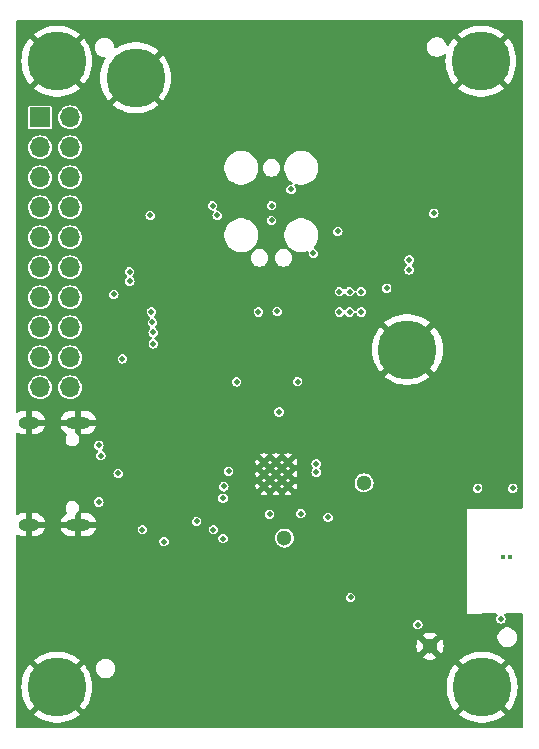
<source format=gbr>
%TF.GenerationSoftware,KiCad,Pcbnew,8.0.9-8.0.9-0~ubuntu24.04.1*%
%TF.CreationDate,2025-04-21T09:58:39+02:00*%
%TF.ProjectId,Sensor_Node_Base_V1.0,53656e73-6f72-45f4-9e6f-64655f426173,rev?*%
%TF.SameCoordinates,Original*%
%TF.FileFunction,Copper,L2,Inr*%
%TF.FilePolarity,Positive*%
%FSLAX46Y46*%
G04 Gerber Fmt 4.6, Leading zero omitted, Abs format (unit mm)*
G04 Created by KiCad (PCBNEW 8.0.9-8.0.9-0~ubuntu24.04.1) date 2025-04-21 09:58:39*
%MOMM*%
%LPD*%
G01*
G04 APERTURE LIST*
%TA.AperFunction,HeatsinkPad*%
%ADD10C,0.500000*%
%TD*%
%TA.AperFunction,ComponentPad*%
%ADD11R,1.700000X1.700000*%
%TD*%
%TA.AperFunction,ComponentPad*%
%ADD12O,1.700000X1.700000*%
%TD*%
%TA.AperFunction,ComponentPad*%
%ADD13C,0.800000*%
%TD*%
%TA.AperFunction,ComponentPad*%
%ADD14C,5.000000*%
%TD*%
%TA.AperFunction,ComponentPad*%
%ADD15O,2.100000X1.000000*%
%TD*%
%TA.AperFunction,ComponentPad*%
%ADD16O,1.800000X1.000000*%
%TD*%
%TA.AperFunction,ComponentPad*%
%ADD17C,1.300000*%
%TD*%
%TA.AperFunction,ComponentPad*%
%ADD18C,0.400000*%
%TD*%
%TA.AperFunction,ViaPad*%
%ADD19C,0.500000*%
%TD*%
G04 APERTURE END LIST*
D10*
%TO.N,GND*%
%TO.C,IC302*%
X144680000Y-117810000D03*
X144680000Y-116810000D03*
X144680000Y-115810000D03*
X143680000Y-117810000D03*
X143680000Y-116810000D03*
X143680000Y-115810000D03*
X142680000Y-117810000D03*
X142680000Y-116810000D03*
X142680000Y-115810000D03*
%TD*%
D11*
%TO.N,P1.08*%
%TO.C,J201*%
X123700000Y-86610000D03*
D12*
%TO.N,P0.30*%
X126240000Y-86610000D03*
%TO.N,P0.28*%
X123700000Y-89150000D03*
%TO.N,P0.03*%
X126240000Y-89150000D03*
%TO.N,P1.14*%
X123700000Y-91690000D03*
%TO.N,P1.12*%
X126240000Y-91690000D03*
%TO.N,P1.11*%
X123700000Y-94230000D03*
%TO.N,P0.10*%
X126240000Y-94230000D03*
%TO.N,P1.10*%
X123700000Y-96770000D03*
%TO.N,P1.13*%
X126240000Y-96770000D03*
%TO.N,P1.15*%
X123700000Y-99310000D03*
%TO.N,P0.29*%
X126240000Y-99310000D03*
%TO.N,P0.31*%
X123700000Y-101850000D03*
%TO.N,P0.00*%
X126240000Y-101850000D03*
%TO.N,P0.01*%
X123700000Y-104390000D03*
%TO.N,P0.26*%
X126240000Y-104390000D03*
%TO.N,P0.11*%
X123700000Y-106930000D03*
%TO.N,P0.27*%
X126240000Y-106930000D03*
%TO.N,P0.05*%
X123700000Y-109470000D03*
%TO.N,P0.06*%
X126240000Y-109470000D03*
%TD*%
D13*
%TO.N,GND*%
%TO.C,MH103*%
X159155000Y-81855825D03*
X159704175Y-80530000D03*
X159704175Y-83181650D03*
X161030000Y-79980825D03*
D14*
X161030000Y-81855825D03*
D13*
X161030000Y-83730825D03*
X162355825Y-80530000D03*
X162355825Y-83181650D03*
X162905000Y-81855825D03*
%TD*%
%TO.N,GND*%
%TO.C,MH101*%
X123245000Y-81865825D03*
X123794175Y-80540000D03*
X123794175Y-83191650D03*
X125120000Y-79990825D03*
D14*
X125120000Y-81865825D03*
D13*
X125120000Y-83740825D03*
X126445825Y-80540000D03*
X126445825Y-83191650D03*
X126995000Y-81865825D03*
%TD*%
D15*
%TO.N,GND*%
%TO.C,CON101*%
X126950000Y-112460000D03*
D16*
X122750000Y-112460000D03*
D15*
X126950000Y-121100000D03*
D16*
X122750000Y-121100000D03*
%TD*%
D17*
%TO.N,/MCU/+1.8V_LS1*%
%TO.C,TP309*%
X144390000Y-122230000D03*
%TD*%
%TO.N,/MCU/+1.8V_VDD_nRF*%
%TO.C,TP308*%
X151130000Y-117560000D03*
%TD*%
D13*
%TO.N,GND*%
%TO.C,MH102*%
X159245000Y-134855825D03*
X159794175Y-133530000D03*
X159794175Y-136181650D03*
X161120000Y-132980825D03*
D14*
X161120000Y-134855825D03*
D13*
X161120000Y-136730825D03*
X162445825Y-133530000D03*
X162445825Y-136181650D03*
X162995000Y-134855825D03*
%TD*%
D18*
%TO.N,unconnected-(IC202-THPAD-Pad5)_3*%
%TO.C,IC202*%
X163500000Y-123850000D03*
X162900000Y-123850000D03*
%TD*%
D17*
%TO.N,GND*%
%TO.C,TP303*%
X156710000Y-131380000D03*
%TD*%
D13*
%TO.N,GND*%
%TO.C,M201*%
X129915000Y-83270000D03*
X130464175Y-81944175D03*
X130464175Y-84595825D03*
X131790000Y-81395000D03*
D14*
X131790000Y-83270000D03*
D13*
X131790000Y-85145000D03*
X133115825Y-81944175D03*
X133115825Y-84595825D03*
X133665000Y-83270000D03*
X152915000Y-106270000D03*
X153464175Y-104944175D03*
X153464175Y-107595825D03*
X154790000Y-104395000D03*
D14*
X154790000Y-106270000D03*
D13*
X154790000Y-108145000D03*
X156115825Y-104944175D03*
X156115825Y-107595825D03*
X156665000Y-106270000D03*
%TD*%
%TO.N,GND*%
%TO.C,MH104*%
X123245000Y-134855825D03*
X123794175Y-133530000D03*
X123794175Y-136181650D03*
X125120000Y-132980825D03*
D14*
X125120000Y-134855825D03*
D13*
X125120000Y-136730825D03*
X126445825Y-133530000D03*
X126445825Y-136181650D03*
X126995000Y-134855825D03*
%TD*%
D19*
%TO.N,/MCU/+1.8V_LS1*%
X160750000Y-118000000D03*
X162720000Y-129070000D03*
X163720000Y-118000000D03*
%TO.N,GND*%
X136480000Y-116560000D03*
X153950000Y-94820000D03*
X130330000Y-124120000D03*
X141640000Y-93410000D03*
X138320000Y-130400000D03*
X150480000Y-119460000D03*
X138320000Y-131460000D03*
X133030000Y-101620000D03*
X132700000Y-116750000D03*
X163680000Y-129060000D03*
X137090000Y-132560000D03*
X129950000Y-94910000D03*
X135430000Y-122530000D03*
X130840000Y-133040000D03*
X137090000Y-130400000D03*
X138420000Y-114280000D03*
X148730500Y-129985000D03*
X144890000Y-113190000D03*
X136750000Y-118860000D03*
X138320000Y-132560000D03*
X157030000Y-101760000D03*
X150480000Y-115660000D03*
X138850000Y-110450000D03*
X140680000Y-111570000D03*
%TO.N,/POWER/+5V_VBUSIN*%
X128670000Y-119180000D03*
X130320000Y-116760000D03*
X139250000Y-117860000D03*
X128670000Y-114380000D03*
%TO.N,/MCU/+1.8V_VDD_nRF*%
X144950000Y-92720000D03*
X148080000Y-120490000D03*
X133030000Y-94920000D03*
X145510000Y-108980000D03*
X143930000Y-111560000D03*
X143130000Y-120210000D03*
X129950000Y-101610000D03*
X149990000Y-127260000D03*
X155680000Y-129560000D03*
X157030000Y-94730000D03*
X140340000Y-109000000D03*
X153050000Y-101070000D03*
%TO.N,/POWER/VSYS*%
X145780000Y-120160000D03*
X147080000Y-116660000D03*
X139660000Y-116560000D03*
X147080000Y-115960000D03*
%TO.N,/POWER/CC2*%
X132370000Y-121520000D03*
X138380000Y-121520000D03*
%TO.N,/POWER/CC1*%
X128850000Y-115250000D03*
X136960000Y-120830000D03*
%TO.N,NRF_SWCLK*%
X148920000Y-96270000D03*
%TO.N,NRF_SWDIO*%
X146850000Y-98136450D03*
%TO.N,NRF_UART_TX*%
X131300000Y-100480000D03*
X138700000Y-94920000D03*
X143300000Y-95340000D03*
%TO.N,NRF_UART_RX*%
X143310000Y-94080000D03*
X138310000Y-94080000D03*
X131280000Y-99670000D03*
%TO.N,/MCU/LS1_CTRL*%
X149050000Y-103090000D03*
X149050000Y-101360000D03*
%TO.N,/MCU/NRF_PMIC_SDA*%
X143770000Y-103040000D03*
X154960000Y-99520000D03*
%TO.N,/MCU/NRF_PMIC_SCL*%
X142190000Y-103090000D03*
X154960000Y-98670000D03*
%TO.N,/MCU/NRF_PMIC_INT*%
X149900000Y-101360000D03*
X149900000Y-103090000D03*
%TO.N,P0.27*%
X133220000Y-103970000D03*
%TO.N,P0.06*%
X133290000Y-105780000D03*
%TO.N,P0.11*%
X133130000Y-103090000D03*
%TO.N,P0.05*%
X133270000Y-104820000D03*
%TO.N,/MCU/+5V_VBUS*%
X139190000Y-118860000D03*
X139190000Y-122270000D03*
%TO.N,/MCU/NRF_PMIC_RST*%
X150890000Y-103090000D03*
X150900000Y-101370000D03*
%TO.N,P0.04*%
X130670000Y-107060000D03*
X134190000Y-122530000D03*
%TD*%
%TA.AperFunction,Conductor*%
%TO.N,GND*%
G36*
X164537539Y-78411010D02*
G01*
X164583294Y-78463814D01*
X164594500Y-78515325D01*
X164594500Y-119616000D01*
X164574815Y-119683039D01*
X164522011Y-119728794D01*
X164470500Y-119740000D01*
X159870000Y-119740000D01*
X159880000Y-128630000D01*
X162308900Y-128614561D01*
X162376061Y-128633819D01*
X162422151Y-128686331D01*
X162432534Y-128755425D01*
X162403913Y-128819163D01*
X162397371Y-128826236D01*
X162391953Y-128831654D01*
X162391951Y-128831657D01*
X162334352Y-128944698D01*
X162334352Y-128944699D01*
X162314508Y-129069996D01*
X162314508Y-129070003D01*
X162334352Y-129195300D01*
X162334352Y-129195301D01*
X162334354Y-129195304D01*
X162391950Y-129308342D01*
X162391952Y-129308344D01*
X162391954Y-129308347D01*
X162481652Y-129398045D01*
X162481654Y-129398046D01*
X162481658Y-129398050D01*
X162594696Y-129455646D01*
X162594697Y-129455646D01*
X162594699Y-129455647D01*
X162719997Y-129475492D01*
X162720000Y-129475492D01*
X162720003Y-129475492D01*
X162845300Y-129455647D01*
X162845301Y-129455647D01*
X162845302Y-129455646D01*
X162845304Y-129455646D01*
X162958342Y-129398050D01*
X163048050Y-129308342D01*
X163105646Y-129195304D01*
X163105646Y-129195302D01*
X163105647Y-129195301D01*
X163105647Y-129195300D01*
X163125492Y-129070003D01*
X163125492Y-129069996D01*
X163105647Y-128944699D01*
X163105647Y-128944698D01*
X163105646Y-128944696D01*
X163048050Y-128831658D01*
X163048046Y-128831654D01*
X163048045Y-128831652D01*
X163037449Y-128821056D01*
X163003964Y-128759733D01*
X163008948Y-128690041D01*
X163050820Y-128634108D01*
X163116284Y-128609691D01*
X163124325Y-128609378D01*
X164469712Y-128600827D01*
X164536875Y-128620085D01*
X164582965Y-128672597D01*
X164594500Y-128724824D01*
X164594500Y-138206325D01*
X164574815Y-138273364D01*
X164522011Y-138319119D01*
X164470500Y-138330325D01*
X121769500Y-138330325D01*
X121702461Y-138310640D01*
X121656706Y-138257836D01*
X121645500Y-138206325D01*
X121645500Y-134855821D01*
X122114916Y-134855821D01*
X122114916Y-134855828D01*
X122135235Y-135204694D01*
X122135236Y-135204705D01*
X122195914Y-135548827D01*
X122195916Y-135548836D01*
X122296145Y-135883625D01*
X122434555Y-136204495D01*
X122434561Y-136204508D01*
X122609289Y-136507147D01*
X122817972Y-136787456D01*
X122817976Y-136787461D01*
X122826147Y-136796122D01*
X122826148Y-136796123D01*
X124076320Y-135545950D01*
X124166554Y-135670145D01*
X124305680Y-135809271D01*
X124429873Y-135899503D01*
X123182817Y-137146558D01*
X123182818Y-137146559D01*
X123325480Y-137266267D01*
X123617461Y-137458305D01*
X123929739Y-137615139D01*
X123929745Y-137615141D01*
X124258130Y-137734663D01*
X124258133Y-137734664D01*
X124598171Y-137815254D01*
X124945276Y-137855824D01*
X124945277Y-137855825D01*
X125294723Y-137855825D01*
X125294723Y-137855824D01*
X125641827Y-137815254D01*
X125641829Y-137815254D01*
X125981866Y-137734664D01*
X125981869Y-137734663D01*
X126310254Y-137615141D01*
X126310260Y-137615139D01*
X126622538Y-137458305D01*
X126914515Y-137266270D01*
X127057180Y-137146559D01*
X127057181Y-137146558D01*
X125810126Y-135899503D01*
X125934320Y-135809271D01*
X126073446Y-135670145D01*
X126163679Y-135545951D01*
X127413850Y-136796122D01*
X127422032Y-136787450D01*
X127630710Y-136507147D01*
X127805438Y-136204508D01*
X127805444Y-136204495D01*
X127943854Y-135883625D01*
X128044083Y-135548836D01*
X128044085Y-135548827D01*
X128104763Y-135204705D01*
X128104764Y-135204694D01*
X128125084Y-134855828D01*
X128125084Y-134855821D01*
X158114916Y-134855821D01*
X158114916Y-134855828D01*
X158135235Y-135204694D01*
X158135236Y-135204705D01*
X158195914Y-135548827D01*
X158195916Y-135548836D01*
X158296145Y-135883625D01*
X158434555Y-136204495D01*
X158434561Y-136204508D01*
X158609289Y-136507147D01*
X158817972Y-136787456D01*
X158817976Y-136787461D01*
X158826147Y-136796122D01*
X158826148Y-136796123D01*
X160076320Y-135545950D01*
X160166554Y-135670145D01*
X160305680Y-135809271D01*
X160429873Y-135899503D01*
X159182817Y-137146558D01*
X159182818Y-137146559D01*
X159325480Y-137266267D01*
X159617461Y-137458305D01*
X159929739Y-137615139D01*
X159929745Y-137615141D01*
X160258130Y-137734663D01*
X160258133Y-137734664D01*
X160598171Y-137815254D01*
X160945276Y-137855824D01*
X160945277Y-137855825D01*
X161294723Y-137855825D01*
X161294723Y-137855824D01*
X161641827Y-137815254D01*
X161641829Y-137815254D01*
X161981866Y-137734664D01*
X161981869Y-137734663D01*
X162310254Y-137615141D01*
X162310260Y-137615139D01*
X162622538Y-137458305D01*
X162914515Y-137266270D01*
X163057180Y-137146559D01*
X163057181Y-137146558D01*
X161810126Y-135899503D01*
X161934320Y-135809271D01*
X162073446Y-135670145D01*
X162163679Y-135545951D01*
X163413850Y-136796122D01*
X163422032Y-136787450D01*
X163630710Y-136507147D01*
X163805438Y-136204508D01*
X163805444Y-136204495D01*
X163943854Y-135883625D01*
X164044083Y-135548836D01*
X164044085Y-135548827D01*
X164104763Y-135204705D01*
X164104764Y-135204694D01*
X164125084Y-134855828D01*
X164125084Y-134855821D01*
X164104764Y-134506955D01*
X164104763Y-134506944D01*
X164044085Y-134162822D01*
X164044083Y-134162813D01*
X163943854Y-133828024D01*
X163805444Y-133507154D01*
X163805438Y-133507141D01*
X163630710Y-133204502D01*
X163422029Y-132924196D01*
X163413850Y-132915526D01*
X163413850Y-132915525D01*
X162163678Y-134165697D01*
X162073446Y-134041505D01*
X161934320Y-133902379D01*
X161810125Y-133812145D01*
X163057181Y-132565090D01*
X163057180Y-132565089D01*
X162914519Y-132445382D01*
X162622538Y-132253344D01*
X162310260Y-132096510D01*
X162310254Y-132096508D01*
X161981869Y-131976986D01*
X161981866Y-131976985D01*
X161641828Y-131896395D01*
X161294723Y-131855825D01*
X160945277Y-131855825D01*
X160598172Y-131896395D01*
X160598170Y-131896395D01*
X160258133Y-131976985D01*
X160258130Y-131976986D01*
X159929745Y-132096508D01*
X159929739Y-132096510D01*
X159617461Y-132253344D01*
X159325485Y-132445379D01*
X159182817Y-132565089D01*
X160429874Y-133812145D01*
X160305680Y-133902379D01*
X160166554Y-134041505D01*
X160076320Y-134165698D01*
X158826148Y-132915526D01*
X158826146Y-132915526D01*
X158817973Y-132924191D01*
X158609289Y-133204502D01*
X158434561Y-133507141D01*
X158434555Y-133507154D01*
X158296145Y-133828024D01*
X158195916Y-134162813D01*
X158195914Y-134162822D01*
X158135236Y-134506944D01*
X158135235Y-134506955D01*
X158114916Y-134855821D01*
X128125084Y-134855821D01*
X128104764Y-134506955D01*
X128104763Y-134506944D01*
X128044085Y-134162822D01*
X128044083Y-134162813D01*
X127943854Y-133828024D01*
X127805444Y-133507154D01*
X127805438Y-133507141D01*
X127630710Y-133204502D01*
X127618865Y-133188592D01*
X128433500Y-133188592D01*
X128433500Y-133351407D01*
X128465259Y-133511073D01*
X128465262Y-133511082D01*
X128527562Y-133661490D01*
X128527563Y-133661492D01*
X128618015Y-133796862D01*
X128618018Y-133796866D01*
X128733133Y-133911981D01*
X128733137Y-133911984D01*
X128868505Y-134002435D01*
X128868506Y-134002435D01*
X128868507Y-134002436D01*
X128868509Y-134002437D01*
X128962829Y-134041505D01*
X129018919Y-134064738D01*
X129018921Y-134064738D01*
X129018926Y-134064740D01*
X129178592Y-134096499D01*
X129178595Y-134096500D01*
X129178597Y-134096500D01*
X129341405Y-134096500D01*
X129341406Y-134096499D01*
X129394629Y-134085912D01*
X129501073Y-134064740D01*
X129501076Y-134064738D01*
X129501081Y-134064738D01*
X129651495Y-134002435D01*
X129786863Y-133911984D01*
X129901984Y-133796863D01*
X129992435Y-133661495D01*
X130054738Y-133511081D01*
X130055520Y-133507154D01*
X130086499Y-133351407D01*
X130086500Y-133351405D01*
X130086500Y-133188594D01*
X130086499Y-133188592D01*
X130054740Y-133028926D01*
X130054737Y-133028917D01*
X129992437Y-132878509D01*
X129992436Y-132878507D01*
X129901984Y-132743137D01*
X129901981Y-132743133D01*
X129786866Y-132628018D01*
X129786862Y-132628015D01*
X129651492Y-132537563D01*
X129651490Y-132537562D01*
X129501082Y-132475262D01*
X129501073Y-132475259D01*
X129341406Y-132443500D01*
X129341403Y-132443500D01*
X129178597Y-132443500D01*
X129178594Y-132443500D01*
X129018926Y-132475259D01*
X129018917Y-132475262D01*
X128868509Y-132537562D01*
X128868507Y-132537563D01*
X128733137Y-132628015D01*
X128733133Y-132628018D01*
X128618018Y-132743133D01*
X128618015Y-132743137D01*
X128527563Y-132878507D01*
X128527562Y-132878509D01*
X128465262Y-133028917D01*
X128465259Y-133028926D01*
X128433500Y-133188592D01*
X127618865Y-133188592D01*
X127422029Y-132924196D01*
X127413850Y-132915526D01*
X127413850Y-132915525D01*
X126163678Y-134165697D01*
X126073446Y-134041505D01*
X125934320Y-133902379D01*
X125810125Y-133812145D01*
X127057181Y-132565090D01*
X127057180Y-132565089D01*
X126914519Y-132445382D01*
X126622538Y-132253344D01*
X126310260Y-132096510D01*
X126310254Y-132096508D01*
X125981869Y-131976986D01*
X125981866Y-131976985D01*
X125641828Y-131896395D01*
X125294723Y-131855825D01*
X124945277Y-131855825D01*
X124598172Y-131896395D01*
X124598170Y-131896395D01*
X124258133Y-131976985D01*
X124258130Y-131976986D01*
X123929745Y-132096508D01*
X123929739Y-132096510D01*
X123617461Y-132253344D01*
X123325485Y-132445379D01*
X123182817Y-132565089D01*
X124429874Y-133812145D01*
X124305680Y-133902379D01*
X124166554Y-134041505D01*
X124076320Y-134165698D01*
X122826148Y-132915526D01*
X122826146Y-132915526D01*
X122817973Y-132924191D01*
X122609289Y-133204502D01*
X122434561Y-133507141D01*
X122434555Y-133507154D01*
X122296145Y-133828024D01*
X122195916Y-134162813D01*
X122195914Y-134162822D01*
X122135236Y-134506944D01*
X122135235Y-134506955D01*
X122114916Y-134855821D01*
X121645500Y-134855821D01*
X121645500Y-131379999D01*
X155555073Y-131379999D01*
X155555073Y-131380000D01*
X155574737Y-131592216D01*
X155574738Y-131592219D01*
X155633058Y-131797196D01*
X155633066Y-131797216D01*
X155728060Y-131987990D01*
X155736834Y-131999609D01*
X155736835Y-131999609D01*
X156310000Y-131426445D01*
X156310000Y-131432661D01*
X156337259Y-131534394D01*
X156389920Y-131625606D01*
X156464394Y-131700080D01*
X156555606Y-131752741D01*
X156657339Y-131780000D01*
X156663553Y-131780000D01*
X156092991Y-132350559D01*
X156195204Y-132413847D01*
X156195208Y-132413849D01*
X156393936Y-132490836D01*
X156393941Y-132490837D01*
X156603439Y-132530000D01*
X156816561Y-132530000D01*
X157026058Y-132490837D01*
X157026063Y-132490836D01*
X157224791Y-132413849D01*
X157224798Y-132413846D01*
X157327006Y-132350560D01*
X157327006Y-132350559D01*
X156756448Y-131780000D01*
X156762661Y-131780000D01*
X156864394Y-131752741D01*
X156955606Y-131700080D01*
X157030080Y-131625606D01*
X157082741Y-131534394D01*
X157110000Y-131432661D01*
X157110000Y-131426447D01*
X157683163Y-131999610D01*
X157691935Y-131987996D01*
X157691938Y-131987991D01*
X157786935Y-131797211D01*
X157786941Y-131797196D01*
X157845261Y-131592219D01*
X157845262Y-131592216D01*
X157864927Y-131380000D01*
X157864927Y-131379999D01*
X157845262Y-131167783D01*
X157845261Y-131167780D01*
X157786941Y-130962803D01*
X157786933Y-130962783D01*
X157691940Y-130772010D01*
X157683163Y-130760388D01*
X157110000Y-131333551D01*
X157110000Y-131327339D01*
X157082741Y-131225606D01*
X157030080Y-131134394D01*
X156955606Y-131059920D01*
X156864394Y-131007259D01*
X156762661Y-130980000D01*
X156756447Y-130980000D01*
X157187854Y-130548592D01*
X162423500Y-130548592D01*
X162423500Y-130711407D01*
X162455259Y-130871073D01*
X162455262Y-130871082D01*
X162517562Y-131021490D01*
X162517563Y-131021492D01*
X162608015Y-131156862D01*
X162608018Y-131156866D01*
X162723133Y-131271981D01*
X162723137Y-131271984D01*
X162858505Y-131362435D01*
X162858506Y-131362435D01*
X162858507Y-131362436D01*
X162858509Y-131362437D01*
X162900911Y-131380000D01*
X163008919Y-131424738D01*
X163008921Y-131424738D01*
X163008926Y-131424740D01*
X163168592Y-131456499D01*
X163168595Y-131456500D01*
X163168597Y-131456500D01*
X163331405Y-131456500D01*
X163331406Y-131456499D01*
X163384629Y-131445912D01*
X163491073Y-131424740D01*
X163491076Y-131424738D01*
X163491081Y-131424738D01*
X163641495Y-131362435D01*
X163776863Y-131271984D01*
X163891984Y-131156863D01*
X163982435Y-131021495D01*
X164044738Y-130871081D01*
X164064444Y-130772015D01*
X164076499Y-130711407D01*
X164076500Y-130711405D01*
X164076500Y-130548594D01*
X164076499Y-130548592D01*
X164044740Y-130388926D01*
X164044737Y-130388917D01*
X163982437Y-130238509D01*
X163982436Y-130238507D01*
X163891984Y-130103137D01*
X163891981Y-130103133D01*
X163776866Y-129988018D01*
X163776862Y-129988015D01*
X163641492Y-129897563D01*
X163641490Y-129897562D01*
X163491082Y-129835262D01*
X163491073Y-129835259D01*
X163331406Y-129803500D01*
X163331403Y-129803500D01*
X163168597Y-129803500D01*
X163168594Y-129803500D01*
X163008926Y-129835259D01*
X163008917Y-129835262D01*
X162858509Y-129897562D01*
X162858507Y-129897563D01*
X162723137Y-129988015D01*
X162723133Y-129988018D01*
X162608018Y-130103133D01*
X162608015Y-130103137D01*
X162517563Y-130238507D01*
X162517562Y-130238509D01*
X162455262Y-130388917D01*
X162455259Y-130388926D01*
X162423500Y-130548592D01*
X157187854Y-130548592D01*
X157327007Y-130409439D01*
X157224793Y-130346151D01*
X157224789Y-130346149D01*
X157026063Y-130269163D01*
X157026058Y-130269162D01*
X156816561Y-130230000D01*
X156603439Y-130230000D01*
X156393941Y-130269162D01*
X156393936Y-130269163D01*
X156195210Y-130346149D01*
X156195201Y-130346154D01*
X156092992Y-130409438D01*
X156092991Y-130409439D01*
X156663554Y-130980000D01*
X156657339Y-130980000D01*
X156555606Y-131007259D01*
X156464394Y-131059920D01*
X156389920Y-131134394D01*
X156337259Y-131225606D01*
X156310000Y-131327339D01*
X156310000Y-131333554D01*
X155736835Y-130760389D01*
X155728056Y-130772015D01*
X155633066Y-130962783D01*
X155633058Y-130962803D01*
X155574738Y-131167780D01*
X155574737Y-131167783D01*
X155555073Y-131379999D01*
X121645500Y-131379999D01*
X121645500Y-129559996D01*
X155274508Y-129559996D01*
X155274508Y-129560003D01*
X155294352Y-129685300D01*
X155294352Y-129685301D01*
X155294354Y-129685304D01*
X155351950Y-129798342D01*
X155351952Y-129798344D01*
X155351954Y-129798347D01*
X155441652Y-129888045D01*
X155441654Y-129888046D01*
X155441658Y-129888050D01*
X155554696Y-129945646D01*
X155554697Y-129945646D01*
X155554699Y-129945647D01*
X155679997Y-129965492D01*
X155680000Y-129965492D01*
X155680003Y-129965492D01*
X155805300Y-129945647D01*
X155805301Y-129945647D01*
X155805302Y-129945646D01*
X155805304Y-129945646D01*
X155918342Y-129888050D01*
X156008050Y-129798342D01*
X156065646Y-129685304D01*
X156065646Y-129685302D01*
X156065647Y-129685301D01*
X156065647Y-129685300D01*
X156085492Y-129560003D01*
X156085492Y-129559996D01*
X156065647Y-129434699D01*
X156065647Y-129434698D01*
X156065646Y-129434696D01*
X156008050Y-129321658D01*
X156008046Y-129321654D01*
X156008045Y-129321652D01*
X155918347Y-129231954D01*
X155918344Y-129231952D01*
X155918342Y-129231950D01*
X155805304Y-129174354D01*
X155805303Y-129174353D01*
X155805300Y-129174352D01*
X155680003Y-129154508D01*
X155679997Y-129154508D01*
X155554699Y-129174352D01*
X155554698Y-129174352D01*
X155513585Y-129195301D01*
X155441658Y-129231950D01*
X155441657Y-129231951D01*
X155441652Y-129231954D01*
X155351954Y-129321652D01*
X155351951Y-129321657D01*
X155294352Y-129434698D01*
X155294352Y-129434699D01*
X155274508Y-129559996D01*
X121645500Y-129559996D01*
X121645500Y-127259996D01*
X149584508Y-127259996D01*
X149584508Y-127260003D01*
X149604352Y-127385300D01*
X149604352Y-127385301D01*
X149604354Y-127385304D01*
X149661950Y-127498342D01*
X149661952Y-127498344D01*
X149661954Y-127498347D01*
X149751652Y-127588045D01*
X149751654Y-127588046D01*
X149751658Y-127588050D01*
X149864696Y-127645646D01*
X149864697Y-127645646D01*
X149864699Y-127645647D01*
X149989997Y-127665492D01*
X149990000Y-127665492D01*
X149990003Y-127665492D01*
X150115300Y-127645647D01*
X150115301Y-127645647D01*
X150115302Y-127645646D01*
X150115304Y-127645646D01*
X150228342Y-127588050D01*
X150318050Y-127498342D01*
X150375646Y-127385304D01*
X150375646Y-127385302D01*
X150375647Y-127385301D01*
X150375647Y-127385300D01*
X150395492Y-127260003D01*
X150395492Y-127259996D01*
X150375647Y-127134699D01*
X150375647Y-127134698D01*
X150375646Y-127134696D01*
X150318050Y-127021658D01*
X150318046Y-127021654D01*
X150318045Y-127021652D01*
X150228347Y-126931954D01*
X150228344Y-126931952D01*
X150228342Y-126931950D01*
X150115304Y-126874354D01*
X150115303Y-126874353D01*
X150115300Y-126874352D01*
X149990003Y-126854508D01*
X149989997Y-126854508D01*
X149864699Y-126874352D01*
X149864698Y-126874352D01*
X149789337Y-126912751D01*
X149751658Y-126931950D01*
X149751657Y-126931951D01*
X149751652Y-126931954D01*
X149661954Y-127021652D01*
X149661951Y-127021657D01*
X149604352Y-127134698D01*
X149604352Y-127134699D01*
X149584508Y-127259996D01*
X121645500Y-127259996D01*
X121645500Y-122529996D01*
X133784508Y-122529996D01*
X133784508Y-122530003D01*
X133804352Y-122655300D01*
X133804352Y-122655301D01*
X133814640Y-122675492D01*
X133861950Y-122768342D01*
X133861952Y-122768344D01*
X133861954Y-122768347D01*
X133951652Y-122858045D01*
X133951654Y-122858046D01*
X133951658Y-122858050D01*
X134064696Y-122915646D01*
X134064697Y-122915646D01*
X134064699Y-122915647D01*
X134189997Y-122935492D01*
X134190000Y-122935492D01*
X134190003Y-122935492D01*
X134315300Y-122915647D01*
X134315301Y-122915647D01*
X134315302Y-122915646D01*
X134315304Y-122915646D01*
X134428342Y-122858050D01*
X134518050Y-122768342D01*
X134575646Y-122655304D01*
X134575646Y-122655302D01*
X134575647Y-122655301D01*
X134575647Y-122655300D01*
X134595492Y-122530003D01*
X134595492Y-122529996D01*
X134575647Y-122404699D01*
X134575647Y-122404698D01*
X134575646Y-122404696D01*
X134518050Y-122291658D01*
X134518046Y-122291654D01*
X134518045Y-122291652D01*
X134496389Y-122269996D01*
X138784508Y-122269996D01*
X138784508Y-122270003D01*
X138804352Y-122395300D01*
X138804352Y-122395301D01*
X138809141Y-122404699D01*
X138861950Y-122508342D01*
X138861952Y-122508344D01*
X138861954Y-122508347D01*
X138951652Y-122598045D01*
X138951654Y-122598046D01*
X138951658Y-122598050D01*
X139064696Y-122655646D01*
X139064697Y-122655646D01*
X139064699Y-122655647D01*
X139189997Y-122675492D01*
X139190000Y-122675492D01*
X139190003Y-122675492D01*
X139315300Y-122655647D01*
X139315301Y-122655647D01*
X139315302Y-122655646D01*
X139315304Y-122655646D01*
X139428342Y-122598050D01*
X139518050Y-122508342D01*
X139575646Y-122395304D01*
X139575646Y-122395302D01*
X139575647Y-122395301D01*
X139575647Y-122395300D01*
X139595492Y-122270003D01*
X139595492Y-122269996D01*
X139589157Y-122229996D01*
X143584435Y-122229996D01*
X143584435Y-122230003D01*
X143604630Y-122409249D01*
X143604631Y-122409254D01*
X143664211Y-122579523D01*
X143724513Y-122675492D01*
X143760184Y-122732262D01*
X143887738Y-122859816D01*
X143976591Y-122915646D01*
X144008175Y-122935492D01*
X144040478Y-122955789D01*
X144210745Y-123015368D01*
X144210750Y-123015369D01*
X144389996Y-123035565D01*
X144390000Y-123035565D01*
X144390004Y-123035565D01*
X144569249Y-123015369D01*
X144569252Y-123015368D01*
X144569255Y-123015368D01*
X144739522Y-122955789D01*
X144892262Y-122859816D01*
X145019816Y-122732262D01*
X145115789Y-122579522D01*
X145175368Y-122409255D01*
X145175369Y-122409249D01*
X145195565Y-122230003D01*
X145195565Y-122229996D01*
X145175369Y-122050750D01*
X145175368Y-122050745D01*
X145152777Y-121986184D01*
X145115789Y-121880478D01*
X145113445Y-121876748D01*
X145039046Y-121758342D01*
X145019816Y-121727738D01*
X144892262Y-121600184D01*
X144850067Y-121573671D01*
X144739523Y-121504211D01*
X144569254Y-121444631D01*
X144569249Y-121444630D01*
X144390004Y-121424435D01*
X144389996Y-121424435D01*
X144210750Y-121444630D01*
X144210745Y-121444631D01*
X144040476Y-121504211D01*
X143887737Y-121600184D01*
X143760184Y-121727737D01*
X143664211Y-121880476D01*
X143604631Y-122050745D01*
X143604630Y-122050750D01*
X143584435Y-122229996D01*
X139589157Y-122229996D01*
X139575647Y-122144699D01*
X139575647Y-122144698D01*
X139575471Y-122144352D01*
X139518050Y-122031658D01*
X139518046Y-122031654D01*
X139518045Y-122031652D01*
X139428347Y-121941954D01*
X139428344Y-121941952D01*
X139428342Y-121941950D01*
X139315304Y-121884354D01*
X139315303Y-121884353D01*
X139315300Y-121884352D01*
X139190003Y-121864508D01*
X139189997Y-121864508D01*
X139064699Y-121884352D01*
X139064698Y-121884352D01*
X138989337Y-121922751D01*
X138951658Y-121941950D01*
X138951657Y-121941951D01*
X138951652Y-121941954D01*
X138861954Y-122031652D01*
X138861951Y-122031657D01*
X138804352Y-122144698D01*
X138804352Y-122144699D01*
X138784508Y-122269996D01*
X134496389Y-122269996D01*
X134428347Y-122201954D01*
X134428344Y-122201952D01*
X134428342Y-122201950D01*
X134315304Y-122144354D01*
X134315303Y-122144353D01*
X134315300Y-122144352D01*
X134190003Y-122124508D01*
X134189997Y-122124508D01*
X134064699Y-122144352D01*
X134064698Y-122144352D01*
X133989337Y-122182751D01*
X133951658Y-122201950D01*
X133951657Y-122201951D01*
X133951652Y-122201954D01*
X133861954Y-122291652D01*
X133861951Y-122291657D01*
X133804352Y-122404698D01*
X133804352Y-122404699D01*
X133784508Y-122529996D01*
X121645500Y-122529996D01*
X121645500Y-122063946D01*
X121665185Y-121996907D01*
X121717989Y-121951152D01*
X121787147Y-121941208D01*
X121838392Y-121960845D01*
X121876314Y-121986184D01*
X121876328Y-121986192D01*
X122058306Y-122061569D01*
X122058318Y-122061572D01*
X122251504Y-122099999D01*
X122251508Y-122100000D01*
X122500000Y-122100000D01*
X122500000Y-121400000D01*
X123000000Y-121400000D01*
X123000000Y-122100000D01*
X123248492Y-122100000D01*
X123248495Y-122099999D01*
X123441681Y-122061572D01*
X123441693Y-122061569D01*
X123623671Y-121986192D01*
X123623684Y-121986185D01*
X123787462Y-121876751D01*
X123787466Y-121876748D01*
X123926748Y-121737466D01*
X123926751Y-121737462D01*
X124036185Y-121573684D01*
X124036192Y-121573671D01*
X124111569Y-121391692D01*
X124111569Y-121391690D01*
X124119862Y-121350000D01*
X123316988Y-121350000D01*
X123334205Y-121340060D01*
X123390060Y-121284205D01*
X123429556Y-121215796D01*
X123450000Y-121139496D01*
X123450000Y-121060504D01*
X123429556Y-120984204D01*
X123390060Y-120915795D01*
X123334205Y-120859940D01*
X123316988Y-120850000D01*
X124119862Y-120850000D01*
X125430138Y-120850000D01*
X126233012Y-120850000D01*
X126215795Y-120859940D01*
X126159940Y-120915795D01*
X126120444Y-120984204D01*
X126100000Y-121060504D01*
X126100000Y-121139496D01*
X126120444Y-121215796D01*
X126159940Y-121284205D01*
X126215795Y-121340060D01*
X126233012Y-121350000D01*
X125430138Y-121350000D01*
X125438430Y-121391690D01*
X125438430Y-121391692D01*
X125513807Y-121573671D01*
X125513814Y-121573684D01*
X125623248Y-121737462D01*
X125623251Y-121737466D01*
X125762533Y-121876748D01*
X125762537Y-121876751D01*
X125926315Y-121986185D01*
X125926328Y-121986192D01*
X126108306Y-122061569D01*
X126108318Y-122061572D01*
X126301504Y-122099999D01*
X126301508Y-122100000D01*
X126700000Y-122100000D01*
X126700000Y-121400000D01*
X127200000Y-121400000D01*
X127200000Y-122100000D01*
X127598492Y-122100000D01*
X127598495Y-122099999D01*
X127791681Y-122061572D01*
X127791693Y-122061569D01*
X127973671Y-121986192D01*
X127973684Y-121986185D01*
X128137462Y-121876751D01*
X128137466Y-121876748D01*
X128276748Y-121737466D01*
X128276751Y-121737462D01*
X128386185Y-121573684D01*
X128386192Y-121573671D01*
X128408425Y-121519996D01*
X131964508Y-121519996D01*
X131964508Y-121520003D01*
X131984352Y-121645300D01*
X131984352Y-121645301D01*
X131984354Y-121645304D01*
X132041950Y-121758342D01*
X132041952Y-121758344D01*
X132041954Y-121758347D01*
X132131652Y-121848045D01*
X132131654Y-121848046D01*
X132131658Y-121848050D01*
X132244696Y-121905646D01*
X132244697Y-121905646D01*
X132244699Y-121905647D01*
X132369997Y-121925492D01*
X132370000Y-121925492D01*
X132370003Y-121925492D01*
X132495300Y-121905647D01*
X132495301Y-121905647D01*
X132495302Y-121905646D01*
X132495304Y-121905646D01*
X132608342Y-121848050D01*
X132698050Y-121758342D01*
X132755646Y-121645304D01*
X132755646Y-121645302D01*
X132755647Y-121645301D01*
X132755647Y-121645300D01*
X132775492Y-121520003D01*
X132775492Y-121519996D01*
X137974508Y-121519996D01*
X137974508Y-121520003D01*
X137994352Y-121645300D01*
X137994352Y-121645301D01*
X137994354Y-121645304D01*
X138051950Y-121758342D01*
X138051952Y-121758344D01*
X138051954Y-121758347D01*
X138141652Y-121848045D01*
X138141654Y-121848046D01*
X138141658Y-121848050D01*
X138254696Y-121905646D01*
X138254697Y-121905646D01*
X138254699Y-121905647D01*
X138379997Y-121925492D01*
X138380000Y-121925492D01*
X138380003Y-121925492D01*
X138505300Y-121905647D01*
X138505301Y-121905647D01*
X138505302Y-121905646D01*
X138505304Y-121905646D01*
X138618342Y-121848050D01*
X138708050Y-121758342D01*
X138765646Y-121645304D01*
X138765646Y-121645302D01*
X138765647Y-121645301D01*
X138765647Y-121645300D01*
X138785492Y-121520003D01*
X138785492Y-121519996D01*
X138765647Y-121394699D01*
X138765647Y-121394698D01*
X138737807Y-121340060D01*
X138708050Y-121281658D01*
X138708046Y-121281654D01*
X138708045Y-121281652D01*
X138618347Y-121191954D01*
X138618344Y-121191952D01*
X138618342Y-121191950D01*
X138505304Y-121134354D01*
X138505303Y-121134353D01*
X138505300Y-121134352D01*
X138380003Y-121114508D01*
X138379997Y-121114508D01*
X138254699Y-121134352D01*
X138254698Y-121134352D01*
X138179337Y-121172751D01*
X138141658Y-121191950D01*
X138141657Y-121191951D01*
X138141652Y-121191954D01*
X138051954Y-121281652D01*
X138051951Y-121281657D01*
X138051950Y-121281658D01*
X138032751Y-121319337D01*
X137994352Y-121394698D01*
X137994352Y-121394699D01*
X137974508Y-121519996D01*
X132775492Y-121519996D01*
X132755647Y-121394699D01*
X132755647Y-121394698D01*
X132727807Y-121340060D01*
X132698050Y-121281658D01*
X132698046Y-121281654D01*
X132698045Y-121281652D01*
X132608347Y-121191954D01*
X132608344Y-121191952D01*
X132608342Y-121191950D01*
X132495304Y-121134354D01*
X132495303Y-121134353D01*
X132495300Y-121134352D01*
X132370003Y-121114508D01*
X132369997Y-121114508D01*
X132244699Y-121134352D01*
X132244698Y-121134352D01*
X132169337Y-121172751D01*
X132131658Y-121191950D01*
X132131657Y-121191951D01*
X132131652Y-121191954D01*
X132041954Y-121281652D01*
X132041951Y-121281657D01*
X132041950Y-121281658D01*
X132022751Y-121319337D01*
X131984352Y-121394698D01*
X131984352Y-121394699D01*
X131964508Y-121519996D01*
X128408425Y-121519996D01*
X128461569Y-121391692D01*
X128461569Y-121391690D01*
X128469862Y-121350000D01*
X127666988Y-121350000D01*
X127684205Y-121340060D01*
X127740060Y-121284205D01*
X127779556Y-121215796D01*
X127800000Y-121139496D01*
X127800000Y-121060504D01*
X127779556Y-120984204D01*
X127740060Y-120915795D01*
X127684205Y-120859940D01*
X127666988Y-120850000D01*
X128469862Y-120850000D01*
X128465883Y-120829996D01*
X136554508Y-120829996D01*
X136554508Y-120830003D01*
X136574352Y-120955300D01*
X136574352Y-120955301D01*
X136574354Y-120955304D01*
X136631950Y-121068342D01*
X136631952Y-121068344D01*
X136631954Y-121068347D01*
X136721652Y-121158045D01*
X136721654Y-121158046D01*
X136721658Y-121158050D01*
X136834696Y-121215646D01*
X136834697Y-121215646D01*
X136834699Y-121215647D01*
X136959997Y-121235492D01*
X136960000Y-121235492D01*
X136960003Y-121235492D01*
X137085300Y-121215647D01*
X137085301Y-121215647D01*
X137085302Y-121215646D01*
X137085304Y-121215646D01*
X137198342Y-121158050D01*
X137288050Y-121068342D01*
X137345646Y-120955304D01*
X137345646Y-120955302D01*
X137345647Y-120955301D01*
X137345647Y-120955300D01*
X137365492Y-120830003D01*
X137365492Y-120829996D01*
X137345647Y-120704699D01*
X137345647Y-120704698D01*
X137345646Y-120704696D01*
X137288050Y-120591658D01*
X137288046Y-120591654D01*
X137288045Y-120591652D01*
X137198347Y-120501954D01*
X137198344Y-120501952D01*
X137198342Y-120501950D01*
X137085304Y-120444354D01*
X137085303Y-120444353D01*
X137085300Y-120444352D01*
X136960003Y-120424508D01*
X136959997Y-120424508D01*
X136834699Y-120444352D01*
X136834698Y-120444352D01*
X136759337Y-120482751D01*
X136721658Y-120501950D01*
X136721657Y-120501951D01*
X136721652Y-120501954D01*
X136631954Y-120591652D01*
X136631951Y-120591657D01*
X136631950Y-120591658D01*
X136619904Y-120615300D01*
X136574352Y-120704698D01*
X136574352Y-120704699D01*
X136554508Y-120829996D01*
X128465883Y-120829996D01*
X128461569Y-120808309D01*
X128461569Y-120808307D01*
X128386192Y-120626328D01*
X128386185Y-120626315D01*
X128276751Y-120462537D01*
X128276748Y-120462533D01*
X128137466Y-120323251D01*
X128137462Y-120323248D01*
X127973684Y-120213814D01*
X127973671Y-120213807D01*
X127964470Y-120209996D01*
X142724508Y-120209996D01*
X142724508Y-120210003D01*
X142744352Y-120335300D01*
X142744352Y-120335301D01*
X142762805Y-120371517D01*
X142801950Y-120448342D01*
X142801952Y-120448344D01*
X142801954Y-120448347D01*
X142891652Y-120538045D01*
X142891654Y-120538046D01*
X142891658Y-120538050D01*
X143004696Y-120595646D01*
X143004697Y-120595646D01*
X143004699Y-120595647D01*
X143129997Y-120615492D01*
X143130000Y-120615492D01*
X143130003Y-120615492D01*
X143255300Y-120595647D01*
X143255301Y-120595647D01*
X143255302Y-120595646D01*
X143255304Y-120595646D01*
X143368342Y-120538050D01*
X143458050Y-120448342D01*
X143515646Y-120335304D01*
X143515646Y-120335302D01*
X143515647Y-120335301D01*
X143515647Y-120335300D01*
X143535492Y-120210003D01*
X143535492Y-120209996D01*
X143527573Y-120159996D01*
X145374508Y-120159996D01*
X145374508Y-120160003D01*
X145394352Y-120285300D01*
X145394352Y-120285301D01*
X145394354Y-120285304D01*
X145451950Y-120398342D01*
X145451952Y-120398344D01*
X145451954Y-120398347D01*
X145541652Y-120488045D01*
X145541654Y-120488046D01*
X145541658Y-120488050D01*
X145654696Y-120545646D01*
X145654697Y-120545646D01*
X145654699Y-120545647D01*
X145779997Y-120565492D01*
X145780000Y-120565492D01*
X145780003Y-120565492D01*
X145905300Y-120545647D01*
X145905301Y-120545647D01*
X145905302Y-120545646D01*
X145905304Y-120545646D01*
X146014523Y-120489996D01*
X147674508Y-120489996D01*
X147674508Y-120490003D01*
X147694352Y-120615300D01*
X147694352Y-120615301D01*
X147699964Y-120626315D01*
X147751950Y-120728342D01*
X147751952Y-120728344D01*
X147751954Y-120728347D01*
X147841652Y-120818045D01*
X147841654Y-120818046D01*
X147841658Y-120818050D01*
X147954696Y-120875646D01*
X147954697Y-120875646D01*
X147954699Y-120875647D01*
X148079997Y-120895492D01*
X148080000Y-120895492D01*
X148080003Y-120895492D01*
X148205300Y-120875647D01*
X148205301Y-120875647D01*
X148205302Y-120875646D01*
X148205304Y-120875646D01*
X148318342Y-120818050D01*
X148408050Y-120728342D01*
X148465646Y-120615304D01*
X148465646Y-120615302D01*
X148465647Y-120615301D01*
X148465647Y-120615300D01*
X148485492Y-120490003D01*
X148485492Y-120489996D01*
X148465647Y-120364699D01*
X148465647Y-120364698D01*
X148450668Y-120335300D01*
X148408050Y-120251658D01*
X148408046Y-120251654D01*
X148408045Y-120251652D01*
X148318347Y-120161954D01*
X148318344Y-120161952D01*
X148318342Y-120161950D01*
X148205304Y-120104354D01*
X148205303Y-120104353D01*
X148205300Y-120104352D01*
X148080003Y-120084508D01*
X148079997Y-120084508D01*
X147954699Y-120104352D01*
X147954698Y-120104352D01*
X147903358Y-120130512D01*
X147841658Y-120161950D01*
X147841657Y-120161951D01*
X147841652Y-120161954D01*
X147751954Y-120251652D01*
X147751951Y-120251657D01*
X147751950Y-120251658D01*
X147734808Y-120285301D01*
X147694352Y-120364698D01*
X147694352Y-120364699D01*
X147674508Y-120489996D01*
X146014523Y-120489996D01*
X146018342Y-120488050D01*
X146108050Y-120398342D01*
X146165646Y-120285304D01*
X146165646Y-120285302D01*
X146165647Y-120285301D01*
X146165647Y-120285300D01*
X146185492Y-120160003D01*
X146185492Y-120159996D01*
X146165647Y-120034699D01*
X146165647Y-120034698D01*
X146161272Y-120026112D01*
X146108050Y-119921658D01*
X146108046Y-119921654D01*
X146108045Y-119921652D01*
X146018347Y-119831954D01*
X146018344Y-119831952D01*
X146018342Y-119831950D01*
X145905304Y-119774354D01*
X145905303Y-119774353D01*
X145905300Y-119774352D01*
X145780003Y-119754508D01*
X145779997Y-119754508D01*
X145654699Y-119774352D01*
X145654698Y-119774352D01*
X145579337Y-119812751D01*
X145541658Y-119831950D01*
X145541657Y-119831951D01*
X145541652Y-119831954D01*
X145451954Y-119921652D01*
X145451951Y-119921657D01*
X145394352Y-120034698D01*
X145394352Y-120034699D01*
X145374508Y-120159996D01*
X143527573Y-120159996D01*
X143515647Y-120084699D01*
X143515647Y-120084698D01*
X143515550Y-120084508D01*
X143458050Y-119971658D01*
X143458046Y-119971654D01*
X143458045Y-119971652D01*
X143368347Y-119881954D01*
X143368344Y-119881952D01*
X143368342Y-119881950D01*
X143255304Y-119824354D01*
X143255303Y-119824353D01*
X143255300Y-119824352D01*
X143130003Y-119804508D01*
X143129997Y-119804508D01*
X143004699Y-119824352D01*
X143004698Y-119824352D01*
X142929337Y-119862751D01*
X142891658Y-119881950D01*
X142891657Y-119881951D01*
X142891652Y-119881954D01*
X142801954Y-119971652D01*
X142801951Y-119971657D01*
X142744352Y-120084698D01*
X142744352Y-120084699D01*
X142724508Y-120209996D01*
X127964470Y-120209996D01*
X127791693Y-120138430D01*
X127791681Y-120138427D01*
X127598495Y-120100000D01*
X127200000Y-120100000D01*
X127200000Y-120800000D01*
X126700000Y-120800000D01*
X126700000Y-120250237D01*
X126719685Y-120183198D01*
X126762000Y-120142850D01*
X126783365Y-120130515D01*
X126890515Y-120023365D01*
X126966281Y-119892135D01*
X127005500Y-119745766D01*
X127005500Y-119594234D01*
X126966281Y-119447865D01*
X126890515Y-119316635D01*
X126783365Y-119209485D01*
X126732289Y-119179996D01*
X128264508Y-119179996D01*
X128264508Y-119180003D01*
X128284352Y-119305300D01*
X128284352Y-119305301D01*
X128284354Y-119305304D01*
X128341950Y-119418342D01*
X128341952Y-119418344D01*
X128341954Y-119418347D01*
X128431652Y-119508045D01*
X128431654Y-119508046D01*
X128431658Y-119508050D01*
X128544696Y-119565646D01*
X128544697Y-119565646D01*
X128544699Y-119565647D01*
X128669997Y-119585492D01*
X128670000Y-119585492D01*
X128670003Y-119585492D01*
X128795300Y-119565647D01*
X128795301Y-119565647D01*
X128795302Y-119565646D01*
X128795304Y-119565646D01*
X128908342Y-119508050D01*
X128998050Y-119418342D01*
X129055646Y-119305304D01*
X129055646Y-119305302D01*
X129055647Y-119305301D01*
X129055647Y-119305300D01*
X129075492Y-119180003D01*
X129075492Y-119179996D01*
X129055647Y-119054699D01*
X129055647Y-119054698D01*
X129055646Y-119054696D01*
X128998050Y-118941658D01*
X128998046Y-118941654D01*
X128998045Y-118941652D01*
X128916389Y-118859996D01*
X138784508Y-118859996D01*
X138784508Y-118860003D01*
X138804352Y-118985300D01*
X138804352Y-118985301D01*
X138804354Y-118985304D01*
X138861950Y-119098342D01*
X138861952Y-119098344D01*
X138861954Y-119098347D01*
X138951652Y-119188045D01*
X138951654Y-119188046D01*
X138951658Y-119188050D01*
X139064696Y-119245646D01*
X139064697Y-119245646D01*
X139064699Y-119245647D01*
X139189997Y-119265492D01*
X139190000Y-119265492D01*
X139190003Y-119265492D01*
X139315300Y-119245647D01*
X139315301Y-119245647D01*
X139315302Y-119245646D01*
X139315304Y-119245646D01*
X139428342Y-119188050D01*
X139518050Y-119098342D01*
X139575646Y-118985304D01*
X139575646Y-118985302D01*
X139575647Y-118985301D01*
X139575647Y-118985300D01*
X139595492Y-118860003D01*
X139595492Y-118859996D01*
X139575647Y-118734699D01*
X139575647Y-118734698D01*
X139575646Y-118734696D01*
X139518050Y-118621658D01*
X139518046Y-118621654D01*
X139518045Y-118621652D01*
X139428347Y-118531954D01*
X139428344Y-118531952D01*
X139428342Y-118531950D01*
X139346535Y-118490267D01*
X142353284Y-118490267D01*
X142512053Y-118545823D01*
X142512058Y-118545824D01*
X142679996Y-118564746D01*
X142680004Y-118564746D01*
X142847938Y-118545824D01*
X142847943Y-118545823D01*
X143006713Y-118490267D01*
X143006714Y-118490267D01*
X143353284Y-118490267D01*
X143512053Y-118545823D01*
X143512058Y-118545824D01*
X143679996Y-118564746D01*
X143680004Y-118564746D01*
X143847938Y-118545824D01*
X143847943Y-118545823D01*
X144006713Y-118490267D01*
X144006714Y-118490267D01*
X144353284Y-118490267D01*
X144512053Y-118545823D01*
X144512058Y-118545824D01*
X144679996Y-118564746D01*
X144680004Y-118564746D01*
X144847938Y-118545824D01*
X144847943Y-118545823D01*
X145006713Y-118490267D01*
X145006714Y-118490267D01*
X144680001Y-118163554D01*
X144680000Y-118163554D01*
X144353284Y-118490267D01*
X144006714Y-118490267D01*
X143680001Y-118163554D01*
X143680000Y-118163554D01*
X143353284Y-118490267D01*
X143006714Y-118490267D01*
X142680001Y-118163554D01*
X142680000Y-118163554D01*
X142353284Y-118490267D01*
X139346535Y-118490267D01*
X139327143Y-118480386D01*
X139276349Y-118432413D01*
X139259554Y-118364592D01*
X139282091Y-118298457D01*
X139336807Y-118255006D01*
X139364040Y-118247429D01*
X139375304Y-118245646D01*
X139488342Y-118188050D01*
X139578050Y-118098342D01*
X139635646Y-117985304D01*
X139635646Y-117985302D01*
X139635647Y-117985301D01*
X139635647Y-117985300D01*
X139655492Y-117860003D01*
X139655492Y-117859996D01*
X139647573Y-117809996D01*
X141925254Y-117809996D01*
X141925254Y-117810003D01*
X141944176Y-117977944D01*
X141999731Y-118136713D01*
X142326446Y-117810000D01*
X142306555Y-117790109D01*
X142580000Y-117790109D01*
X142580000Y-117829891D01*
X142595224Y-117866645D01*
X142623355Y-117894776D01*
X142660109Y-117910000D01*
X142699891Y-117910000D01*
X142736645Y-117894776D01*
X142764776Y-117866645D01*
X142780000Y-117829891D01*
X142780000Y-117810000D01*
X143033554Y-117810000D01*
X143180000Y-117956446D01*
X143326446Y-117810000D01*
X143306555Y-117790109D01*
X143580000Y-117790109D01*
X143580000Y-117829891D01*
X143595224Y-117866645D01*
X143623355Y-117894776D01*
X143660109Y-117910000D01*
X143699891Y-117910000D01*
X143736645Y-117894776D01*
X143764776Y-117866645D01*
X143780000Y-117829891D01*
X143780000Y-117810000D01*
X144033554Y-117810000D01*
X144180000Y-117956446D01*
X144326446Y-117810000D01*
X144306555Y-117790109D01*
X144580000Y-117790109D01*
X144580000Y-117829891D01*
X144595224Y-117866645D01*
X144623355Y-117894776D01*
X144660109Y-117910000D01*
X144699891Y-117910000D01*
X144736645Y-117894776D01*
X144764776Y-117866645D01*
X144780000Y-117829891D01*
X144780000Y-117809999D01*
X145033554Y-117809999D01*
X145033554Y-117810001D01*
X145360267Y-118136714D01*
X145360267Y-118136713D01*
X145415823Y-117977943D01*
X145415824Y-117977938D01*
X145434746Y-117810003D01*
X145434746Y-117809996D01*
X145415824Y-117642058D01*
X145415823Y-117642053D01*
X145387110Y-117559996D01*
X150324435Y-117559996D01*
X150324435Y-117560003D01*
X150344630Y-117739249D01*
X150344631Y-117739254D01*
X150404211Y-117909523D01*
X150461062Y-118000000D01*
X150500184Y-118062262D01*
X150627738Y-118189816D01*
X150704967Y-118238342D01*
X150748175Y-118265492D01*
X150780478Y-118285789D01*
X150901253Y-118328050D01*
X150950745Y-118345368D01*
X150950750Y-118345369D01*
X151129996Y-118365565D01*
X151130000Y-118365565D01*
X151130004Y-118365565D01*
X151309249Y-118345369D01*
X151309252Y-118345368D01*
X151309255Y-118345368D01*
X151479522Y-118285789D01*
X151632262Y-118189816D01*
X151759816Y-118062262D01*
X151798940Y-117999996D01*
X160344508Y-117999996D01*
X160344508Y-118000003D01*
X160364352Y-118125300D01*
X160364352Y-118125301D01*
X160382805Y-118161517D01*
X160421950Y-118238342D01*
X160421952Y-118238344D01*
X160421954Y-118238347D01*
X160511652Y-118328045D01*
X160511654Y-118328046D01*
X160511658Y-118328050D01*
X160624696Y-118385646D01*
X160624697Y-118385646D01*
X160624699Y-118385647D01*
X160749997Y-118405492D01*
X160750000Y-118405492D01*
X160750003Y-118405492D01*
X160875300Y-118385647D01*
X160875301Y-118385647D01*
X160875302Y-118385646D01*
X160875304Y-118385646D01*
X160988342Y-118328050D01*
X161078050Y-118238342D01*
X161135646Y-118125304D01*
X161135646Y-118125302D01*
X161135647Y-118125301D01*
X161135647Y-118125300D01*
X161155492Y-118000003D01*
X161155492Y-117999996D01*
X163314508Y-117999996D01*
X163314508Y-118000003D01*
X163334352Y-118125300D01*
X163334352Y-118125301D01*
X163352805Y-118161517D01*
X163391950Y-118238342D01*
X163391952Y-118238344D01*
X163391954Y-118238347D01*
X163481652Y-118328045D01*
X163481654Y-118328046D01*
X163481658Y-118328050D01*
X163594696Y-118385646D01*
X163594697Y-118385646D01*
X163594699Y-118385647D01*
X163719997Y-118405492D01*
X163720000Y-118405492D01*
X163720003Y-118405492D01*
X163845300Y-118385647D01*
X163845301Y-118385647D01*
X163845302Y-118385646D01*
X163845304Y-118385646D01*
X163958342Y-118328050D01*
X164048050Y-118238342D01*
X164105646Y-118125304D01*
X164105646Y-118125302D01*
X164105647Y-118125301D01*
X164105647Y-118125300D01*
X164125492Y-118000003D01*
X164125492Y-117999996D01*
X164105647Y-117874699D01*
X164105647Y-117874698D01*
X164101544Y-117866645D01*
X164048050Y-117761658D01*
X164048046Y-117761654D01*
X164048045Y-117761652D01*
X163958347Y-117671954D01*
X163958344Y-117671952D01*
X163958342Y-117671950D01*
X163845304Y-117614354D01*
X163845303Y-117614353D01*
X163845300Y-117614352D01*
X163720003Y-117594508D01*
X163719997Y-117594508D01*
X163594699Y-117614352D01*
X163594698Y-117614352D01*
X163540324Y-117642058D01*
X163481658Y-117671950D01*
X163481657Y-117671951D01*
X163481652Y-117671954D01*
X163391954Y-117761652D01*
X163391951Y-117761657D01*
X163391950Y-117761658D01*
X163372751Y-117799337D01*
X163334352Y-117874698D01*
X163334352Y-117874699D01*
X163314508Y-117999996D01*
X161155492Y-117999996D01*
X161135647Y-117874699D01*
X161135647Y-117874698D01*
X161131544Y-117866645D01*
X161078050Y-117761658D01*
X161078046Y-117761654D01*
X161078045Y-117761652D01*
X160988347Y-117671954D01*
X160988344Y-117671952D01*
X160988342Y-117671950D01*
X160875304Y-117614354D01*
X160875303Y-117614353D01*
X160875300Y-117614352D01*
X160750003Y-117594508D01*
X160749997Y-117594508D01*
X160624699Y-117614352D01*
X160624698Y-117614352D01*
X160570324Y-117642058D01*
X160511658Y-117671950D01*
X160511657Y-117671951D01*
X160511652Y-117671954D01*
X160421954Y-117761652D01*
X160421951Y-117761657D01*
X160421950Y-117761658D01*
X160402751Y-117799337D01*
X160364352Y-117874698D01*
X160364352Y-117874699D01*
X160344508Y-117999996D01*
X151798940Y-117999996D01*
X151855789Y-117909522D01*
X151915368Y-117739255D01*
X151915369Y-117739249D01*
X151935565Y-117560003D01*
X151935565Y-117559996D01*
X151915369Y-117380750D01*
X151915368Y-117380745D01*
X151855788Y-117210476D01*
X151759815Y-117057737D01*
X151632262Y-116930184D01*
X151479523Y-116834211D01*
X151309254Y-116774631D01*
X151309249Y-116774630D01*
X151130004Y-116754435D01*
X151129996Y-116754435D01*
X150950750Y-116774630D01*
X150950745Y-116774631D01*
X150780476Y-116834211D01*
X150627737Y-116930184D01*
X150500184Y-117057737D01*
X150404211Y-117210476D01*
X150344631Y-117380745D01*
X150344630Y-117380750D01*
X150324435Y-117559996D01*
X145387110Y-117559996D01*
X145360267Y-117483285D01*
X145360267Y-117483284D01*
X145033554Y-117809999D01*
X144780000Y-117809999D01*
X144780000Y-117790109D01*
X144764776Y-117753355D01*
X144736645Y-117725224D01*
X144699891Y-117710000D01*
X144660109Y-117710000D01*
X144623355Y-117725224D01*
X144595224Y-117753355D01*
X144580000Y-117790109D01*
X144306555Y-117790109D01*
X144180000Y-117663554D01*
X144033554Y-117810000D01*
X143780000Y-117810000D01*
X143780000Y-117790109D01*
X143764776Y-117753355D01*
X143736645Y-117725224D01*
X143699891Y-117710000D01*
X143660109Y-117710000D01*
X143623355Y-117725224D01*
X143595224Y-117753355D01*
X143580000Y-117790109D01*
X143306555Y-117790109D01*
X143180000Y-117663554D01*
X143033554Y-117810000D01*
X142780000Y-117810000D01*
X142780000Y-117790109D01*
X142764776Y-117753355D01*
X142736645Y-117725224D01*
X142699891Y-117710000D01*
X142660109Y-117710000D01*
X142623355Y-117725224D01*
X142595224Y-117753355D01*
X142580000Y-117790109D01*
X142306555Y-117790109D01*
X141999731Y-117483285D01*
X141944176Y-117642055D01*
X141925254Y-117809996D01*
X139647573Y-117809996D01*
X139635647Y-117734699D01*
X139635647Y-117734698D01*
X139630820Y-117725224D01*
X139578050Y-117621658D01*
X139578046Y-117621654D01*
X139578045Y-117621652D01*
X139488347Y-117531954D01*
X139488344Y-117531952D01*
X139488342Y-117531950D01*
X139375304Y-117474354D01*
X139375303Y-117474353D01*
X139375300Y-117474352D01*
X139250003Y-117454508D01*
X139249997Y-117454508D01*
X139124699Y-117474352D01*
X139124698Y-117474352D01*
X139049337Y-117512751D01*
X139011658Y-117531950D01*
X139011657Y-117531951D01*
X139011652Y-117531954D01*
X138921954Y-117621652D01*
X138921951Y-117621657D01*
X138864352Y-117734698D01*
X138864352Y-117734699D01*
X138844508Y-117859996D01*
X138844508Y-117860003D01*
X138864352Y-117985300D01*
X138864352Y-117985301D01*
X138882805Y-118021517D01*
X138921950Y-118098342D01*
X138921952Y-118098344D01*
X138921954Y-118098347D01*
X139011652Y-118188045D01*
X139011656Y-118188048D01*
X139011658Y-118188050D01*
X139112856Y-118239613D01*
X139163650Y-118287585D01*
X139180445Y-118355406D01*
X139157908Y-118421541D01*
X139103193Y-118464993D01*
X139075961Y-118472569D01*
X139064698Y-118474353D01*
X139064696Y-118474353D01*
X139064696Y-118474354D01*
X138951658Y-118531950D01*
X138951657Y-118531951D01*
X138951652Y-118531954D01*
X138861954Y-118621652D01*
X138861951Y-118621657D01*
X138804352Y-118734698D01*
X138804352Y-118734699D01*
X138784508Y-118859996D01*
X128916389Y-118859996D01*
X128908347Y-118851954D01*
X128908344Y-118851952D01*
X128908342Y-118851950D01*
X128795304Y-118794354D01*
X128795303Y-118794353D01*
X128795300Y-118794352D01*
X128670003Y-118774508D01*
X128669997Y-118774508D01*
X128544699Y-118794352D01*
X128544698Y-118794352D01*
X128469337Y-118832751D01*
X128431658Y-118851950D01*
X128431657Y-118851951D01*
X128431652Y-118851954D01*
X128341954Y-118941652D01*
X128341951Y-118941657D01*
X128284352Y-119054698D01*
X128284352Y-119054699D01*
X128264508Y-119179996D01*
X126732289Y-119179996D01*
X126717750Y-119171602D01*
X126652136Y-119133719D01*
X126520123Y-119098347D01*
X126505766Y-119094500D01*
X126354234Y-119094500D01*
X126207863Y-119133719D01*
X126076635Y-119209485D01*
X126076632Y-119209487D01*
X125969487Y-119316632D01*
X125969485Y-119316635D01*
X125893719Y-119447863D01*
X125862160Y-119565646D01*
X125854500Y-119594234D01*
X125854500Y-119745766D01*
X125862160Y-119774352D01*
X125893719Y-119892136D01*
X125910764Y-119921658D01*
X125969485Y-120023365D01*
X125969486Y-120023366D01*
X125969489Y-120023371D01*
X125971592Y-120026112D01*
X125972646Y-120028839D01*
X125973549Y-120030403D01*
X125973305Y-120030543D01*
X125996784Y-120091282D01*
X125982744Y-120159726D01*
X125933928Y-120209714D01*
X125931676Y-120210949D01*
X125926321Y-120213811D01*
X125762536Y-120323248D01*
X125623251Y-120462533D01*
X125623248Y-120462537D01*
X125513814Y-120626315D01*
X125513807Y-120626328D01*
X125438430Y-120808307D01*
X125438430Y-120808309D01*
X125430138Y-120850000D01*
X124119862Y-120850000D01*
X124111569Y-120808309D01*
X124111569Y-120808307D01*
X124036192Y-120626328D01*
X124036185Y-120626315D01*
X123926751Y-120462537D01*
X123926748Y-120462533D01*
X123787466Y-120323251D01*
X123787462Y-120323248D01*
X123623684Y-120213814D01*
X123623671Y-120213807D01*
X123441693Y-120138430D01*
X123441681Y-120138427D01*
X123248495Y-120100000D01*
X123000000Y-120100000D01*
X123000000Y-120800000D01*
X122500000Y-120800000D01*
X122500000Y-120100000D01*
X122251504Y-120100000D01*
X122058318Y-120138427D01*
X122058306Y-120138430D01*
X121876328Y-120213807D01*
X121876315Y-120213814D01*
X121838391Y-120239155D01*
X121771713Y-120260033D01*
X121704333Y-120241548D01*
X121657643Y-120189570D01*
X121645500Y-120136053D01*
X121645500Y-117310000D01*
X142533554Y-117310000D01*
X142680000Y-117456446D01*
X142826446Y-117310000D01*
X143533554Y-117310000D01*
X143680000Y-117456446D01*
X143826446Y-117310000D01*
X144533554Y-117310000D01*
X144680000Y-117456446D01*
X144826446Y-117310000D01*
X144680000Y-117163554D01*
X144533554Y-117310000D01*
X143826446Y-117310000D01*
X143680000Y-117163554D01*
X143533554Y-117310000D01*
X142826446Y-117310000D01*
X142680000Y-117163554D01*
X142533554Y-117310000D01*
X121645500Y-117310000D01*
X121645500Y-116759996D01*
X129914508Y-116759996D01*
X129914508Y-116760003D01*
X129934352Y-116885300D01*
X129934352Y-116885301D01*
X129946937Y-116910000D01*
X129991950Y-116998342D01*
X129991952Y-116998344D01*
X129991954Y-116998347D01*
X130081652Y-117088045D01*
X130081654Y-117088046D01*
X130081658Y-117088050D01*
X130194696Y-117145646D01*
X130194697Y-117145646D01*
X130194699Y-117145647D01*
X130319997Y-117165492D01*
X130320000Y-117165492D01*
X130320003Y-117165492D01*
X130445300Y-117145647D01*
X130445301Y-117145647D01*
X130445302Y-117145646D01*
X130445304Y-117145646D01*
X130558342Y-117088050D01*
X130648050Y-116998342D01*
X130705646Y-116885304D01*
X130705646Y-116885302D01*
X130705647Y-116885301D01*
X130705647Y-116885300D01*
X130725492Y-116760003D01*
X130725492Y-116759996D01*
X130705647Y-116634699D01*
X130705647Y-116634698D01*
X130705646Y-116634696D01*
X130667584Y-116559996D01*
X139254508Y-116559996D01*
X139254508Y-116560003D01*
X139274352Y-116685300D01*
X139274352Y-116685301D01*
X139274354Y-116685304D01*
X139331950Y-116798342D01*
X139331952Y-116798344D01*
X139331954Y-116798347D01*
X139421652Y-116888045D01*
X139421654Y-116888046D01*
X139421658Y-116888050D01*
X139534696Y-116945646D01*
X139534697Y-116945646D01*
X139534699Y-116945647D01*
X139659997Y-116965492D01*
X139660000Y-116965492D01*
X139660003Y-116965492D01*
X139785300Y-116945647D01*
X139785301Y-116945647D01*
X139785302Y-116945646D01*
X139785304Y-116945646D01*
X139898342Y-116888050D01*
X139976396Y-116809996D01*
X141925254Y-116809996D01*
X141925254Y-116810003D01*
X141944176Y-116977944D01*
X141999731Y-117136713D01*
X142326446Y-116810000D01*
X142306555Y-116790109D01*
X142580000Y-116790109D01*
X142580000Y-116829891D01*
X142595224Y-116866645D01*
X142623355Y-116894776D01*
X142660109Y-116910000D01*
X142699891Y-116910000D01*
X142736645Y-116894776D01*
X142764776Y-116866645D01*
X142780000Y-116829891D01*
X142780000Y-116810000D01*
X143033554Y-116810000D01*
X143180000Y-116956446D01*
X143326446Y-116810000D01*
X143306555Y-116790109D01*
X143580000Y-116790109D01*
X143580000Y-116829891D01*
X143595224Y-116866645D01*
X143623355Y-116894776D01*
X143660109Y-116910000D01*
X143699891Y-116910000D01*
X143736645Y-116894776D01*
X143764776Y-116866645D01*
X143780000Y-116829891D01*
X143780000Y-116810000D01*
X144033554Y-116810000D01*
X144180000Y-116956446D01*
X144326446Y-116810000D01*
X144306555Y-116790109D01*
X144580000Y-116790109D01*
X144580000Y-116829891D01*
X144595224Y-116866645D01*
X144623355Y-116894776D01*
X144660109Y-116910000D01*
X144699891Y-116910000D01*
X144736645Y-116894776D01*
X144764776Y-116866645D01*
X144780000Y-116829891D01*
X144780000Y-116809999D01*
X145033554Y-116809999D01*
X145033554Y-116810001D01*
X145360267Y-117136714D01*
X145360267Y-117136713D01*
X145415823Y-116977943D01*
X145415824Y-116977938D01*
X145434746Y-116810003D01*
X145434746Y-116809996D01*
X145415824Y-116642058D01*
X145415823Y-116642053D01*
X145360267Y-116483285D01*
X145360267Y-116483284D01*
X145033554Y-116809999D01*
X144780000Y-116809999D01*
X144780000Y-116790109D01*
X144764776Y-116753355D01*
X144736645Y-116725224D01*
X144699891Y-116710000D01*
X144660109Y-116710000D01*
X144623355Y-116725224D01*
X144595224Y-116753355D01*
X144580000Y-116790109D01*
X144306555Y-116790109D01*
X144180000Y-116663554D01*
X144033554Y-116810000D01*
X143780000Y-116810000D01*
X143780000Y-116790109D01*
X143764776Y-116753355D01*
X143736645Y-116725224D01*
X143699891Y-116710000D01*
X143660109Y-116710000D01*
X143623355Y-116725224D01*
X143595224Y-116753355D01*
X143580000Y-116790109D01*
X143306555Y-116790109D01*
X143180000Y-116663554D01*
X143033554Y-116810000D01*
X142780000Y-116810000D01*
X142780000Y-116790109D01*
X142764776Y-116753355D01*
X142736645Y-116725224D01*
X142699891Y-116710000D01*
X142660109Y-116710000D01*
X142623355Y-116725224D01*
X142595224Y-116753355D01*
X142580000Y-116790109D01*
X142306555Y-116790109D01*
X141999731Y-116483285D01*
X141944176Y-116642055D01*
X141925254Y-116809996D01*
X139976396Y-116809996D01*
X139988050Y-116798342D01*
X140045646Y-116685304D01*
X140045646Y-116685302D01*
X140045647Y-116685301D01*
X140045647Y-116685300D01*
X140065492Y-116560003D01*
X140065492Y-116559996D01*
X140045647Y-116434699D01*
X140045647Y-116434698D01*
X140039000Y-116421652D01*
X139988050Y-116321658D01*
X139988046Y-116321654D01*
X139988045Y-116321652D01*
X139976393Y-116310000D01*
X142533554Y-116310000D01*
X142680000Y-116456446D01*
X142826446Y-116310000D01*
X143533554Y-116310000D01*
X143680000Y-116456446D01*
X143826446Y-116310000D01*
X144533554Y-116310000D01*
X144680000Y-116456446D01*
X144826446Y-116310000D01*
X144680000Y-116163554D01*
X144533554Y-116310000D01*
X143826446Y-116310000D01*
X143680000Y-116163554D01*
X143533554Y-116310000D01*
X142826446Y-116310000D01*
X142680000Y-116163554D01*
X142533554Y-116310000D01*
X139976393Y-116310000D01*
X139898347Y-116231954D01*
X139898344Y-116231952D01*
X139898342Y-116231950D01*
X139785304Y-116174354D01*
X139785303Y-116174353D01*
X139785300Y-116174352D01*
X139660003Y-116154508D01*
X139659997Y-116154508D01*
X139534699Y-116174352D01*
X139534698Y-116174352D01*
X139487607Y-116198347D01*
X139421658Y-116231950D01*
X139421657Y-116231951D01*
X139421652Y-116231954D01*
X139331954Y-116321652D01*
X139331951Y-116321657D01*
X139274352Y-116434698D01*
X139274352Y-116434699D01*
X139254508Y-116559996D01*
X130667584Y-116559996D01*
X130648050Y-116521658D01*
X130648046Y-116521654D01*
X130648045Y-116521652D01*
X130558347Y-116431954D01*
X130558344Y-116431952D01*
X130558342Y-116431950D01*
X130445304Y-116374354D01*
X130445303Y-116374353D01*
X130445300Y-116374352D01*
X130320003Y-116354508D01*
X130319997Y-116354508D01*
X130194699Y-116374352D01*
X130194698Y-116374352D01*
X130148914Y-116397681D01*
X130081658Y-116431950D01*
X130081657Y-116431951D01*
X130081652Y-116431954D01*
X129991954Y-116521652D01*
X129991951Y-116521657D01*
X129991950Y-116521658D01*
X129972751Y-116559337D01*
X129934352Y-116634698D01*
X129934352Y-116634699D01*
X129914508Y-116759996D01*
X121645500Y-116759996D01*
X121645500Y-115809996D01*
X141925254Y-115809996D01*
X141925254Y-115810003D01*
X141944176Y-115977944D01*
X141999731Y-116136713D01*
X142326446Y-115810000D01*
X142306555Y-115790109D01*
X142580000Y-115790109D01*
X142580000Y-115829891D01*
X142595224Y-115866645D01*
X142623355Y-115894776D01*
X142660109Y-115910000D01*
X142699891Y-115910000D01*
X142736645Y-115894776D01*
X142764776Y-115866645D01*
X142780000Y-115829891D01*
X142780000Y-115810000D01*
X143033554Y-115810000D01*
X143180000Y-115956446D01*
X143326446Y-115810000D01*
X143306555Y-115790109D01*
X143580000Y-115790109D01*
X143580000Y-115829891D01*
X143595224Y-115866645D01*
X143623355Y-115894776D01*
X143660109Y-115910000D01*
X143699891Y-115910000D01*
X143736645Y-115894776D01*
X143764776Y-115866645D01*
X143780000Y-115829891D01*
X143780000Y-115810000D01*
X144033554Y-115810000D01*
X144180000Y-115956446D01*
X144326446Y-115810000D01*
X144306555Y-115790109D01*
X144580000Y-115790109D01*
X144580000Y-115829891D01*
X144595224Y-115866645D01*
X144623355Y-115894776D01*
X144660109Y-115910000D01*
X144699891Y-115910000D01*
X144736645Y-115894776D01*
X144764776Y-115866645D01*
X144780000Y-115829891D01*
X144780000Y-115809999D01*
X145033554Y-115809999D01*
X145033554Y-115810001D01*
X145360267Y-116136714D01*
X145360267Y-116136713D01*
X145415823Y-115977943D01*
X145415824Y-115977938D01*
X145417846Y-115959996D01*
X146674508Y-115959996D01*
X146674508Y-115960003D01*
X146694352Y-116085300D01*
X146694352Y-116085301D01*
X146694354Y-116085304D01*
X146751950Y-116198342D01*
X146751952Y-116198344D01*
X146751954Y-116198347D01*
X146775926Y-116222319D01*
X146809411Y-116283642D01*
X146804427Y-116353334D01*
X146775926Y-116397681D01*
X146751954Y-116421652D01*
X146751951Y-116421657D01*
X146751950Y-116421658D01*
X146734225Y-116456446D01*
X146694352Y-116534698D01*
X146694352Y-116534699D01*
X146674508Y-116659996D01*
X146674508Y-116660003D01*
X146694352Y-116785300D01*
X146694352Y-116785301D01*
X146706935Y-116809996D01*
X146751950Y-116898342D01*
X146751952Y-116898344D01*
X146751954Y-116898347D01*
X146841652Y-116988045D01*
X146841654Y-116988046D01*
X146841658Y-116988050D01*
X146954696Y-117045646D01*
X146954697Y-117045646D01*
X146954699Y-117045647D01*
X147079997Y-117065492D01*
X147080000Y-117065492D01*
X147080003Y-117065492D01*
X147205300Y-117045647D01*
X147205301Y-117045647D01*
X147205302Y-117045646D01*
X147205304Y-117045646D01*
X147318342Y-116988050D01*
X147408050Y-116898342D01*
X147465646Y-116785304D01*
X147465646Y-116785302D01*
X147465647Y-116785301D01*
X147465647Y-116785300D01*
X147485492Y-116660003D01*
X147485492Y-116659996D01*
X147465647Y-116534699D01*
X147465647Y-116534698D01*
X147459000Y-116521652D01*
X147408050Y-116421658D01*
X147384072Y-116397680D01*
X147350588Y-116336360D01*
X147355572Y-116266668D01*
X147384072Y-116222319D01*
X147408050Y-116198342D01*
X147465646Y-116085304D01*
X147465646Y-116085302D01*
X147465647Y-116085301D01*
X147465647Y-116085300D01*
X147485492Y-115960003D01*
X147485492Y-115959996D01*
X147465647Y-115834699D01*
X147465647Y-115834698D01*
X147453063Y-115810001D01*
X147408050Y-115721658D01*
X147408046Y-115721654D01*
X147408045Y-115721652D01*
X147318347Y-115631954D01*
X147318344Y-115631952D01*
X147318342Y-115631950D01*
X147205304Y-115574354D01*
X147205303Y-115574353D01*
X147205300Y-115574352D01*
X147080003Y-115554508D01*
X147079997Y-115554508D01*
X146954699Y-115574352D01*
X146954698Y-115574352D01*
X146879337Y-115612751D01*
X146841658Y-115631950D01*
X146841657Y-115631951D01*
X146841652Y-115631954D01*
X146751954Y-115721652D01*
X146751951Y-115721657D01*
X146751950Y-115721658D01*
X146732751Y-115759337D01*
X146694352Y-115834698D01*
X146694352Y-115834699D01*
X146674508Y-115959996D01*
X145417846Y-115959996D01*
X145434746Y-115810003D01*
X145434746Y-115809996D01*
X145415824Y-115642058D01*
X145415823Y-115642053D01*
X145360267Y-115483285D01*
X145360267Y-115483284D01*
X145033554Y-115809999D01*
X144780000Y-115809999D01*
X144780000Y-115790109D01*
X144764776Y-115753355D01*
X144736645Y-115725224D01*
X144699891Y-115710000D01*
X144660109Y-115710000D01*
X144623355Y-115725224D01*
X144595224Y-115753355D01*
X144580000Y-115790109D01*
X144306555Y-115790109D01*
X144180000Y-115663554D01*
X144033554Y-115810000D01*
X143780000Y-115810000D01*
X143780000Y-115790109D01*
X143764776Y-115753355D01*
X143736645Y-115725224D01*
X143699891Y-115710000D01*
X143660109Y-115710000D01*
X143623355Y-115725224D01*
X143595224Y-115753355D01*
X143580000Y-115790109D01*
X143306555Y-115790109D01*
X143180000Y-115663554D01*
X143033554Y-115810000D01*
X142780000Y-115810000D01*
X142780000Y-115790109D01*
X142764776Y-115753355D01*
X142736645Y-115725224D01*
X142699891Y-115710000D01*
X142660109Y-115710000D01*
X142623355Y-115725224D01*
X142595224Y-115753355D01*
X142580000Y-115790109D01*
X142306555Y-115790109D01*
X141999731Y-115483285D01*
X141944176Y-115642055D01*
X141925254Y-115809996D01*
X121645500Y-115809996D01*
X121645500Y-113423946D01*
X121665185Y-113356907D01*
X121717989Y-113311152D01*
X121787147Y-113301208D01*
X121838392Y-113320845D01*
X121876314Y-113346184D01*
X121876328Y-113346192D01*
X122058306Y-113421569D01*
X122058318Y-113421572D01*
X122251504Y-113459999D01*
X122251508Y-113460000D01*
X122500000Y-113460000D01*
X122500000Y-112760000D01*
X123000000Y-112760000D01*
X123000000Y-113460000D01*
X123248492Y-113460000D01*
X123248495Y-113459999D01*
X123441681Y-113421572D01*
X123441693Y-113421569D01*
X123623671Y-113346192D01*
X123623684Y-113346185D01*
X123787462Y-113236751D01*
X123787466Y-113236748D01*
X123926748Y-113097466D01*
X123926751Y-113097462D01*
X124036185Y-112933684D01*
X124036192Y-112933671D01*
X124111569Y-112751692D01*
X124111569Y-112751690D01*
X124119862Y-112710000D01*
X123316988Y-112710000D01*
X123334205Y-112700060D01*
X123390060Y-112644205D01*
X123429556Y-112575796D01*
X123450000Y-112499496D01*
X123450000Y-112420504D01*
X123429556Y-112344204D01*
X123390060Y-112275795D01*
X123334205Y-112219940D01*
X123316988Y-112210000D01*
X124119862Y-112210000D01*
X125430138Y-112210000D01*
X126233012Y-112210000D01*
X126215795Y-112219940D01*
X126159940Y-112275795D01*
X126120444Y-112344204D01*
X126100000Y-112420504D01*
X126100000Y-112499496D01*
X126120444Y-112575796D01*
X126159940Y-112644205D01*
X126215795Y-112700060D01*
X126233012Y-112710000D01*
X125430138Y-112710000D01*
X125438430Y-112751690D01*
X125438430Y-112751692D01*
X125513807Y-112933671D01*
X125513814Y-112933684D01*
X125623248Y-113097462D01*
X125623251Y-113097466D01*
X125762533Y-113236748D01*
X125762537Y-113236751D01*
X125926318Y-113346187D01*
X125931660Y-113349042D01*
X125981508Y-113398001D01*
X125996973Y-113466138D01*
X125973145Y-113531819D01*
X125971596Y-113533882D01*
X125969490Y-113536626D01*
X125893719Y-113667863D01*
X125854500Y-113814234D01*
X125854500Y-113965766D01*
X125862160Y-113994352D01*
X125893719Y-114112136D01*
X125910764Y-114141658D01*
X125969485Y-114243365D01*
X126076635Y-114350515D01*
X126207865Y-114426281D01*
X126354234Y-114465500D01*
X126354236Y-114465500D01*
X126505764Y-114465500D01*
X126505766Y-114465500D01*
X126652135Y-114426281D01*
X126732303Y-114379996D01*
X128264508Y-114379996D01*
X128264508Y-114380003D01*
X128284352Y-114505300D01*
X128284352Y-114505301D01*
X128284354Y-114505304D01*
X128341950Y-114618342D01*
X128341952Y-114618344D01*
X128341954Y-114618347D01*
X128431652Y-114708045D01*
X128431654Y-114708046D01*
X128431658Y-114708050D01*
X128540532Y-114763524D01*
X128591327Y-114811498D01*
X128608122Y-114879319D01*
X128585585Y-114945454D01*
X128571918Y-114961688D01*
X128521954Y-115011652D01*
X128521951Y-115011657D01*
X128464352Y-115124698D01*
X128464352Y-115124699D01*
X128444508Y-115249996D01*
X128444508Y-115250003D01*
X128464352Y-115375300D01*
X128464352Y-115375301D01*
X128464354Y-115375304D01*
X128521950Y-115488342D01*
X128521952Y-115488344D01*
X128521954Y-115488347D01*
X128611652Y-115578045D01*
X128611654Y-115578046D01*
X128611658Y-115578050D01*
X128724696Y-115635646D01*
X128724697Y-115635646D01*
X128724699Y-115635647D01*
X128849997Y-115655492D01*
X128850000Y-115655492D01*
X128850003Y-115655492D01*
X128975300Y-115635647D01*
X128975301Y-115635647D01*
X128975302Y-115635646D01*
X128975304Y-115635646D01*
X129088342Y-115578050D01*
X129178050Y-115488342D01*
X129235646Y-115375304D01*
X129235646Y-115375302D01*
X129235647Y-115375301D01*
X129235647Y-115375300D01*
X129255492Y-115250003D01*
X129255492Y-115249996D01*
X129236444Y-115129731D01*
X142353285Y-115129731D01*
X142680000Y-115456446D01*
X142680001Y-115456446D01*
X143006714Y-115129731D01*
X143353285Y-115129731D01*
X143680000Y-115456446D01*
X143680001Y-115456446D01*
X144006714Y-115129731D01*
X144353285Y-115129731D01*
X144680000Y-115456446D01*
X144680001Y-115456446D01*
X145006713Y-115129731D01*
X144847944Y-115074176D01*
X144680004Y-115055254D01*
X144679996Y-115055254D01*
X144512055Y-115074176D01*
X144353285Y-115129731D01*
X144006714Y-115129731D01*
X143847944Y-115074176D01*
X143680004Y-115055254D01*
X143679996Y-115055254D01*
X143512055Y-115074176D01*
X143353285Y-115129731D01*
X143006714Y-115129731D01*
X142847944Y-115074176D01*
X142680004Y-115055254D01*
X142679996Y-115055254D01*
X142512055Y-115074176D01*
X142353285Y-115129731D01*
X129236444Y-115129731D01*
X129235647Y-115124699D01*
X129235647Y-115124698D01*
X129235646Y-115124696D01*
X129178050Y-115011658D01*
X129178046Y-115011654D01*
X129178045Y-115011652D01*
X129088347Y-114921954D01*
X129088344Y-114921952D01*
X129088342Y-114921950D01*
X128979467Y-114866475D01*
X128928672Y-114818501D01*
X128911877Y-114750680D01*
X128934415Y-114684545D01*
X128948083Y-114668309D01*
X128998050Y-114618342D01*
X129055646Y-114505304D01*
X129055646Y-114505302D01*
X129055647Y-114505301D01*
X129055647Y-114505300D01*
X129075492Y-114380003D01*
X129075492Y-114379996D01*
X129055647Y-114254699D01*
X129055647Y-114254698D01*
X129055646Y-114254696D01*
X128998050Y-114141658D01*
X128998046Y-114141654D01*
X128998045Y-114141652D01*
X128908347Y-114051954D01*
X128908344Y-114051952D01*
X128908342Y-114051950D01*
X128795304Y-113994354D01*
X128795303Y-113994353D01*
X128795300Y-113994352D01*
X128670003Y-113974508D01*
X128669997Y-113974508D01*
X128544699Y-113994352D01*
X128544698Y-113994352D01*
X128469337Y-114032751D01*
X128431658Y-114051950D01*
X128431657Y-114051951D01*
X128431652Y-114051954D01*
X128341954Y-114141652D01*
X128341951Y-114141657D01*
X128284352Y-114254698D01*
X128284352Y-114254699D01*
X128264508Y-114379996D01*
X126732303Y-114379996D01*
X126783365Y-114350515D01*
X126890515Y-114243365D01*
X126966281Y-114112135D01*
X127005500Y-113965766D01*
X127005500Y-113814234D01*
X126966281Y-113667865D01*
X126890515Y-113536635D01*
X126783365Y-113429485D01*
X126761997Y-113417148D01*
X126713783Y-113366579D01*
X126700000Y-113309762D01*
X126700000Y-112760000D01*
X127200000Y-112760000D01*
X127200000Y-113460000D01*
X127598492Y-113460000D01*
X127598495Y-113459999D01*
X127791681Y-113421572D01*
X127791693Y-113421569D01*
X127973671Y-113346192D01*
X127973684Y-113346185D01*
X128137462Y-113236751D01*
X128137466Y-113236748D01*
X128276748Y-113097466D01*
X128276751Y-113097462D01*
X128386185Y-112933684D01*
X128386192Y-112933671D01*
X128461569Y-112751692D01*
X128461569Y-112751690D01*
X128469862Y-112710000D01*
X127666988Y-112710000D01*
X127684205Y-112700060D01*
X127740060Y-112644205D01*
X127779556Y-112575796D01*
X127800000Y-112499496D01*
X127800000Y-112420504D01*
X127779556Y-112344204D01*
X127740060Y-112275795D01*
X127684205Y-112219940D01*
X127666988Y-112210000D01*
X128469862Y-112210000D01*
X128461569Y-112168309D01*
X128461569Y-112168307D01*
X128386192Y-111986328D01*
X128386185Y-111986315D01*
X128276751Y-111822537D01*
X128276748Y-111822533D01*
X128137466Y-111683251D01*
X128137462Y-111683248D01*
X127973684Y-111573814D01*
X127973671Y-111573807D01*
X127940328Y-111559996D01*
X143524508Y-111559996D01*
X143524508Y-111560003D01*
X143544352Y-111685300D01*
X143544352Y-111685301D01*
X143544354Y-111685304D01*
X143601950Y-111798342D01*
X143601952Y-111798344D01*
X143601954Y-111798347D01*
X143691652Y-111888045D01*
X143691654Y-111888046D01*
X143691658Y-111888050D01*
X143804696Y-111945646D01*
X143804697Y-111945646D01*
X143804699Y-111945647D01*
X143929997Y-111965492D01*
X143930000Y-111965492D01*
X143930003Y-111965492D01*
X144055300Y-111945647D01*
X144055301Y-111945647D01*
X144055302Y-111945646D01*
X144055304Y-111945646D01*
X144168342Y-111888050D01*
X144258050Y-111798342D01*
X144315646Y-111685304D01*
X144315646Y-111685302D01*
X144315647Y-111685301D01*
X144315647Y-111685300D01*
X144335492Y-111560003D01*
X144335492Y-111559996D01*
X144315647Y-111434699D01*
X144315647Y-111434698D01*
X144315646Y-111434696D01*
X144258050Y-111321658D01*
X144258046Y-111321654D01*
X144258045Y-111321652D01*
X144168347Y-111231954D01*
X144168344Y-111231952D01*
X144168342Y-111231950D01*
X144055304Y-111174354D01*
X144055303Y-111174353D01*
X144055300Y-111174352D01*
X143930003Y-111154508D01*
X143929997Y-111154508D01*
X143804699Y-111174352D01*
X143804698Y-111174352D01*
X143729337Y-111212751D01*
X143691658Y-111231950D01*
X143691657Y-111231951D01*
X143691652Y-111231954D01*
X143601954Y-111321652D01*
X143601951Y-111321657D01*
X143544352Y-111434698D01*
X143544352Y-111434699D01*
X143524508Y-111559996D01*
X127940328Y-111559996D01*
X127791693Y-111498430D01*
X127791681Y-111498427D01*
X127598495Y-111460000D01*
X127200000Y-111460000D01*
X127200000Y-112160000D01*
X126700000Y-112160000D01*
X126700000Y-111460000D01*
X126301504Y-111460000D01*
X126108318Y-111498427D01*
X126108306Y-111498430D01*
X125926328Y-111573807D01*
X125926315Y-111573814D01*
X125762537Y-111683248D01*
X125762533Y-111683251D01*
X125623251Y-111822533D01*
X125623248Y-111822537D01*
X125513814Y-111986315D01*
X125513807Y-111986328D01*
X125438430Y-112168307D01*
X125438430Y-112168309D01*
X125430138Y-112210000D01*
X124119862Y-112210000D01*
X124111569Y-112168309D01*
X124111569Y-112168307D01*
X124036192Y-111986328D01*
X124036185Y-111986315D01*
X123926751Y-111822537D01*
X123926748Y-111822533D01*
X123787466Y-111683251D01*
X123787462Y-111683248D01*
X123623684Y-111573814D01*
X123623671Y-111573807D01*
X123441693Y-111498430D01*
X123441681Y-111498427D01*
X123248495Y-111460000D01*
X123000000Y-111460000D01*
X123000000Y-112160000D01*
X122500000Y-112160000D01*
X122500000Y-111460000D01*
X122251504Y-111460000D01*
X122058318Y-111498427D01*
X122058306Y-111498430D01*
X121876328Y-111573807D01*
X121876315Y-111573814D01*
X121838391Y-111599155D01*
X121771713Y-111620033D01*
X121704333Y-111601548D01*
X121657643Y-111549570D01*
X121645500Y-111496053D01*
X121645500Y-109470000D01*
X122694659Y-109470000D01*
X122713975Y-109666129D01*
X122771188Y-109854733D01*
X122864086Y-110028532D01*
X122864090Y-110028539D01*
X122989116Y-110180883D01*
X123141460Y-110305909D01*
X123141467Y-110305913D01*
X123315266Y-110398811D01*
X123315269Y-110398811D01*
X123315273Y-110398814D01*
X123503868Y-110456024D01*
X123700000Y-110475341D01*
X123896132Y-110456024D01*
X124084727Y-110398814D01*
X124258538Y-110305910D01*
X124410883Y-110180883D01*
X124535910Y-110028538D01*
X124628814Y-109854727D01*
X124686024Y-109666132D01*
X124705341Y-109470000D01*
X125234659Y-109470000D01*
X125253975Y-109666129D01*
X125311188Y-109854733D01*
X125404086Y-110028532D01*
X125404090Y-110028539D01*
X125529116Y-110180883D01*
X125681460Y-110305909D01*
X125681467Y-110305913D01*
X125855266Y-110398811D01*
X125855269Y-110398811D01*
X125855273Y-110398814D01*
X126043868Y-110456024D01*
X126240000Y-110475341D01*
X126436132Y-110456024D01*
X126624727Y-110398814D01*
X126798538Y-110305910D01*
X126950883Y-110180883D01*
X127075910Y-110028538D01*
X127168814Y-109854727D01*
X127226024Y-109666132D01*
X127245341Y-109470000D01*
X127226024Y-109273868D01*
X127168814Y-109085273D01*
X127168811Y-109085269D01*
X127168811Y-109085266D01*
X127123233Y-108999996D01*
X139934508Y-108999996D01*
X139934508Y-109000003D01*
X139954352Y-109125300D01*
X139954352Y-109125301D01*
X139954354Y-109125304D01*
X140011950Y-109238342D01*
X140011952Y-109238344D01*
X140011954Y-109238347D01*
X140101652Y-109328045D01*
X140101654Y-109328046D01*
X140101658Y-109328050D01*
X140214696Y-109385646D01*
X140214697Y-109385646D01*
X140214699Y-109385647D01*
X140339997Y-109405492D01*
X140340000Y-109405492D01*
X140340003Y-109405492D01*
X140465300Y-109385647D01*
X140465301Y-109385647D01*
X140465302Y-109385646D01*
X140465304Y-109385646D01*
X140578342Y-109328050D01*
X140668050Y-109238342D01*
X140725646Y-109125304D01*
X140725646Y-109125302D01*
X140725647Y-109125301D01*
X140725647Y-109125300D01*
X140745492Y-109000003D01*
X140745492Y-108999996D01*
X140742324Y-108979996D01*
X145104508Y-108979996D01*
X145104508Y-108980003D01*
X145124352Y-109105300D01*
X145124352Y-109105301D01*
X145142805Y-109141517D01*
X145181950Y-109218342D01*
X145181952Y-109218344D01*
X145181954Y-109218347D01*
X145271652Y-109308045D01*
X145271654Y-109308046D01*
X145271658Y-109308050D01*
X145384696Y-109365646D01*
X145384697Y-109365646D01*
X145384699Y-109365647D01*
X145509997Y-109385492D01*
X145510000Y-109385492D01*
X145510003Y-109385492D01*
X145635300Y-109365647D01*
X145635301Y-109365647D01*
X145635302Y-109365646D01*
X145635304Y-109365646D01*
X145748342Y-109308050D01*
X145838050Y-109218342D01*
X145895646Y-109105304D01*
X145895646Y-109105302D01*
X145895647Y-109105301D01*
X145895647Y-109105300D01*
X145915492Y-108980003D01*
X145915492Y-108979996D01*
X145895647Y-108854699D01*
X145895647Y-108854698D01*
X145895646Y-108854696D01*
X145838050Y-108741658D01*
X145838046Y-108741654D01*
X145838045Y-108741652D01*
X145748347Y-108651954D01*
X145748344Y-108651952D01*
X145748342Y-108651950D01*
X145635304Y-108594354D01*
X145635303Y-108594353D01*
X145635300Y-108594352D01*
X145510003Y-108574508D01*
X145509997Y-108574508D01*
X145384699Y-108594352D01*
X145384698Y-108594352D01*
X145309337Y-108632751D01*
X145271658Y-108651950D01*
X145271657Y-108651951D01*
X145271652Y-108651954D01*
X145181954Y-108741652D01*
X145181951Y-108741657D01*
X145181950Y-108741658D01*
X145162751Y-108779337D01*
X145124352Y-108854698D01*
X145124352Y-108854699D01*
X145104508Y-108979996D01*
X140742324Y-108979996D01*
X140725647Y-108874699D01*
X140725647Y-108874698D01*
X140715455Y-108854696D01*
X140668050Y-108761658D01*
X140668046Y-108761654D01*
X140668045Y-108761652D01*
X140578347Y-108671954D01*
X140578344Y-108671952D01*
X140578342Y-108671950D01*
X140465304Y-108614354D01*
X140465303Y-108614353D01*
X140465300Y-108614352D01*
X140340003Y-108594508D01*
X140339997Y-108594508D01*
X140214699Y-108614352D01*
X140214698Y-108614352D01*
X140140910Y-108651950D01*
X140101658Y-108671950D01*
X140101657Y-108671951D01*
X140101652Y-108671954D01*
X140011954Y-108761652D01*
X140011951Y-108761657D01*
X139954352Y-108874698D01*
X139954352Y-108874699D01*
X139934508Y-108999996D01*
X127123233Y-108999996D01*
X127075913Y-108911467D01*
X127075909Y-108911460D01*
X126950883Y-108759116D01*
X126798539Y-108634090D01*
X126798532Y-108634086D01*
X126624733Y-108541188D01*
X126624727Y-108541186D01*
X126436132Y-108483976D01*
X126436129Y-108483975D01*
X126240000Y-108464659D01*
X126043870Y-108483975D01*
X125855266Y-108541188D01*
X125681467Y-108634086D01*
X125681460Y-108634090D01*
X125529116Y-108759116D01*
X125404090Y-108911460D01*
X125404086Y-108911467D01*
X125311188Y-109085266D01*
X125253975Y-109273870D01*
X125234659Y-109470000D01*
X124705341Y-109470000D01*
X124686024Y-109273868D01*
X124628814Y-109085273D01*
X124628811Y-109085269D01*
X124628811Y-109085266D01*
X124535913Y-108911467D01*
X124535909Y-108911460D01*
X124410883Y-108759116D01*
X124258539Y-108634090D01*
X124258532Y-108634086D01*
X124084733Y-108541188D01*
X124084727Y-108541186D01*
X123896132Y-108483976D01*
X123896129Y-108483975D01*
X123700000Y-108464659D01*
X123503870Y-108483975D01*
X123315266Y-108541188D01*
X123141467Y-108634086D01*
X123141460Y-108634090D01*
X122989116Y-108759116D01*
X122864090Y-108911460D01*
X122864086Y-108911467D01*
X122771188Y-109085266D01*
X122713975Y-109273870D01*
X122694659Y-109470000D01*
X121645500Y-109470000D01*
X121645500Y-106930000D01*
X122694659Y-106930000D01*
X122713975Y-107126129D01*
X122771188Y-107314733D01*
X122864086Y-107488532D01*
X122864090Y-107488539D01*
X122989116Y-107640883D01*
X123141460Y-107765909D01*
X123141467Y-107765913D01*
X123315266Y-107858811D01*
X123315269Y-107858811D01*
X123315273Y-107858814D01*
X123503868Y-107916024D01*
X123700000Y-107935341D01*
X123896132Y-107916024D01*
X124084727Y-107858814D01*
X124258538Y-107765910D01*
X124410883Y-107640883D01*
X124535910Y-107488538D01*
X124589625Y-107388045D01*
X124628811Y-107314733D01*
X124628811Y-107314732D01*
X124628814Y-107314727D01*
X124686024Y-107126132D01*
X124705341Y-106930000D01*
X125234659Y-106930000D01*
X125253975Y-107126129D01*
X125311188Y-107314733D01*
X125404086Y-107488532D01*
X125404090Y-107488539D01*
X125529116Y-107640883D01*
X125681460Y-107765909D01*
X125681467Y-107765913D01*
X125855266Y-107858811D01*
X125855269Y-107858811D01*
X125855273Y-107858814D01*
X126043868Y-107916024D01*
X126240000Y-107935341D01*
X126436132Y-107916024D01*
X126624727Y-107858814D01*
X126798538Y-107765910D01*
X126950883Y-107640883D01*
X127075910Y-107488538D01*
X127129625Y-107388045D01*
X127168811Y-107314733D01*
X127168811Y-107314732D01*
X127168814Y-107314727D01*
X127226024Y-107126132D01*
X127232538Y-107059996D01*
X130264508Y-107059996D01*
X130264508Y-107060003D01*
X130284352Y-107185300D01*
X130284352Y-107185301D01*
X130284354Y-107185304D01*
X130341950Y-107298342D01*
X130341952Y-107298344D01*
X130341954Y-107298347D01*
X130431652Y-107388045D01*
X130431654Y-107388046D01*
X130431658Y-107388050D01*
X130544696Y-107445646D01*
X130544697Y-107445646D01*
X130544699Y-107445647D01*
X130669997Y-107465492D01*
X130670000Y-107465492D01*
X130670003Y-107465492D01*
X130795300Y-107445647D01*
X130795301Y-107445647D01*
X130795302Y-107445646D01*
X130795304Y-107445646D01*
X130908342Y-107388050D01*
X130998050Y-107298342D01*
X131055646Y-107185304D01*
X131055646Y-107185302D01*
X131055647Y-107185301D01*
X131055647Y-107185300D01*
X131075492Y-107060003D01*
X131075492Y-107059996D01*
X131055647Y-106934699D01*
X131055647Y-106934698D01*
X131050778Y-106925143D01*
X130998050Y-106821658D01*
X130998046Y-106821654D01*
X130998045Y-106821652D01*
X130908347Y-106731954D01*
X130908344Y-106731952D01*
X130908342Y-106731950D01*
X130795304Y-106674354D01*
X130795303Y-106674353D01*
X130795300Y-106674352D01*
X130670003Y-106654508D01*
X130669997Y-106654508D01*
X130544699Y-106674352D01*
X130544698Y-106674352D01*
X130469337Y-106712751D01*
X130431658Y-106731950D01*
X130431657Y-106731951D01*
X130431652Y-106731954D01*
X130341954Y-106821652D01*
X130341951Y-106821657D01*
X130284352Y-106934698D01*
X130284352Y-106934699D01*
X130264508Y-107059996D01*
X127232538Y-107059996D01*
X127245341Y-106930000D01*
X127226024Y-106733868D01*
X127168814Y-106545273D01*
X127168811Y-106545269D01*
X127168811Y-106545266D01*
X127075913Y-106371467D01*
X127075909Y-106371460D01*
X126992639Y-106269996D01*
X151784916Y-106269996D01*
X151784916Y-106270003D01*
X151805235Y-106618869D01*
X151805236Y-106618880D01*
X151865914Y-106963002D01*
X151865916Y-106963011D01*
X151966145Y-107297800D01*
X152104555Y-107618670D01*
X152104561Y-107618683D01*
X152279289Y-107921322D01*
X152487972Y-108201631D01*
X152487976Y-108201636D01*
X152496147Y-108210297D01*
X152496148Y-108210298D01*
X153746320Y-106960125D01*
X153836554Y-107084320D01*
X153975680Y-107223446D01*
X154099873Y-107313678D01*
X152852817Y-108560733D01*
X152852818Y-108560734D01*
X152995480Y-108680442D01*
X153287461Y-108872480D01*
X153599739Y-109029314D01*
X153599745Y-109029316D01*
X153928130Y-109148838D01*
X153928133Y-109148839D01*
X154268171Y-109229429D01*
X154615276Y-109269999D01*
X154615277Y-109270000D01*
X154964723Y-109270000D01*
X154964723Y-109269999D01*
X155311827Y-109229429D01*
X155311829Y-109229429D01*
X155651866Y-109148839D01*
X155651869Y-109148838D01*
X155980254Y-109029316D01*
X155980260Y-109029314D01*
X156292538Y-108872480D01*
X156584515Y-108680445D01*
X156727180Y-108560734D01*
X156727181Y-108560733D01*
X155480126Y-107313678D01*
X155604320Y-107223446D01*
X155743446Y-107084320D01*
X155833679Y-106960126D01*
X157083850Y-108210297D01*
X157092032Y-108201625D01*
X157300710Y-107921322D01*
X157475438Y-107618683D01*
X157475444Y-107618670D01*
X157613854Y-107297800D01*
X157714083Y-106963011D01*
X157714085Y-106963002D01*
X157774763Y-106618880D01*
X157774764Y-106618869D01*
X157795084Y-106270003D01*
X157795084Y-106269996D01*
X157774764Y-105921130D01*
X157774763Y-105921119D01*
X157714085Y-105576997D01*
X157714083Y-105576988D01*
X157613854Y-105242199D01*
X157475444Y-104921329D01*
X157475438Y-104921316D01*
X157300710Y-104618677D01*
X157092029Y-104338371D01*
X157083850Y-104329701D01*
X157083850Y-104329700D01*
X155833678Y-105579872D01*
X155743446Y-105455680D01*
X155604320Y-105316554D01*
X155480125Y-105226320D01*
X156727181Y-103979265D01*
X156727180Y-103979264D01*
X156584519Y-103859557D01*
X156292538Y-103667519D01*
X155980260Y-103510685D01*
X155980254Y-103510683D01*
X155651869Y-103391161D01*
X155651866Y-103391160D01*
X155311828Y-103310570D01*
X154964723Y-103270000D01*
X154615277Y-103270000D01*
X154268172Y-103310570D01*
X154268170Y-103310570D01*
X153928133Y-103391160D01*
X153928130Y-103391161D01*
X153599745Y-103510683D01*
X153599739Y-103510685D01*
X153287461Y-103667519D01*
X152995485Y-103859554D01*
X152852817Y-103979264D01*
X154099874Y-105226320D01*
X153975680Y-105316554D01*
X153836554Y-105455680D01*
X153746320Y-105579873D01*
X152496148Y-104329701D01*
X152496146Y-104329701D01*
X152487973Y-104338366D01*
X152279289Y-104618677D01*
X152104561Y-104921316D01*
X152104555Y-104921329D01*
X151966145Y-105242199D01*
X151865916Y-105576988D01*
X151865914Y-105576997D01*
X151805236Y-105921119D01*
X151805235Y-105921130D01*
X151784916Y-106269996D01*
X126992639Y-106269996D01*
X126950883Y-106219116D01*
X126798539Y-106094090D01*
X126798532Y-106094086D01*
X126624733Y-106001188D01*
X126624727Y-106001186D01*
X126436132Y-105943976D01*
X126436129Y-105943975D01*
X126240000Y-105924659D01*
X126043870Y-105943975D01*
X125855266Y-106001188D01*
X125681467Y-106094086D01*
X125681460Y-106094090D01*
X125529116Y-106219116D01*
X125404090Y-106371460D01*
X125404086Y-106371467D01*
X125311188Y-106545266D01*
X125253975Y-106733870D01*
X125234659Y-106930000D01*
X124705341Y-106930000D01*
X124686024Y-106733868D01*
X124628814Y-106545273D01*
X124628811Y-106545269D01*
X124628811Y-106545266D01*
X124535913Y-106371467D01*
X124535909Y-106371460D01*
X124410883Y-106219116D01*
X124258539Y-106094090D01*
X124258532Y-106094086D01*
X124084733Y-106001188D01*
X124084727Y-106001186D01*
X123896132Y-105943976D01*
X123896129Y-105943975D01*
X123700000Y-105924659D01*
X123503870Y-105943975D01*
X123315266Y-106001188D01*
X123141467Y-106094086D01*
X123141460Y-106094090D01*
X122989116Y-106219116D01*
X122864090Y-106371460D01*
X122864086Y-106371467D01*
X122771188Y-106545266D01*
X122713975Y-106733870D01*
X122694659Y-106930000D01*
X121645500Y-106930000D01*
X121645500Y-104390000D01*
X122694659Y-104390000D01*
X122713975Y-104586129D01*
X122771188Y-104774733D01*
X122864086Y-104948532D01*
X122864090Y-104948539D01*
X122989116Y-105100883D01*
X123141460Y-105225909D01*
X123141467Y-105225913D01*
X123315266Y-105318811D01*
X123315269Y-105318811D01*
X123315273Y-105318814D01*
X123503868Y-105376024D01*
X123700000Y-105395341D01*
X123896132Y-105376024D01*
X124084727Y-105318814D01*
X124088956Y-105316554D01*
X124258532Y-105225913D01*
X124258538Y-105225910D01*
X124410883Y-105100883D01*
X124535910Y-104948538D01*
X124582362Y-104861632D01*
X124628811Y-104774733D01*
X124628811Y-104774732D01*
X124628814Y-104774727D01*
X124686024Y-104586132D01*
X124705341Y-104390000D01*
X125234659Y-104390000D01*
X125253975Y-104586129D01*
X125311188Y-104774733D01*
X125404086Y-104948532D01*
X125404090Y-104948539D01*
X125529116Y-105100883D01*
X125681460Y-105225909D01*
X125681467Y-105225913D01*
X125855266Y-105318811D01*
X125855269Y-105318811D01*
X125855273Y-105318814D01*
X126043868Y-105376024D01*
X126240000Y-105395341D01*
X126436132Y-105376024D01*
X126624727Y-105318814D01*
X126628956Y-105316554D01*
X126798532Y-105225913D01*
X126798538Y-105225910D01*
X126950883Y-105100883D01*
X127075910Y-104948538D01*
X127122362Y-104861632D01*
X127168811Y-104774733D01*
X127168811Y-104774732D01*
X127168814Y-104774727D01*
X127226024Y-104586132D01*
X127245341Y-104390000D01*
X127226024Y-104193868D01*
X127168814Y-104005273D01*
X127168811Y-104005269D01*
X127168811Y-104005266D01*
X127075913Y-103831467D01*
X127075909Y-103831460D01*
X126950883Y-103679116D01*
X126798539Y-103554090D01*
X126798532Y-103554086D01*
X126624733Y-103461188D01*
X126624727Y-103461186D01*
X126498997Y-103423046D01*
X126436129Y-103403975D01*
X126240000Y-103384659D01*
X126043870Y-103403975D01*
X125855266Y-103461188D01*
X125681467Y-103554086D01*
X125681460Y-103554090D01*
X125529116Y-103679116D01*
X125404090Y-103831460D01*
X125404086Y-103831467D01*
X125311188Y-104005266D01*
X125253975Y-104193870D01*
X125234659Y-104390000D01*
X124705341Y-104390000D01*
X124686024Y-104193868D01*
X124628814Y-104005273D01*
X124628811Y-104005269D01*
X124628811Y-104005266D01*
X124535913Y-103831467D01*
X124535909Y-103831460D01*
X124410883Y-103679116D01*
X124258539Y-103554090D01*
X124258532Y-103554086D01*
X124084733Y-103461188D01*
X124084727Y-103461186D01*
X123958997Y-103423046D01*
X123896129Y-103403975D01*
X123700000Y-103384659D01*
X123503870Y-103403975D01*
X123315266Y-103461188D01*
X123141467Y-103554086D01*
X123141460Y-103554090D01*
X122989116Y-103679116D01*
X122864090Y-103831460D01*
X122864086Y-103831467D01*
X122771188Y-104005266D01*
X122713975Y-104193870D01*
X122694659Y-104390000D01*
X121645500Y-104390000D01*
X121645500Y-103089996D01*
X132724508Y-103089996D01*
X132724508Y-103090003D01*
X132744352Y-103215300D01*
X132744352Y-103215301D01*
X132744354Y-103215304D01*
X132801950Y-103328342D01*
X132801952Y-103328344D01*
X132801954Y-103328347D01*
X132891652Y-103418045D01*
X132891656Y-103418048D01*
X132891658Y-103418050D01*
X132947534Y-103446520D01*
X132998330Y-103494495D01*
X133015125Y-103562316D01*
X132992587Y-103628451D01*
X132978921Y-103644686D01*
X132891951Y-103731656D01*
X132891951Y-103731657D01*
X132834352Y-103844698D01*
X132834352Y-103844699D01*
X132814508Y-103969996D01*
X132814508Y-103970003D01*
X132834352Y-104095300D01*
X132834352Y-104095301D01*
X132834354Y-104095304D01*
X132891950Y-104208342D01*
X132891952Y-104208344D01*
X132891954Y-104208347D01*
X132981652Y-104298045D01*
X132981655Y-104298047D01*
X132981658Y-104298050D01*
X132991163Y-104302893D01*
X133041958Y-104350867D01*
X133058753Y-104418688D01*
X133036215Y-104484823D01*
X133022549Y-104501058D01*
X132941951Y-104581656D01*
X132941951Y-104581657D01*
X132941950Y-104581658D01*
X132923088Y-104618677D01*
X132884352Y-104694698D01*
X132884352Y-104694699D01*
X132864508Y-104819996D01*
X132864508Y-104820003D01*
X132884352Y-104945300D01*
X132884352Y-104945301D01*
X132886002Y-104948539D01*
X132941950Y-105058342D01*
X132941952Y-105058344D01*
X132941954Y-105058347D01*
X133031652Y-105148045D01*
X133031654Y-105148046D01*
X133031658Y-105148050D01*
X133123039Y-105194611D01*
X133173834Y-105242585D01*
X133190629Y-105310406D01*
X133168092Y-105376541D01*
X133123039Y-105415579D01*
X133051659Y-105451949D01*
X133051652Y-105451954D01*
X132961954Y-105541652D01*
X132961951Y-105541657D01*
X132904352Y-105654698D01*
X132904352Y-105654699D01*
X132884508Y-105779996D01*
X132884508Y-105780003D01*
X132904352Y-105905300D01*
X132904352Y-105905301D01*
X132904354Y-105905304D01*
X132961950Y-106018342D01*
X132961952Y-106018344D01*
X132961954Y-106018347D01*
X133051652Y-106108045D01*
X133051654Y-106108046D01*
X133051658Y-106108050D01*
X133164696Y-106165646D01*
X133164697Y-106165646D01*
X133164699Y-106165647D01*
X133289997Y-106185492D01*
X133290000Y-106185492D01*
X133290003Y-106185492D01*
X133415300Y-106165647D01*
X133415301Y-106165647D01*
X133415302Y-106165646D01*
X133415304Y-106165646D01*
X133528342Y-106108050D01*
X133618050Y-106018342D01*
X133675646Y-105905304D01*
X133675646Y-105905302D01*
X133675647Y-105905301D01*
X133675647Y-105905300D01*
X133695492Y-105780003D01*
X133695492Y-105779996D01*
X133675647Y-105654699D01*
X133675647Y-105654698D01*
X133675646Y-105654696D01*
X133618050Y-105541658D01*
X133618046Y-105541654D01*
X133618045Y-105541652D01*
X133528347Y-105451954D01*
X133528338Y-105451947D01*
X133436961Y-105405388D01*
X133386165Y-105357414D01*
X133369370Y-105289593D01*
X133391908Y-105223458D01*
X133436958Y-105184421D01*
X133508342Y-105148050D01*
X133598050Y-105058342D01*
X133655646Y-104945304D01*
X133655646Y-104945302D01*
X133655647Y-104945301D01*
X133655647Y-104945300D01*
X133675492Y-104820003D01*
X133675492Y-104819996D01*
X133655647Y-104694699D01*
X133655647Y-104694698D01*
X133655646Y-104694696D01*
X133598050Y-104581658D01*
X133598046Y-104581654D01*
X133598045Y-104581652D01*
X133508347Y-104491954D01*
X133508339Y-104491948D01*
X133498834Y-104487105D01*
X133448039Y-104439129D01*
X133431246Y-104371308D01*
X133453785Y-104305174D01*
X133467445Y-104288946D01*
X133548050Y-104208342D01*
X133605646Y-104095304D01*
X133605646Y-104095302D01*
X133605647Y-104095301D01*
X133605647Y-104095300D01*
X133625492Y-103970003D01*
X133625492Y-103969996D01*
X133605647Y-103844699D01*
X133605647Y-103844698D01*
X133598902Y-103831460D01*
X133548050Y-103731658D01*
X133548046Y-103731654D01*
X133548045Y-103731652D01*
X133458347Y-103641954D01*
X133458343Y-103641951D01*
X133458342Y-103641950D01*
X133431849Y-103628451D01*
X133402464Y-103613478D01*
X133351668Y-103565503D01*
X133334874Y-103497682D01*
X133357412Y-103431547D01*
X133371073Y-103415318D01*
X133458050Y-103328342D01*
X133515646Y-103215304D01*
X133515646Y-103215302D01*
X133515647Y-103215301D01*
X133515647Y-103215300D01*
X133535492Y-103090003D01*
X133535492Y-103089996D01*
X141784508Y-103089996D01*
X141784508Y-103090003D01*
X141804352Y-103215300D01*
X141804352Y-103215301D01*
X141804354Y-103215304D01*
X141861950Y-103328342D01*
X141861952Y-103328344D01*
X141861954Y-103328347D01*
X141951652Y-103418045D01*
X141951654Y-103418046D01*
X141951658Y-103418050D01*
X142064696Y-103475646D01*
X142064697Y-103475646D01*
X142064699Y-103475647D01*
X142189997Y-103495492D01*
X142190000Y-103495492D01*
X142190003Y-103495492D01*
X142315300Y-103475647D01*
X142315301Y-103475647D01*
X142315302Y-103475646D01*
X142315304Y-103475646D01*
X142428342Y-103418050D01*
X142518050Y-103328342D01*
X142575646Y-103215304D01*
X142575646Y-103215302D01*
X142575647Y-103215301D01*
X142575647Y-103215300D01*
X142595492Y-103090003D01*
X142595492Y-103089996D01*
X142587573Y-103039996D01*
X143364508Y-103039996D01*
X143364508Y-103040003D01*
X143384352Y-103165300D01*
X143384352Y-103165301D01*
X143388004Y-103172468D01*
X143441950Y-103278342D01*
X143441952Y-103278344D01*
X143441954Y-103278347D01*
X143531652Y-103368045D01*
X143531654Y-103368046D01*
X143531658Y-103368050D01*
X143644696Y-103425646D01*
X143644697Y-103425646D01*
X143644699Y-103425647D01*
X143769997Y-103445492D01*
X143770000Y-103445492D01*
X143770003Y-103445492D01*
X143895300Y-103425647D01*
X143895301Y-103425647D01*
X143895302Y-103425646D01*
X143895304Y-103425646D01*
X144008342Y-103368050D01*
X144098050Y-103278342D01*
X144155646Y-103165304D01*
X144155646Y-103165302D01*
X144155647Y-103165301D01*
X144155647Y-103165300D01*
X144167574Y-103089996D01*
X148644508Y-103089996D01*
X148644508Y-103090003D01*
X148664352Y-103215300D01*
X148664352Y-103215301D01*
X148664354Y-103215304D01*
X148721950Y-103328342D01*
X148721952Y-103328344D01*
X148721954Y-103328347D01*
X148811652Y-103418045D01*
X148811654Y-103418046D01*
X148811658Y-103418050D01*
X148924696Y-103475646D01*
X148924697Y-103475646D01*
X148924699Y-103475647D01*
X149049997Y-103495492D01*
X149050000Y-103495492D01*
X149050003Y-103495492D01*
X149175300Y-103475647D01*
X149175301Y-103475647D01*
X149175302Y-103475646D01*
X149175304Y-103475646D01*
X149288342Y-103418050D01*
X149321733Y-103384659D01*
X149384951Y-103321442D01*
X149386994Y-103323485D01*
X149430000Y-103290317D01*
X149499612Y-103284330D01*
X149561411Y-103316929D01*
X149567089Y-103323482D01*
X149661652Y-103418045D01*
X149661654Y-103418046D01*
X149661658Y-103418050D01*
X149774696Y-103475646D01*
X149774697Y-103475646D01*
X149774699Y-103475647D01*
X149899997Y-103495492D01*
X149900000Y-103495492D01*
X149900003Y-103495492D01*
X150025300Y-103475647D01*
X150025301Y-103475647D01*
X150025302Y-103475646D01*
X150025304Y-103475646D01*
X150138342Y-103418050D01*
X150228050Y-103328342D01*
X150284516Y-103217520D01*
X150332490Y-103166726D01*
X150400311Y-103149931D01*
X150466445Y-103172468D01*
X150505482Y-103217519D01*
X150561950Y-103328342D01*
X150561952Y-103328344D01*
X150561954Y-103328347D01*
X150651652Y-103418045D01*
X150651654Y-103418046D01*
X150651658Y-103418050D01*
X150764696Y-103475646D01*
X150764697Y-103475646D01*
X150764699Y-103475647D01*
X150889997Y-103495492D01*
X150890000Y-103495492D01*
X150890003Y-103495492D01*
X151015300Y-103475647D01*
X151015301Y-103475647D01*
X151015302Y-103475646D01*
X151015304Y-103475646D01*
X151128342Y-103418050D01*
X151218050Y-103328342D01*
X151275646Y-103215304D01*
X151275646Y-103215302D01*
X151275647Y-103215301D01*
X151275647Y-103215300D01*
X151295492Y-103090003D01*
X151295492Y-103089996D01*
X151275647Y-102964699D01*
X151275647Y-102964698D01*
X151274515Y-102962477D01*
X151218050Y-102851658D01*
X151218046Y-102851654D01*
X151218045Y-102851652D01*
X151128347Y-102761954D01*
X151128344Y-102761952D01*
X151128342Y-102761950D01*
X151015304Y-102704354D01*
X151015303Y-102704353D01*
X151015300Y-102704352D01*
X150890003Y-102684508D01*
X150889997Y-102684508D01*
X150764699Y-102704352D01*
X150764698Y-102704352D01*
X150689337Y-102742751D01*
X150651658Y-102761950D01*
X150651657Y-102761951D01*
X150651652Y-102761954D01*
X150561954Y-102851652D01*
X150561951Y-102851657D01*
X150561950Y-102851658D01*
X150529829Y-102914699D01*
X150505485Y-102962477D01*
X150457510Y-103013273D01*
X150389689Y-103030068D01*
X150323554Y-103007530D01*
X150284515Y-102962477D01*
X150228050Y-102851658D01*
X150228046Y-102851654D01*
X150228045Y-102851652D01*
X150138347Y-102761954D01*
X150138344Y-102761952D01*
X150138342Y-102761950D01*
X150025304Y-102704354D01*
X150025303Y-102704353D01*
X150025300Y-102704352D01*
X149900003Y-102684508D01*
X149899997Y-102684508D01*
X149774699Y-102704352D01*
X149774698Y-102704352D01*
X149699337Y-102742751D01*
X149661658Y-102761950D01*
X149661657Y-102761951D01*
X149661652Y-102761954D01*
X149565049Y-102858558D01*
X149563006Y-102856515D01*
X149519984Y-102889689D01*
X149450370Y-102895665D01*
X149388576Y-102863057D01*
X149382905Y-102856512D01*
X149288347Y-102761954D01*
X149288344Y-102761952D01*
X149288342Y-102761950D01*
X149175304Y-102704354D01*
X149175303Y-102704353D01*
X149175300Y-102704352D01*
X149050003Y-102684508D01*
X149049997Y-102684508D01*
X148924699Y-102704352D01*
X148924698Y-102704352D01*
X148849337Y-102742751D01*
X148811658Y-102761950D01*
X148811657Y-102761951D01*
X148811652Y-102761954D01*
X148721954Y-102851652D01*
X148721951Y-102851657D01*
X148721950Y-102851658D01*
X148716142Y-102863057D01*
X148664352Y-102964698D01*
X148664352Y-102964699D01*
X148644508Y-103089996D01*
X144167574Y-103089996D01*
X144175492Y-103040003D01*
X144175492Y-103039996D01*
X144155647Y-102914699D01*
X144155647Y-102914698D01*
X144129334Y-102863057D01*
X144098050Y-102801658D01*
X144098046Y-102801654D01*
X144098045Y-102801652D01*
X144008347Y-102711954D01*
X144008344Y-102711952D01*
X144008342Y-102711950D01*
X143895304Y-102654354D01*
X143895303Y-102654353D01*
X143895300Y-102654352D01*
X143770003Y-102634508D01*
X143769997Y-102634508D01*
X143644699Y-102654352D01*
X143644698Y-102654352D01*
X143582766Y-102685909D01*
X143531658Y-102711950D01*
X143531657Y-102711951D01*
X143531652Y-102711954D01*
X143441954Y-102801652D01*
X143441951Y-102801657D01*
X143384352Y-102914698D01*
X143384352Y-102914699D01*
X143364508Y-103039996D01*
X142587573Y-103039996D01*
X142575647Y-102964699D01*
X142575647Y-102964698D01*
X142574515Y-102962477D01*
X142518050Y-102851658D01*
X142518046Y-102851654D01*
X142518045Y-102851652D01*
X142428347Y-102761954D01*
X142428344Y-102761952D01*
X142428342Y-102761950D01*
X142315304Y-102704354D01*
X142315303Y-102704353D01*
X142315300Y-102704352D01*
X142190003Y-102684508D01*
X142189997Y-102684508D01*
X142064699Y-102704352D01*
X142064698Y-102704352D01*
X141989337Y-102742751D01*
X141951658Y-102761950D01*
X141951657Y-102761951D01*
X141951652Y-102761954D01*
X141861954Y-102851652D01*
X141861951Y-102851657D01*
X141861950Y-102851658D01*
X141856142Y-102863057D01*
X141804352Y-102964698D01*
X141804352Y-102964699D01*
X141784508Y-103089996D01*
X133535492Y-103089996D01*
X133515647Y-102964699D01*
X133515647Y-102964698D01*
X133514515Y-102962477D01*
X133458050Y-102851658D01*
X133458046Y-102851654D01*
X133458045Y-102851652D01*
X133368347Y-102761954D01*
X133368344Y-102761952D01*
X133368342Y-102761950D01*
X133255304Y-102704354D01*
X133255303Y-102704353D01*
X133255300Y-102704352D01*
X133130003Y-102684508D01*
X133129997Y-102684508D01*
X133004699Y-102704352D01*
X133004698Y-102704352D01*
X132929337Y-102742751D01*
X132891658Y-102761950D01*
X132891657Y-102761951D01*
X132891652Y-102761954D01*
X132801954Y-102851652D01*
X132801951Y-102851657D01*
X132801950Y-102851658D01*
X132796142Y-102863057D01*
X132744352Y-102964698D01*
X132744352Y-102964699D01*
X132724508Y-103089996D01*
X121645500Y-103089996D01*
X121645500Y-101850000D01*
X122694659Y-101850000D01*
X122713975Y-102046129D01*
X122771188Y-102234733D01*
X122864086Y-102408532D01*
X122864090Y-102408539D01*
X122989116Y-102560883D01*
X123141460Y-102685909D01*
X123141467Y-102685913D01*
X123315266Y-102778811D01*
X123315269Y-102778811D01*
X123315273Y-102778814D01*
X123503868Y-102836024D01*
X123700000Y-102855341D01*
X123896132Y-102836024D01*
X124084727Y-102778814D01*
X124116276Y-102761951D01*
X124209819Y-102711951D01*
X124258538Y-102685910D01*
X124410883Y-102560883D01*
X124535910Y-102408538D01*
X124628814Y-102234727D01*
X124686024Y-102046132D01*
X124705341Y-101850000D01*
X125234659Y-101850000D01*
X125253975Y-102046129D01*
X125311188Y-102234733D01*
X125404086Y-102408532D01*
X125404090Y-102408539D01*
X125529116Y-102560883D01*
X125681460Y-102685909D01*
X125681467Y-102685913D01*
X125855266Y-102778811D01*
X125855269Y-102778811D01*
X125855273Y-102778814D01*
X126043868Y-102836024D01*
X126240000Y-102855341D01*
X126436132Y-102836024D01*
X126624727Y-102778814D01*
X126656276Y-102761951D01*
X126749819Y-102711951D01*
X126798538Y-102685910D01*
X126950883Y-102560883D01*
X127075910Y-102408538D01*
X127168814Y-102234727D01*
X127226024Y-102046132D01*
X127245341Y-101850000D01*
X127226024Y-101653868D01*
X127212715Y-101609996D01*
X129544508Y-101609996D01*
X129544508Y-101610003D01*
X129564352Y-101735300D01*
X129564352Y-101735301D01*
X129569624Y-101745647D01*
X129621950Y-101848342D01*
X129621952Y-101848344D01*
X129621954Y-101848347D01*
X129711652Y-101938045D01*
X129711654Y-101938046D01*
X129711658Y-101938050D01*
X129824696Y-101995646D01*
X129824697Y-101995646D01*
X129824699Y-101995647D01*
X129949997Y-102015492D01*
X129950000Y-102015492D01*
X129950003Y-102015492D01*
X130075300Y-101995647D01*
X130075301Y-101995647D01*
X130075302Y-101995646D01*
X130075304Y-101995646D01*
X130188342Y-101938050D01*
X130278050Y-101848342D01*
X130335646Y-101735304D01*
X130335646Y-101735302D01*
X130335647Y-101735301D01*
X130335647Y-101735300D01*
X130355492Y-101610003D01*
X130355492Y-101609996D01*
X130335647Y-101484699D01*
X130335647Y-101484698D01*
X130325746Y-101465266D01*
X130278050Y-101371658D01*
X130278046Y-101371654D01*
X130278045Y-101371652D01*
X130266389Y-101359996D01*
X148644508Y-101359996D01*
X148644508Y-101360003D01*
X148664352Y-101485300D01*
X148664352Y-101485301D01*
X148669449Y-101495304D01*
X148721950Y-101598342D01*
X148721952Y-101598344D01*
X148721954Y-101598347D01*
X148811652Y-101688045D01*
X148811654Y-101688046D01*
X148811658Y-101688050D01*
X148924696Y-101745646D01*
X148924697Y-101745646D01*
X148924699Y-101745647D01*
X149049997Y-101765492D01*
X149050000Y-101765492D01*
X149050003Y-101765492D01*
X149175300Y-101745647D01*
X149175301Y-101745647D01*
X149175302Y-101745646D01*
X149175304Y-101745646D01*
X149288342Y-101688050D01*
X149322524Y-101653868D01*
X149384951Y-101591442D01*
X149386994Y-101593485D01*
X149430000Y-101560317D01*
X149499612Y-101554330D01*
X149561411Y-101586929D01*
X149567089Y-101593482D01*
X149661652Y-101688045D01*
X149661654Y-101688046D01*
X149661658Y-101688050D01*
X149774696Y-101745646D01*
X149774697Y-101745646D01*
X149774699Y-101745647D01*
X149899997Y-101765492D01*
X149900000Y-101765492D01*
X149900003Y-101765492D01*
X150025300Y-101745647D01*
X150025301Y-101745647D01*
X150025302Y-101745646D01*
X150025304Y-101745646D01*
X150138342Y-101688050D01*
X150228050Y-101598342D01*
X150285646Y-101485304D01*
X150285646Y-101485301D01*
X150287406Y-101481848D01*
X150335380Y-101431051D01*
X150403201Y-101414256D01*
X150469336Y-101436793D01*
X150509193Y-101486981D01*
X150509924Y-101486609D01*
X150511761Y-101490215D01*
X150512788Y-101491508D01*
X150513716Y-101494052D01*
X150514354Y-101495304D01*
X150571950Y-101608342D01*
X150571952Y-101608344D01*
X150571954Y-101608347D01*
X150661652Y-101698045D01*
X150661654Y-101698046D01*
X150661658Y-101698050D01*
X150774696Y-101755646D01*
X150774697Y-101755646D01*
X150774699Y-101755647D01*
X150899997Y-101775492D01*
X150900000Y-101775492D01*
X150900003Y-101775492D01*
X151025300Y-101755647D01*
X151025301Y-101755647D01*
X151025302Y-101755646D01*
X151025304Y-101755646D01*
X151138342Y-101698050D01*
X151228050Y-101608342D01*
X151285646Y-101495304D01*
X151285646Y-101495302D01*
X151285647Y-101495301D01*
X151285647Y-101495300D01*
X151305492Y-101370003D01*
X151305492Y-101369996D01*
X151285647Y-101244699D01*
X151285647Y-101244698D01*
X151282484Y-101238490D01*
X151228050Y-101131658D01*
X151228046Y-101131654D01*
X151228045Y-101131652D01*
X151166389Y-101069996D01*
X152644508Y-101069996D01*
X152644508Y-101070003D01*
X152664352Y-101195300D01*
X152664352Y-101195301D01*
X152679155Y-101224352D01*
X152721950Y-101308342D01*
X152721952Y-101308344D01*
X152721954Y-101308347D01*
X152811652Y-101398045D01*
X152811654Y-101398046D01*
X152811658Y-101398050D01*
X152924696Y-101455646D01*
X152924697Y-101455646D01*
X152924699Y-101455647D01*
X153049997Y-101475492D01*
X153050000Y-101475492D01*
X153050003Y-101475492D01*
X153175300Y-101455647D01*
X153175301Y-101455647D01*
X153175302Y-101455646D01*
X153175304Y-101455646D01*
X153288342Y-101398050D01*
X153378050Y-101308342D01*
X153435646Y-101195304D01*
X153435646Y-101195302D01*
X153435647Y-101195301D01*
X153435647Y-101195300D01*
X153455492Y-101070003D01*
X153455492Y-101069996D01*
X153435647Y-100944699D01*
X153435647Y-100944698D01*
X153423667Y-100921186D01*
X153378050Y-100831658D01*
X153378046Y-100831654D01*
X153378045Y-100831652D01*
X153288347Y-100741954D01*
X153288344Y-100741952D01*
X153288342Y-100741950D01*
X153175304Y-100684354D01*
X153175303Y-100684353D01*
X153175300Y-100684352D01*
X153050003Y-100664508D01*
X153049997Y-100664508D01*
X152924699Y-100684352D01*
X152924698Y-100684352D01*
X152857991Y-100718342D01*
X152811658Y-100741950D01*
X152811657Y-100741951D01*
X152811652Y-100741954D01*
X152721954Y-100831652D01*
X152721951Y-100831657D01*
X152664352Y-100944698D01*
X152664352Y-100944699D01*
X152644508Y-101069996D01*
X151166389Y-101069996D01*
X151138347Y-101041954D01*
X151138344Y-101041952D01*
X151138342Y-101041950D01*
X151025304Y-100984354D01*
X151025303Y-100984353D01*
X151025300Y-100984352D01*
X150900003Y-100964508D01*
X150899997Y-100964508D01*
X150774699Y-100984352D01*
X150774698Y-100984352D01*
X150716336Y-101014090D01*
X150661658Y-101041950D01*
X150661657Y-101041951D01*
X150661652Y-101041954D01*
X150571954Y-101131652D01*
X150571949Y-101131659D01*
X150512592Y-101248153D01*
X150464618Y-101298948D01*
X150396797Y-101315743D01*
X150330662Y-101293205D01*
X150290807Y-101243018D01*
X150290076Y-101243391D01*
X150288237Y-101239782D01*
X150287211Y-101238490D01*
X150286282Y-101235946D01*
X150285646Y-101234698D01*
X150285646Y-101234696D01*
X150228050Y-101121658D01*
X150228046Y-101121654D01*
X150228045Y-101121652D01*
X150138347Y-101031954D01*
X150138344Y-101031952D01*
X150138342Y-101031950D01*
X150025304Y-100974354D01*
X150025303Y-100974353D01*
X150025300Y-100974352D01*
X149900003Y-100954508D01*
X149899997Y-100954508D01*
X149774699Y-100974352D01*
X149774698Y-100974352D01*
X149699337Y-101012751D01*
X149661658Y-101031950D01*
X149661657Y-101031951D01*
X149661652Y-101031954D01*
X149565049Y-101128558D01*
X149563006Y-101126515D01*
X149519984Y-101159689D01*
X149450370Y-101165665D01*
X149388576Y-101133057D01*
X149382905Y-101126512D01*
X149288347Y-101031954D01*
X149288344Y-101031952D01*
X149288342Y-101031950D01*
X149175304Y-100974354D01*
X149175303Y-100974353D01*
X149175300Y-100974352D01*
X149050003Y-100954508D01*
X149049997Y-100954508D01*
X148924699Y-100974352D01*
X148924698Y-100974352D01*
X148849337Y-101012751D01*
X148811658Y-101031950D01*
X148811657Y-101031951D01*
X148811652Y-101031954D01*
X148721954Y-101121652D01*
X148721951Y-101121657D01*
X148721950Y-101121658D01*
X148716142Y-101133057D01*
X148664352Y-101234698D01*
X148664352Y-101234699D01*
X148644508Y-101359996D01*
X130266389Y-101359996D01*
X130188347Y-101281954D01*
X130188344Y-101281952D01*
X130188342Y-101281950D01*
X130075304Y-101224354D01*
X130075303Y-101224353D01*
X130075300Y-101224352D01*
X129950003Y-101204508D01*
X129949997Y-101204508D01*
X129824699Y-101224352D01*
X129824698Y-101224352D01*
X129749337Y-101262751D01*
X129711658Y-101281950D01*
X129711657Y-101281951D01*
X129711652Y-101281954D01*
X129621954Y-101371652D01*
X129621951Y-101371657D01*
X129564352Y-101484698D01*
X129564352Y-101484699D01*
X129544508Y-101609996D01*
X127212715Y-101609996D01*
X127168814Y-101465273D01*
X127168811Y-101465269D01*
X127168811Y-101465266D01*
X127075913Y-101291467D01*
X127075909Y-101291460D01*
X126950883Y-101139116D01*
X126798539Y-101014090D01*
X126798532Y-101014086D01*
X126624733Y-100921188D01*
X126624727Y-100921186D01*
X126436132Y-100863976D01*
X126436129Y-100863975D01*
X126240000Y-100844659D01*
X126043870Y-100863975D01*
X125855266Y-100921188D01*
X125681467Y-101014086D01*
X125681460Y-101014090D01*
X125529116Y-101139116D01*
X125404090Y-101291460D01*
X125404086Y-101291467D01*
X125311188Y-101465266D01*
X125253975Y-101653870D01*
X125234659Y-101850000D01*
X124705341Y-101850000D01*
X124686024Y-101653868D01*
X124628814Y-101465273D01*
X124628811Y-101465269D01*
X124628811Y-101465266D01*
X124535913Y-101291467D01*
X124535909Y-101291460D01*
X124410883Y-101139116D01*
X124258539Y-101014090D01*
X124258532Y-101014086D01*
X124084733Y-100921188D01*
X124084727Y-100921186D01*
X123896132Y-100863976D01*
X123896129Y-100863975D01*
X123700000Y-100844659D01*
X123503870Y-100863975D01*
X123315266Y-100921188D01*
X123141467Y-101014086D01*
X123141460Y-101014090D01*
X122989116Y-101139116D01*
X122864090Y-101291460D01*
X122864086Y-101291467D01*
X122771188Y-101465266D01*
X122713975Y-101653870D01*
X122694659Y-101850000D01*
X121645500Y-101850000D01*
X121645500Y-99310000D01*
X122694659Y-99310000D01*
X122713975Y-99506129D01*
X122713976Y-99506132D01*
X122756192Y-99645300D01*
X122771188Y-99694733D01*
X122864086Y-99868532D01*
X122864090Y-99868539D01*
X122989116Y-100020883D01*
X123141460Y-100145909D01*
X123141467Y-100145913D01*
X123315266Y-100238811D01*
X123315269Y-100238811D01*
X123315273Y-100238814D01*
X123503868Y-100296024D01*
X123700000Y-100315341D01*
X123896132Y-100296024D01*
X124084727Y-100238814D01*
X124258538Y-100145910D01*
X124410883Y-100020883D01*
X124535910Y-99868538D01*
X124628814Y-99694727D01*
X124686024Y-99506132D01*
X124705341Y-99310000D01*
X125234659Y-99310000D01*
X125253975Y-99506129D01*
X125253976Y-99506132D01*
X125296192Y-99645300D01*
X125311188Y-99694733D01*
X125404086Y-99868532D01*
X125404090Y-99868539D01*
X125529116Y-100020883D01*
X125681460Y-100145909D01*
X125681467Y-100145913D01*
X125855266Y-100238811D01*
X125855269Y-100238811D01*
X125855273Y-100238814D01*
X126043868Y-100296024D01*
X126240000Y-100315341D01*
X126436132Y-100296024D01*
X126624727Y-100238814D01*
X126798538Y-100145910D01*
X126950883Y-100020883D01*
X127075910Y-99868538D01*
X127168814Y-99694727D01*
X127176316Y-99669996D01*
X130874508Y-99669996D01*
X130874508Y-99670003D01*
X130894352Y-99795300D01*
X130894352Y-99795301D01*
X130894354Y-99795304D01*
X130951950Y-99908342D01*
X130951952Y-99908344D01*
X130951954Y-99908347D01*
X131040926Y-99997319D01*
X131074411Y-100058642D01*
X131069427Y-100128334D01*
X131040926Y-100172681D01*
X130971954Y-100241652D01*
X130971951Y-100241657D01*
X130914352Y-100354698D01*
X130914352Y-100354699D01*
X130894508Y-100479996D01*
X130894508Y-100480003D01*
X130914352Y-100605300D01*
X130914352Y-100605301D01*
X130914354Y-100605304D01*
X130971950Y-100718342D01*
X130971952Y-100718344D01*
X130971954Y-100718347D01*
X131061652Y-100808045D01*
X131061654Y-100808046D01*
X131061658Y-100808050D01*
X131174696Y-100865646D01*
X131174697Y-100865646D01*
X131174699Y-100865647D01*
X131299997Y-100885492D01*
X131300000Y-100885492D01*
X131300003Y-100885492D01*
X131425300Y-100865647D01*
X131425301Y-100865647D01*
X131425302Y-100865646D01*
X131425304Y-100865646D01*
X131538342Y-100808050D01*
X131628050Y-100718342D01*
X131685646Y-100605304D01*
X131685646Y-100605302D01*
X131685647Y-100605301D01*
X131685647Y-100605300D01*
X131705492Y-100480003D01*
X131705492Y-100479996D01*
X131685647Y-100354699D01*
X131685647Y-100354698D01*
X131685646Y-100354696D01*
X131628050Y-100241658D01*
X131628046Y-100241654D01*
X131628045Y-100241652D01*
X131539074Y-100152681D01*
X131505589Y-100091358D01*
X131510573Y-100021666D01*
X131539074Y-99977319D01*
X131608045Y-99908347D01*
X131608050Y-99908342D01*
X131665646Y-99795304D01*
X131665646Y-99795302D01*
X131665647Y-99795301D01*
X131665647Y-99795300D01*
X131685492Y-99670003D01*
X131685492Y-99669996D01*
X131665647Y-99544699D01*
X131665647Y-99544698D01*
X131653064Y-99520003D01*
X131608050Y-99431658D01*
X131608046Y-99431654D01*
X131608045Y-99431652D01*
X131518347Y-99341954D01*
X131518344Y-99341952D01*
X131518342Y-99341950D01*
X131405304Y-99284354D01*
X131405303Y-99284353D01*
X131405300Y-99284352D01*
X131280003Y-99264508D01*
X131279997Y-99264508D01*
X131154699Y-99284352D01*
X131154698Y-99284352D01*
X131079337Y-99322751D01*
X131041658Y-99341950D01*
X131041657Y-99341951D01*
X131041652Y-99341954D01*
X130951954Y-99431652D01*
X130951951Y-99431657D01*
X130894352Y-99544698D01*
X130894352Y-99544699D01*
X130874508Y-99669996D01*
X127176316Y-99669996D01*
X127226024Y-99506132D01*
X127245341Y-99310000D01*
X127226024Y-99113868D01*
X127168814Y-98925273D01*
X127168811Y-98925269D01*
X127168811Y-98925266D01*
X127075913Y-98751467D01*
X127075909Y-98751460D01*
X126950883Y-98599116D01*
X126798539Y-98474090D01*
X126798532Y-98474086D01*
X126709580Y-98426540D01*
X141529200Y-98426540D01*
X141529200Y-98573459D01*
X141557858Y-98717534D01*
X141557861Y-98717544D01*
X141614078Y-98853266D01*
X141614083Y-98853275D01*
X141695698Y-98975419D01*
X141695701Y-98975423D01*
X141799576Y-99079298D01*
X141799580Y-99079301D01*
X141921724Y-99160916D01*
X141921730Y-99160919D01*
X141921731Y-99160920D01*
X142057458Y-99217140D01*
X142201540Y-99245799D01*
X142201544Y-99245800D01*
X142201545Y-99245800D01*
X142348456Y-99245800D01*
X142348457Y-99245799D01*
X142492542Y-99217140D01*
X142628269Y-99160920D01*
X142750420Y-99079301D01*
X142854301Y-98975420D01*
X142935920Y-98853269D01*
X142992140Y-98717542D01*
X143020800Y-98573455D01*
X143020800Y-98426545D01*
X143020799Y-98426540D01*
X143559200Y-98426540D01*
X143559200Y-98573459D01*
X143587858Y-98717534D01*
X143587861Y-98717544D01*
X143644078Y-98853266D01*
X143644083Y-98853275D01*
X143725698Y-98975419D01*
X143725701Y-98975423D01*
X143829576Y-99079298D01*
X143829580Y-99079301D01*
X143951724Y-99160916D01*
X143951730Y-99160919D01*
X143951731Y-99160920D01*
X144087458Y-99217140D01*
X144231540Y-99245799D01*
X144231544Y-99245800D01*
X144231545Y-99245800D01*
X144378456Y-99245800D01*
X144378457Y-99245799D01*
X144522542Y-99217140D01*
X144658269Y-99160920D01*
X144780420Y-99079301D01*
X144884301Y-98975420D01*
X144965920Y-98853269D01*
X145022140Y-98717542D01*
X145031597Y-98669996D01*
X154554508Y-98669996D01*
X154554508Y-98670003D01*
X154574352Y-98795300D01*
X154574352Y-98795301D01*
X154574354Y-98795304D01*
X154631950Y-98908342D01*
X154631952Y-98908344D01*
X154631954Y-98908347D01*
X154728558Y-99004951D01*
X154726515Y-99006993D01*
X154759689Y-99050016D01*
X154765665Y-99119630D01*
X154733057Y-99181424D01*
X154726512Y-99187094D01*
X154631954Y-99281652D01*
X154631951Y-99281657D01*
X154631950Y-99281658D01*
X154617509Y-99310000D01*
X154574352Y-99394698D01*
X154574352Y-99394699D01*
X154554508Y-99519996D01*
X154554508Y-99520003D01*
X154574352Y-99645300D01*
X154574352Y-99645301D01*
X154574354Y-99645304D01*
X154631950Y-99758342D01*
X154631952Y-99758344D01*
X154631954Y-99758347D01*
X154721652Y-99848045D01*
X154721654Y-99848046D01*
X154721658Y-99848050D01*
X154834696Y-99905646D01*
X154834697Y-99905646D01*
X154834699Y-99905647D01*
X154959997Y-99925492D01*
X154960000Y-99925492D01*
X154960003Y-99925492D01*
X155085300Y-99905647D01*
X155085301Y-99905647D01*
X155085302Y-99905646D01*
X155085304Y-99905646D01*
X155198342Y-99848050D01*
X155288050Y-99758342D01*
X155345646Y-99645304D01*
X155345646Y-99645302D01*
X155345647Y-99645301D01*
X155345647Y-99645300D01*
X155365492Y-99520003D01*
X155365492Y-99519996D01*
X155345647Y-99394699D01*
X155345647Y-99394698D01*
X155318772Y-99341954D01*
X155288050Y-99281658D01*
X155288046Y-99281654D01*
X155288045Y-99281652D01*
X155191442Y-99185049D01*
X155193485Y-99183005D01*
X155160317Y-99140000D01*
X155154330Y-99070388D01*
X155186929Y-99008589D01*
X155193482Y-99002910D01*
X155288045Y-98908347D01*
X155288050Y-98908342D01*
X155345646Y-98795304D01*
X155345646Y-98795302D01*
X155345647Y-98795301D01*
X155345647Y-98795300D01*
X155365492Y-98670003D01*
X155365492Y-98669996D01*
X155345647Y-98544699D01*
X155345647Y-98544698D01*
X155334131Y-98522097D01*
X155288050Y-98431658D01*
X155288046Y-98431654D01*
X155288045Y-98431652D01*
X155198347Y-98341954D01*
X155198344Y-98341952D01*
X155198342Y-98341950D01*
X155085304Y-98284354D01*
X155085303Y-98284353D01*
X155085300Y-98284352D01*
X154960003Y-98264508D01*
X154959997Y-98264508D01*
X154834699Y-98284352D01*
X154834698Y-98284352D01*
X154759337Y-98322751D01*
X154721658Y-98341950D01*
X154721657Y-98341951D01*
X154721652Y-98341954D01*
X154631954Y-98431652D01*
X154631951Y-98431657D01*
X154574352Y-98544698D01*
X154574352Y-98544699D01*
X154554508Y-98669996D01*
X145031597Y-98669996D01*
X145050800Y-98573455D01*
X145050800Y-98426545D01*
X145022140Y-98282458D01*
X144965920Y-98146731D01*
X144965919Y-98146730D01*
X144965916Y-98146724D01*
X144884301Y-98024580D01*
X144884298Y-98024576D01*
X144780423Y-97920701D01*
X144780419Y-97920698D01*
X144658275Y-97839083D01*
X144658266Y-97839078D01*
X144522544Y-97782861D01*
X144522545Y-97782861D01*
X144522542Y-97782860D01*
X144522538Y-97782859D01*
X144522534Y-97782858D01*
X144378459Y-97754200D01*
X144378455Y-97754200D01*
X144231545Y-97754200D01*
X144231540Y-97754200D01*
X144087465Y-97782858D01*
X144087455Y-97782861D01*
X143951733Y-97839078D01*
X143951724Y-97839083D01*
X143829580Y-97920698D01*
X143829576Y-97920701D01*
X143725701Y-98024576D01*
X143725698Y-98024580D01*
X143644083Y-98146724D01*
X143644078Y-98146733D01*
X143587861Y-98282455D01*
X143587858Y-98282465D01*
X143559200Y-98426540D01*
X143020799Y-98426540D01*
X142992140Y-98282458D01*
X142935920Y-98146731D01*
X142935919Y-98146730D01*
X142935916Y-98146724D01*
X142854301Y-98024580D01*
X142854298Y-98024576D01*
X142750423Y-97920701D01*
X142750419Y-97920698D01*
X142628275Y-97839083D01*
X142628266Y-97839078D01*
X142492544Y-97782861D01*
X142492545Y-97782861D01*
X142492542Y-97782860D01*
X142492538Y-97782859D01*
X142492534Y-97782858D01*
X142348459Y-97754200D01*
X142348455Y-97754200D01*
X142201545Y-97754200D01*
X142201540Y-97754200D01*
X142057465Y-97782858D01*
X142057455Y-97782861D01*
X141921733Y-97839078D01*
X141921724Y-97839083D01*
X141799580Y-97920698D01*
X141799576Y-97920701D01*
X141695701Y-98024576D01*
X141695698Y-98024580D01*
X141614083Y-98146724D01*
X141614078Y-98146733D01*
X141557861Y-98282455D01*
X141557858Y-98282465D01*
X141529200Y-98426540D01*
X126709580Y-98426540D01*
X126624733Y-98381188D01*
X126624727Y-98381186D01*
X126436132Y-98323976D01*
X126436129Y-98323975D01*
X126240000Y-98304659D01*
X126043870Y-98323975D01*
X125855266Y-98381188D01*
X125681467Y-98474086D01*
X125681460Y-98474090D01*
X125529116Y-98599116D01*
X125404090Y-98751460D01*
X125404086Y-98751467D01*
X125311188Y-98925266D01*
X125253975Y-99113870D01*
X125234659Y-99310000D01*
X124705341Y-99310000D01*
X124686024Y-99113868D01*
X124628814Y-98925273D01*
X124628811Y-98925269D01*
X124628811Y-98925266D01*
X124535913Y-98751467D01*
X124535909Y-98751460D01*
X124410883Y-98599116D01*
X124258539Y-98474090D01*
X124258532Y-98474086D01*
X124084733Y-98381188D01*
X124084727Y-98381186D01*
X123896132Y-98323976D01*
X123896129Y-98323975D01*
X123700000Y-98304659D01*
X123503870Y-98323975D01*
X123315266Y-98381188D01*
X123141467Y-98474086D01*
X123141460Y-98474090D01*
X122989116Y-98599116D01*
X122864090Y-98751460D01*
X122864086Y-98751467D01*
X122771188Y-98925266D01*
X122713975Y-99113870D01*
X122694659Y-99310000D01*
X121645500Y-99310000D01*
X121645500Y-96770000D01*
X122694659Y-96770000D01*
X122713975Y-96966129D01*
X122713976Y-96966132D01*
X122768835Y-97146978D01*
X122771188Y-97154733D01*
X122864086Y-97328532D01*
X122864090Y-97328539D01*
X122989116Y-97480883D01*
X123141460Y-97605909D01*
X123141467Y-97605913D01*
X123315266Y-97698811D01*
X123315269Y-97698811D01*
X123315273Y-97698814D01*
X123503868Y-97756024D01*
X123700000Y-97775341D01*
X123896132Y-97756024D01*
X124084727Y-97698814D01*
X124258538Y-97605910D01*
X124410883Y-97480883D01*
X124535910Y-97328538D01*
X124628814Y-97154727D01*
X124686024Y-96966132D01*
X124705341Y-96770000D01*
X125234659Y-96770000D01*
X125253975Y-96966129D01*
X125253976Y-96966132D01*
X125308835Y-97146978D01*
X125311188Y-97154733D01*
X125404086Y-97328532D01*
X125404090Y-97328539D01*
X125529116Y-97480883D01*
X125681460Y-97605909D01*
X125681467Y-97605913D01*
X125855266Y-97698811D01*
X125855269Y-97698811D01*
X125855273Y-97698814D01*
X126043868Y-97756024D01*
X126240000Y-97775341D01*
X126436132Y-97756024D01*
X126624727Y-97698814D01*
X126798538Y-97605910D01*
X126950883Y-97480883D01*
X127075910Y-97328538D01*
X127168814Y-97154727D01*
X127226024Y-96966132D01*
X127245341Y-96770000D01*
X127226024Y-96573868D01*
X127198105Y-96481831D01*
X139312050Y-96481831D01*
X139312050Y-96708168D01*
X139347458Y-96931722D01*
X139347458Y-96931725D01*
X139417398Y-97146978D01*
X139417400Y-97146981D01*
X139520155Y-97348650D01*
X139653193Y-97531761D01*
X139813239Y-97691807D01*
X139996350Y-97824845D01*
X140198019Y-97927600D01*
X140198021Y-97927601D01*
X140394576Y-97991465D01*
X140413279Y-97997542D01*
X140636831Y-98032950D01*
X140636832Y-98032950D01*
X140863168Y-98032950D01*
X140863169Y-98032950D01*
X141086721Y-97997542D01*
X141086724Y-97997541D01*
X141086725Y-97997541D01*
X141301978Y-97927601D01*
X141301978Y-97927600D01*
X141301981Y-97927600D01*
X141503650Y-97824845D01*
X141686761Y-97691807D01*
X141846807Y-97531761D01*
X141979845Y-97348650D01*
X142082600Y-97146981D01*
X142152542Y-96931721D01*
X142187950Y-96708169D01*
X142187950Y-96481831D01*
X144392050Y-96481831D01*
X144392050Y-96708168D01*
X144427458Y-96931722D01*
X144427458Y-96931725D01*
X144497398Y-97146978D01*
X144497400Y-97146981D01*
X144600155Y-97348650D01*
X144733193Y-97531761D01*
X144893239Y-97691807D01*
X145076350Y-97824845D01*
X145278019Y-97927600D01*
X145278021Y-97927601D01*
X145474576Y-97991465D01*
X145493279Y-97997542D01*
X145716831Y-98032950D01*
X145716832Y-98032950D01*
X145943168Y-98032950D01*
X145943169Y-98032950D01*
X146166721Y-97997542D01*
X146290327Y-97957379D01*
X146360168Y-97955385D01*
X146420001Y-97991465D01*
X146450829Y-98054166D01*
X146451119Y-98094707D01*
X146444508Y-98136451D01*
X146444508Y-98136453D01*
X146464352Y-98261750D01*
X146464352Y-98261751D01*
X146464354Y-98261754D01*
X146521950Y-98374792D01*
X146521952Y-98374794D01*
X146521954Y-98374797D01*
X146611652Y-98464495D01*
X146611654Y-98464496D01*
X146611658Y-98464500D01*
X146724696Y-98522096D01*
X146724697Y-98522096D01*
X146724699Y-98522097D01*
X146849997Y-98541942D01*
X146850000Y-98541942D01*
X146850003Y-98541942D01*
X146975300Y-98522097D01*
X146975301Y-98522097D01*
X146975302Y-98522096D01*
X146975304Y-98522096D01*
X147088342Y-98464500D01*
X147178050Y-98374792D01*
X147235646Y-98261754D01*
X147235646Y-98261752D01*
X147235647Y-98261751D01*
X147235647Y-98261750D01*
X147255492Y-98136453D01*
X147255492Y-98136446D01*
X147235647Y-98011149D01*
X147235647Y-98011148D01*
X147225618Y-97991465D01*
X147178050Y-97898108D01*
X147178046Y-97898104D01*
X147178045Y-97898102D01*
X147088347Y-97808404D01*
X147088344Y-97808402D01*
X147088342Y-97808400D01*
X146985549Y-97756024D01*
X146975301Y-97750802D01*
X146966020Y-97747787D01*
X146967240Y-97744030D01*
X146921477Y-97722275D01*
X146884610Y-97662924D01*
X146885682Y-97593063D01*
X146916429Y-97542138D01*
X146926807Y-97531761D01*
X147059845Y-97348650D01*
X147162600Y-97146981D01*
X147232542Y-96931721D01*
X147267950Y-96708169D01*
X147267950Y-96481831D01*
X147234398Y-96269996D01*
X148514508Y-96269996D01*
X148514508Y-96270003D01*
X148534352Y-96395300D01*
X148534352Y-96395301D01*
X148534354Y-96395304D01*
X148591950Y-96508342D01*
X148591952Y-96508344D01*
X148591954Y-96508347D01*
X148681652Y-96598045D01*
X148681654Y-96598046D01*
X148681658Y-96598050D01*
X148794696Y-96655646D01*
X148794697Y-96655646D01*
X148794699Y-96655647D01*
X148919997Y-96675492D01*
X148920000Y-96675492D01*
X148920003Y-96675492D01*
X149045300Y-96655647D01*
X149045301Y-96655647D01*
X149045302Y-96655646D01*
X149045304Y-96655646D01*
X149158342Y-96598050D01*
X149248050Y-96508342D01*
X149305646Y-96395304D01*
X149305646Y-96395302D01*
X149305647Y-96395301D01*
X149305647Y-96395300D01*
X149325492Y-96270003D01*
X149325492Y-96269996D01*
X149305647Y-96144699D01*
X149305647Y-96144698D01*
X149305646Y-96144696D01*
X149248050Y-96031658D01*
X149248046Y-96031654D01*
X149248045Y-96031652D01*
X149158347Y-95941954D01*
X149158344Y-95941952D01*
X149158342Y-95941950D01*
X149045304Y-95884354D01*
X149045303Y-95884353D01*
X149045300Y-95884352D01*
X148920003Y-95864508D01*
X148919997Y-95864508D01*
X148794699Y-95884352D01*
X148794698Y-95884352D01*
X148719337Y-95922751D01*
X148681658Y-95941950D01*
X148681657Y-95941951D01*
X148681652Y-95941954D01*
X148591954Y-96031652D01*
X148591951Y-96031657D01*
X148591950Y-96031658D01*
X148577959Y-96059117D01*
X148534352Y-96144698D01*
X148534352Y-96144699D01*
X148514508Y-96269996D01*
X147234398Y-96269996D01*
X147232542Y-96258279D01*
X147232541Y-96258275D01*
X147232541Y-96258274D01*
X147162601Y-96043021D01*
X147162599Y-96043018D01*
X147156811Y-96031657D01*
X147059845Y-95841350D01*
X146926807Y-95658239D01*
X146766761Y-95498193D01*
X146583650Y-95365155D01*
X146381981Y-95262400D01*
X146381978Y-95262398D01*
X146166723Y-95192458D01*
X146017686Y-95168852D01*
X145943169Y-95157050D01*
X145716831Y-95157050D01*
X145642313Y-95168852D01*
X145493277Y-95192458D01*
X145493274Y-95192458D01*
X145278021Y-95262398D01*
X145278018Y-95262400D01*
X145076349Y-95365155D01*
X144971878Y-95441058D01*
X144893239Y-95498193D01*
X144893237Y-95498195D01*
X144893236Y-95498195D01*
X144733195Y-95658236D01*
X144733195Y-95658237D01*
X144733193Y-95658239D01*
X144726065Y-95668050D01*
X144600155Y-95841349D01*
X144497400Y-96043018D01*
X144497398Y-96043021D01*
X144427458Y-96258274D01*
X144427458Y-96258277D01*
X144392050Y-96481831D01*
X142187950Y-96481831D01*
X142152542Y-96258279D01*
X142152541Y-96258275D01*
X142152541Y-96258274D01*
X142082601Y-96043021D01*
X142082599Y-96043018D01*
X142076811Y-96031657D01*
X141979845Y-95841350D01*
X141846807Y-95658239D01*
X141686761Y-95498193D01*
X141503650Y-95365155D01*
X141454272Y-95339996D01*
X142894508Y-95339996D01*
X142894508Y-95340003D01*
X142914352Y-95465300D01*
X142914352Y-95465301D01*
X142914354Y-95465304D01*
X142971950Y-95578342D01*
X142971952Y-95578344D01*
X142971954Y-95578347D01*
X143061652Y-95668045D01*
X143061654Y-95668046D01*
X143061658Y-95668050D01*
X143174696Y-95725646D01*
X143174697Y-95725646D01*
X143174699Y-95725647D01*
X143299997Y-95745492D01*
X143300000Y-95745492D01*
X143300003Y-95745492D01*
X143425300Y-95725647D01*
X143425301Y-95725647D01*
X143425302Y-95725646D01*
X143425304Y-95725646D01*
X143538342Y-95668050D01*
X143628050Y-95578342D01*
X143685646Y-95465304D01*
X143685646Y-95465302D01*
X143685647Y-95465301D01*
X143685647Y-95465300D01*
X143705492Y-95340003D01*
X143705492Y-95339996D01*
X143685647Y-95214699D01*
X143685647Y-95214698D01*
X143674315Y-95192458D01*
X143628050Y-95101658D01*
X143628046Y-95101654D01*
X143628045Y-95101652D01*
X143538347Y-95011954D01*
X143538344Y-95011952D01*
X143538342Y-95011950D01*
X143425304Y-94954354D01*
X143425303Y-94954353D01*
X143425300Y-94954352D01*
X143300003Y-94934508D01*
X143299997Y-94934508D01*
X143174699Y-94954352D01*
X143174698Y-94954352D01*
X143099337Y-94992751D01*
X143061658Y-95011950D01*
X143061657Y-95011951D01*
X143061652Y-95011954D01*
X142971954Y-95101652D01*
X142971951Y-95101657D01*
X142971950Y-95101658D01*
X142954711Y-95135492D01*
X142914352Y-95214698D01*
X142914352Y-95214699D01*
X142894508Y-95339996D01*
X141454272Y-95339996D01*
X141301981Y-95262400D01*
X141301978Y-95262398D01*
X141086723Y-95192458D01*
X140937686Y-95168852D01*
X140863169Y-95157050D01*
X140636831Y-95157050D01*
X140562313Y-95168852D01*
X140413277Y-95192458D01*
X140413274Y-95192458D01*
X140198021Y-95262398D01*
X140198018Y-95262400D01*
X139996349Y-95365155D01*
X139891878Y-95441058D01*
X139813239Y-95498193D01*
X139813237Y-95498195D01*
X139813236Y-95498195D01*
X139653195Y-95658236D01*
X139653195Y-95658237D01*
X139653193Y-95658239D01*
X139646065Y-95668050D01*
X139520155Y-95841349D01*
X139417400Y-96043018D01*
X139417398Y-96043021D01*
X139347458Y-96258274D01*
X139347458Y-96258277D01*
X139312050Y-96481831D01*
X127198105Y-96481831D01*
X127168814Y-96385273D01*
X127168811Y-96385269D01*
X127168811Y-96385266D01*
X127075913Y-96211467D01*
X127075909Y-96211460D01*
X126950883Y-96059116D01*
X126798539Y-95934090D01*
X126798532Y-95934086D01*
X126624733Y-95841188D01*
X126624727Y-95841186D01*
X126436132Y-95783976D01*
X126436129Y-95783975D01*
X126240000Y-95764659D01*
X126043870Y-95783975D01*
X125855266Y-95841188D01*
X125681467Y-95934086D01*
X125681460Y-95934090D01*
X125529116Y-96059116D01*
X125404090Y-96211460D01*
X125404086Y-96211467D01*
X125311188Y-96385266D01*
X125253975Y-96573870D01*
X125234659Y-96770000D01*
X124705341Y-96770000D01*
X124686024Y-96573868D01*
X124628814Y-96385273D01*
X124628811Y-96385269D01*
X124628811Y-96385266D01*
X124535913Y-96211467D01*
X124535909Y-96211460D01*
X124410883Y-96059116D01*
X124258539Y-95934090D01*
X124258532Y-95934086D01*
X124084733Y-95841188D01*
X124084727Y-95841186D01*
X123896132Y-95783976D01*
X123896129Y-95783975D01*
X123700000Y-95764659D01*
X123503870Y-95783975D01*
X123315266Y-95841188D01*
X123141467Y-95934086D01*
X123141460Y-95934090D01*
X122989116Y-96059116D01*
X122864090Y-96211460D01*
X122864086Y-96211467D01*
X122771188Y-96385266D01*
X122713975Y-96573870D01*
X122694659Y-96770000D01*
X121645500Y-96770000D01*
X121645500Y-94230000D01*
X122694659Y-94230000D01*
X122713975Y-94426129D01*
X122725963Y-94465647D01*
X122741576Y-94517118D01*
X122771188Y-94614733D01*
X122864086Y-94788532D01*
X122864090Y-94788539D01*
X122989116Y-94940883D01*
X123141460Y-95065909D01*
X123141467Y-95065913D01*
X123315266Y-95158811D01*
X123315269Y-95158811D01*
X123315273Y-95158814D01*
X123503868Y-95216024D01*
X123700000Y-95235341D01*
X123896132Y-95216024D01*
X124084727Y-95158814D01*
X124088028Y-95157050D01*
X124258532Y-95065913D01*
X124258538Y-95065910D01*
X124410883Y-94940883D01*
X124535910Y-94788538D01*
X124628814Y-94614727D01*
X124686024Y-94426132D01*
X124705341Y-94230000D01*
X125234659Y-94230000D01*
X125253975Y-94426129D01*
X125265963Y-94465647D01*
X125281576Y-94517118D01*
X125311188Y-94614733D01*
X125404086Y-94788532D01*
X125404090Y-94788539D01*
X125529116Y-94940883D01*
X125681460Y-95065909D01*
X125681467Y-95065913D01*
X125855266Y-95158811D01*
X125855269Y-95158811D01*
X125855273Y-95158814D01*
X126043868Y-95216024D01*
X126240000Y-95235341D01*
X126436132Y-95216024D01*
X126624727Y-95158814D01*
X126628028Y-95157050D01*
X126798532Y-95065913D01*
X126798538Y-95065910D01*
X126950883Y-94940883D01*
X126968025Y-94919996D01*
X132624508Y-94919996D01*
X132624508Y-94920003D01*
X132644352Y-95045300D01*
X132644352Y-95045301D01*
X132644354Y-95045304D01*
X132701950Y-95158342D01*
X132701952Y-95158344D01*
X132701954Y-95158347D01*
X132791652Y-95248045D01*
X132791654Y-95248046D01*
X132791658Y-95248050D01*
X132904696Y-95305646D01*
X132904697Y-95305646D01*
X132904699Y-95305647D01*
X133029997Y-95325492D01*
X133030000Y-95325492D01*
X133030003Y-95325492D01*
X133155300Y-95305647D01*
X133155301Y-95305647D01*
X133155302Y-95305646D01*
X133155304Y-95305646D01*
X133268342Y-95248050D01*
X133358050Y-95158342D01*
X133415646Y-95045304D01*
X133415646Y-95045302D01*
X133415647Y-95045301D01*
X133415647Y-95045300D01*
X133435492Y-94920003D01*
X133435492Y-94919996D01*
X133415647Y-94794699D01*
X133415647Y-94794698D01*
X133412505Y-94788532D01*
X133358050Y-94681658D01*
X133358046Y-94681654D01*
X133358045Y-94681652D01*
X133268347Y-94591954D01*
X133268344Y-94591952D01*
X133268342Y-94591950D01*
X133155304Y-94534354D01*
X133155303Y-94534353D01*
X133155300Y-94534352D01*
X133030003Y-94514508D01*
X133029997Y-94514508D01*
X132904699Y-94534352D01*
X132904698Y-94534352D01*
X132830574Y-94572121D01*
X132791658Y-94591950D01*
X132791657Y-94591951D01*
X132791652Y-94591954D01*
X132701954Y-94681652D01*
X132701951Y-94681657D01*
X132644352Y-94794698D01*
X132644352Y-94794699D01*
X132624508Y-94919996D01*
X126968025Y-94919996D01*
X127075910Y-94788538D01*
X127168814Y-94614727D01*
X127226024Y-94426132D01*
X127245341Y-94230000D01*
X127230567Y-94079996D01*
X137904508Y-94079996D01*
X137904508Y-94080003D01*
X137924352Y-94205300D01*
X137924352Y-94205301D01*
X137924354Y-94205304D01*
X137981950Y-94318342D01*
X137981952Y-94318344D01*
X137981954Y-94318347D01*
X138071652Y-94408045D01*
X138071654Y-94408046D01*
X138071658Y-94408050D01*
X138184696Y-94465646D01*
X138184697Y-94465646D01*
X138184699Y-94465647D01*
X138293512Y-94482881D01*
X138356647Y-94512810D01*
X138393579Y-94572121D01*
X138392581Y-94641984D01*
X138374438Y-94678233D01*
X138371952Y-94681654D01*
X138314352Y-94794698D01*
X138314352Y-94794699D01*
X138294508Y-94919996D01*
X138294508Y-94920003D01*
X138314352Y-95045300D01*
X138314352Y-95045301D01*
X138314354Y-95045304D01*
X138371950Y-95158342D01*
X138371952Y-95158344D01*
X138371954Y-95158347D01*
X138461652Y-95248045D01*
X138461654Y-95248046D01*
X138461658Y-95248050D01*
X138574696Y-95305646D01*
X138574697Y-95305646D01*
X138574699Y-95305647D01*
X138699997Y-95325492D01*
X138700000Y-95325492D01*
X138700003Y-95325492D01*
X138825300Y-95305647D01*
X138825301Y-95305647D01*
X138825302Y-95305646D01*
X138825304Y-95305646D01*
X138938342Y-95248050D01*
X139028050Y-95158342D01*
X139085646Y-95045304D01*
X139085646Y-95045302D01*
X139085647Y-95045301D01*
X139085647Y-95045300D01*
X139105492Y-94920003D01*
X139105492Y-94919996D01*
X139085647Y-94794699D01*
X139085647Y-94794698D01*
X139082505Y-94788532D01*
X139052679Y-94729996D01*
X156624508Y-94729996D01*
X156624508Y-94730003D01*
X156644352Y-94855300D01*
X156644352Y-94855301D01*
X156644354Y-94855304D01*
X156701950Y-94968342D01*
X156701952Y-94968344D01*
X156701954Y-94968347D01*
X156791652Y-95058045D01*
X156791654Y-95058046D01*
X156791658Y-95058050D01*
X156904696Y-95115646D01*
X156904697Y-95115646D01*
X156904699Y-95115647D01*
X157029997Y-95135492D01*
X157030000Y-95135492D01*
X157030003Y-95135492D01*
X157155300Y-95115647D01*
X157155301Y-95115647D01*
X157155302Y-95115646D01*
X157155304Y-95115646D01*
X157268342Y-95058050D01*
X157358050Y-94968342D01*
X157415646Y-94855304D01*
X157415646Y-94855302D01*
X157415647Y-94855301D01*
X157415647Y-94855300D01*
X157435492Y-94730003D01*
X157435492Y-94729996D01*
X157415647Y-94604699D01*
X157415647Y-94604698D01*
X157415646Y-94604696D01*
X157358050Y-94491658D01*
X157358046Y-94491654D01*
X157358045Y-94491652D01*
X157268347Y-94401954D01*
X157268344Y-94401952D01*
X157268342Y-94401950D01*
X157155304Y-94344354D01*
X157155303Y-94344353D01*
X157155300Y-94344352D01*
X157030003Y-94324508D01*
X157029997Y-94324508D01*
X156904699Y-94344352D01*
X156904698Y-94344352D01*
X156829337Y-94382751D01*
X156791658Y-94401950D01*
X156791657Y-94401951D01*
X156791652Y-94401954D01*
X156701954Y-94491652D01*
X156701951Y-94491657D01*
X156701950Y-94491658D01*
X156682751Y-94529337D01*
X156644352Y-94604698D01*
X156644352Y-94604699D01*
X156624508Y-94729996D01*
X139052679Y-94729996D01*
X139028050Y-94681658D01*
X139028046Y-94681654D01*
X139028045Y-94681652D01*
X138938347Y-94591954D01*
X138938344Y-94591952D01*
X138938342Y-94591950D01*
X138861517Y-94552805D01*
X138825301Y-94534352D01*
X138716486Y-94517118D01*
X138653351Y-94487189D01*
X138616420Y-94427877D01*
X138617418Y-94358015D01*
X138635569Y-94321756D01*
X138638045Y-94318346D01*
X138638050Y-94318342D01*
X138695646Y-94205304D01*
X138695646Y-94205302D01*
X138695647Y-94205301D01*
X138695647Y-94205300D01*
X138715492Y-94080003D01*
X138715492Y-94079996D01*
X142904508Y-94079996D01*
X142904508Y-94080003D01*
X142924352Y-94205300D01*
X142924352Y-94205301D01*
X142924354Y-94205304D01*
X142981950Y-94318342D01*
X142981952Y-94318344D01*
X142981954Y-94318347D01*
X143071652Y-94408045D01*
X143071654Y-94408046D01*
X143071658Y-94408050D01*
X143184696Y-94465646D01*
X143184697Y-94465646D01*
X143184699Y-94465647D01*
X143309997Y-94485492D01*
X143310000Y-94485492D01*
X143310003Y-94485492D01*
X143435300Y-94465647D01*
X143435301Y-94465647D01*
X143435302Y-94465646D01*
X143435304Y-94465646D01*
X143548342Y-94408050D01*
X143638050Y-94318342D01*
X143695646Y-94205304D01*
X143695646Y-94205302D01*
X143695647Y-94205301D01*
X143695647Y-94205300D01*
X143715492Y-94080003D01*
X143715492Y-94079996D01*
X143695647Y-93954699D01*
X143695647Y-93954698D01*
X143695646Y-93954696D01*
X143638050Y-93841658D01*
X143638046Y-93841654D01*
X143638045Y-93841652D01*
X143548347Y-93751954D01*
X143548344Y-93751952D01*
X143548342Y-93751950D01*
X143435304Y-93694354D01*
X143435303Y-93694353D01*
X143435300Y-93694352D01*
X143310003Y-93674508D01*
X143309997Y-93674508D01*
X143184699Y-93694352D01*
X143184698Y-93694352D01*
X143109337Y-93732751D01*
X143071658Y-93751950D01*
X143071657Y-93751951D01*
X143071652Y-93751954D01*
X142981954Y-93841652D01*
X142981951Y-93841657D01*
X142981950Y-93841658D01*
X142962751Y-93879337D01*
X142924352Y-93954698D01*
X142924352Y-93954699D01*
X142904508Y-94079996D01*
X138715492Y-94079996D01*
X138695647Y-93954699D01*
X138695647Y-93954698D01*
X138695646Y-93954696D01*
X138638050Y-93841658D01*
X138638046Y-93841654D01*
X138638045Y-93841652D01*
X138548347Y-93751954D01*
X138548344Y-93751952D01*
X138548342Y-93751950D01*
X138435304Y-93694354D01*
X138435303Y-93694353D01*
X138435300Y-93694352D01*
X138310003Y-93674508D01*
X138309997Y-93674508D01*
X138184699Y-93694352D01*
X138184698Y-93694352D01*
X138109337Y-93732751D01*
X138071658Y-93751950D01*
X138071657Y-93751951D01*
X138071652Y-93751954D01*
X137981954Y-93841652D01*
X137981951Y-93841657D01*
X137981950Y-93841658D01*
X137962751Y-93879337D01*
X137924352Y-93954698D01*
X137924352Y-93954699D01*
X137904508Y-94079996D01*
X127230567Y-94079996D01*
X127226024Y-94033868D01*
X127168814Y-93845273D01*
X127168811Y-93845269D01*
X127168811Y-93845266D01*
X127075913Y-93671467D01*
X127075909Y-93671460D01*
X126950883Y-93519116D01*
X126798539Y-93394090D01*
X126798532Y-93394086D01*
X126624733Y-93301188D01*
X126624727Y-93301186D01*
X126436132Y-93243976D01*
X126436129Y-93243975D01*
X126240000Y-93224659D01*
X126043870Y-93243975D01*
X125855266Y-93301188D01*
X125681467Y-93394086D01*
X125681460Y-93394090D01*
X125529116Y-93519116D01*
X125404090Y-93671460D01*
X125404086Y-93671467D01*
X125311188Y-93845266D01*
X125253975Y-94033870D01*
X125234659Y-94230000D01*
X124705341Y-94230000D01*
X124686024Y-94033868D01*
X124628814Y-93845273D01*
X124628811Y-93845269D01*
X124628811Y-93845266D01*
X124535913Y-93671467D01*
X124535909Y-93671460D01*
X124410883Y-93519116D01*
X124258539Y-93394090D01*
X124258532Y-93394086D01*
X124084733Y-93301188D01*
X124084727Y-93301186D01*
X123896132Y-93243976D01*
X123896129Y-93243975D01*
X123700000Y-93224659D01*
X123503870Y-93243975D01*
X123315266Y-93301188D01*
X123141467Y-93394086D01*
X123141460Y-93394090D01*
X122989116Y-93519116D01*
X122864090Y-93671460D01*
X122864086Y-93671467D01*
X122771188Y-93845266D01*
X122713975Y-94033870D01*
X122694659Y-94230000D01*
X121645500Y-94230000D01*
X121645500Y-91690000D01*
X122694659Y-91690000D01*
X122713975Y-91886129D01*
X122771188Y-92074733D01*
X122864086Y-92248532D01*
X122864090Y-92248539D01*
X122989116Y-92400883D01*
X123141460Y-92525909D01*
X123141467Y-92525913D01*
X123315266Y-92618811D01*
X123315269Y-92618811D01*
X123315273Y-92618814D01*
X123503868Y-92676024D01*
X123700000Y-92695341D01*
X123896132Y-92676024D01*
X124084727Y-92618814D01*
X124258538Y-92525910D01*
X124410883Y-92400883D01*
X124535910Y-92248538D01*
X124610044Y-92109844D01*
X124628811Y-92074733D01*
X124628811Y-92074732D01*
X124628814Y-92074727D01*
X124686024Y-91886132D01*
X124705341Y-91690000D01*
X125234659Y-91690000D01*
X125253975Y-91886129D01*
X125311188Y-92074733D01*
X125404086Y-92248532D01*
X125404090Y-92248539D01*
X125529116Y-92400883D01*
X125681460Y-92525909D01*
X125681467Y-92525913D01*
X125855266Y-92618811D01*
X125855269Y-92618811D01*
X125855273Y-92618814D01*
X126043868Y-92676024D01*
X126240000Y-92695341D01*
X126436132Y-92676024D01*
X126624727Y-92618814D01*
X126798538Y-92525910D01*
X126950883Y-92400883D01*
X127075910Y-92248538D01*
X127150044Y-92109844D01*
X127168811Y-92074733D01*
X127168811Y-92074732D01*
X127168814Y-92074727D01*
X127226024Y-91886132D01*
X127245341Y-91690000D01*
X127226024Y-91493868D01*
X127168814Y-91305273D01*
X127168811Y-91305269D01*
X127168811Y-91305266D01*
X127075913Y-91131467D01*
X127075909Y-91131460D01*
X126950883Y-90979116D01*
X126798539Y-90854090D01*
X126798532Y-90854086D01*
X126635290Y-90766831D01*
X139312050Y-90766831D01*
X139312050Y-90993168D01*
X139347458Y-91216722D01*
X139347458Y-91216725D01*
X139417398Y-91431978D01*
X139417400Y-91431981D01*
X139520155Y-91633650D01*
X139653193Y-91816761D01*
X139813239Y-91976807D01*
X139996350Y-92109845D01*
X140198019Y-92212600D01*
X140198021Y-92212601D01*
X140308625Y-92248538D01*
X140413279Y-92282542D01*
X140636831Y-92317950D01*
X140636832Y-92317950D01*
X140863168Y-92317950D01*
X140863169Y-92317950D01*
X141086721Y-92282542D01*
X141086724Y-92282541D01*
X141086725Y-92282541D01*
X141301978Y-92212601D01*
X141301978Y-92212600D01*
X141301981Y-92212600D01*
X141503650Y-92109845D01*
X141686761Y-91976807D01*
X141846807Y-91816761D01*
X141979845Y-91633650D01*
X142082600Y-91431981D01*
X142107476Y-91355420D01*
X142152541Y-91216725D01*
X142152541Y-91216724D01*
X142152542Y-91216721D01*
X142187950Y-90993169D01*
X142187950Y-90806540D01*
X142544200Y-90806540D01*
X142544200Y-90953459D01*
X142572858Y-91097534D01*
X142572861Y-91097544D01*
X142629078Y-91233266D01*
X142629083Y-91233275D01*
X142710698Y-91355419D01*
X142710701Y-91355423D01*
X142814576Y-91459298D01*
X142814580Y-91459301D01*
X142936724Y-91540916D01*
X142936730Y-91540919D01*
X142936731Y-91540920D01*
X143072458Y-91597140D01*
X143216540Y-91625799D01*
X143216544Y-91625800D01*
X143216545Y-91625800D01*
X143363456Y-91625800D01*
X143363457Y-91625799D01*
X143507542Y-91597140D01*
X143643269Y-91540920D01*
X143765420Y-91459301D01*
X143869301Y-91355420D01*
X143950920Y-91233269D01*
X144007140Y-91097542D01*
X144035800Y-90953455D01*
X144035800Y-90806545D01*
X144027901Y-90766831D01*
X144392050Y-90766831D01*
X144392050Y-90993168D01*
X144427458Y-91216722D01*
X144427458Y-91216725D01*
X144497398Y-91431978D01*
X144497400Y-91431981D01*
X144600155Y-91633650D01*
X144733193Y-91816761D01*
X144893239Y-91976807D01*
X144893242Y-91976809D01*
X145053938Y-92093562D01*
X145096604Y-92148892D01*
X145102583Y-92218505D01*
X145069977Y-92280300D01*
X145009138Y-92314658D01*
X144961659Y-92316354D01*
X144950002Y-92314508D01*
X144949997Y-92314508D01*
X144824699Y-92334352D01*
X144824698Y-92334352D01*
X144749337Y-92372751D01*
X144711658Y-92391950D01*
X144711657Y-92391951D01*
X144711652Y-92391954D01*
X144621954Y-92481652D01*
X144621951Y-92481657D01*
X144564352Y-92594698D01*
X144564352Y-92594699D01*
X144544508Y-92719996D01*
X144544508Y-92720003D01*
X144564352Y-92845300D01*
X144564352Y-92845301D01*
X144564354Y-92845304D01*
X144621950Y-92958342D01*
X144621952Y-92958344D01*
X144621954Y-92958347D01*
X144711652Y-93048045D01*
X144711654Y-93048046D01*
X144711658Y-93048050D01*
X144824696Y-93105646D01*
X144824697Y-93105646D01*
X144824699Y-93105647D01*
X144949997Y-93125492D01*
X144950000Y-93125492D01*
X144950003Y-93125492D01*
X145075300Y-93105647D01*
X145075301Y-93105647D01*
X145075302Y-93105646D01*
X145075304Y-93105646D01*
X145188342Y-93048050D01*
X145278050Y-92958342D01*
X145335646Y-92845304D01*
X145335646Y-92845302D01*
X145335647Y-92845301D01*
X145335647Y-92845300D01*
X145355492Y-92720003D01*
X145355492Y-92719996D01*
X145335647Y-92594699D01*
X145335647Y-92594698D01*
X145335646Y-92594696D01*
X145278050Y-92481658D01*
X145278046Y-92481654D01*
X145278045Y-92481652D01*
X145244728Y-92448335D01*
X145211243Y-92387012D01*
X145216227Y-92317320D01*
X145258099Y-92261387D01*
X145323563Y-92236970D01*
X145370727Y-92242723D01*
X145428170Y-92261387D01*
X145493279Y-92282542D01*
X145716831Y-92317950D01*
X145716832Y-92317950D01*
X145943168Y-92317950D01*
X145943169Y-92317950D01*
X146166721Y-92282542D01*
X146166724Y-92282541D01*
X146166725Y-92282541D01*
X146381978Y-92212601D01*
X146381978Y-92212600D01*
X146381981Y-92212600D01*
X146583650Y-92109845D01*
X146766761Y-91976807D01*
X146926807Y-91816761D01*
X147059845Y-91633650D01*
X147162600Y-91431981D01*
X147187476Y-91355420D01*
X147232541Y-91216725D01*
X147232541Y-91216724D01*
X147232542Y-91216721D01*
X147267950Y-90993169D01*
X147267950Y-90766831D01*
X147232542Y-90543279D01*
X147232541Y-90543275D01*
X147232541Y-90543274D01*
X147162601Y-90328021D01*
X147162599Y-90328018D01*
X147148681Y-90300701D01*
X147059845Y-90126350D01*
X146926807Y-89943239D01*
X146766761Y-89783193D01*
X146583650Y-89650155D01*
X146381981Y-89547400D01*
X146381978Y-89547398D01*
X146166723Y-89477458D01*
X146017686Y-89453852D01*
X145943169Y-89442050D01*
X145716831Y-89442050D01*
X145642313Y-89453852D01*
X145493277Y-89477458D01*
X145493274Y-89477458D01*
X145278021Y-89547398D01*
X145278018Y-89547400D01*
X145076349Y-89650155D01*
X144996001Y-89708532D01*
X144893239Y-89783193D01*
X144893237Y-89783195D01*
X144893236Y-89783195D01*
X144733195Y-89943236D01*
X144733195Y-89943237D01*
X144733193Y-89943239D01*
X144702191Y-89985910D01*
X144600155Y-90126349D01*
X144497400Y-90328018D01*
X144497398Y-90328021D01*
X144427458Y-90543274D01*
X144427458Y-90543277D01*
X144392050Y-90766831D01*
X144027901Y-90766831D01*
X144007140Y-90662458D01*
X143950920Y-90526731D01*
X143950919Y-90526730D01*
X143950916Y-90526724D01*
X143869301Y-90404580D01*
X143869298Y-90404576D01*
X143765423Y-90300701D01*
X143765419Y-90300698D01*
X143643275Y-90219083D01*
X143643266Y-90219078D01*
X143507544Y-90162861D01*
X143507545Y-90162861D01*
X143507542Y-90162860D01*
X143507538Y-90162859D01*
X143507534Y-90162858D01*
X143363459Y-90134200D01*
X143363455Y-90134200D01*
X143216545Y-90134200D01*
X143216540Y-90134200D01*
X143072465Y-90162858D01*
X143072455Y-90162861D01*
X142936733Y-90219078D01*
X142936724Y-90219083D01*
X142814580Y-90300698D01*
X142814576Y-90300701D01*
X142710701Y-90404576D01*
X142710698Y-90404580D01*
X142629083Y-90526724D01*
X142629078Y-90526733D01*
X142572861Y-90662455D01*
X142572858Y-90662465D01*
X142544200Y-90806540D01*
X142187950Y-90806540D01*
X142187950Y-90766831D01*
X142152542Y-90543279D01*
X142152541Y-90543275D01*
X142152541Y-90543274D01*
X142082601Y-90328021D01*
X142082599Y-90328018D01*
X142068681Y-90300701D01*
X141979845Y-90126350D01*
X141846807Y-89943239D01*
X141686761Y-89783193D01*
X141503650Y-89650155D01*
X141301981Y-89547400D01*
X141301978Y-89547398D01*
X141086723Y-89477458D01*
X140937686Y-89453852D01*
X140863169Y-89442050D01*
X140636831Y-89442050D01*
X140562313Y-89453852D01*
X140413277Y-89477458D01*
X140413274Y-89477458D01*
X140198021Y-89547398D01*
X140198018Y-89547400D01*
X139996349Y-89650155D01*
X139916001Y-89708532D01*
X139813239Y-89783193D01*
X139813237Y-89783195D01*
X139813236Y-89783195D01*
X139653195Y-89943236D01*
X139653195Y-89943237D01*
X139653193Y-89943239D01*
X139622191Y-89985910D01*
X139520155Y-90126349D01*
X139417400Y-90328018D01*
X139417398Y-90328021D01*
X139347458Y-90543274D01*
X139347458Y-90543277D01*
X139312050Y-90766831D01*
X126635290Y-90766831D01*
X126624733Y-90761188D01*
X126624727Y-90761186D01*
X126436132Y-90703976D01*
X126436129Y-90703975D01*
X126240000Y-90684659D01*
X126043870Y-90703975D01*
X125855266Y-90761188D01*
X125681467Y-90854086D01*
X125681460Y-90854090D01*
X125529116Y-90979116D01*
X125404090Y-91131460D01*
X125404086Y-91131467D01*
X125311188Y-91305266D01*
X125253975Y-91493870D01*
X125234659Y-91690000D01*
X124705341Y-91690000D01*
X124686024Y-91493868D01*
X124628814Y-91305273D01*
X124628811Y-91305269D01*
X124628811Y-91305266D01*
X124535913Y-91131467D01*
X124535909Y-91131460D01*
X124410883Y-90979116D01*
X124258539Y-90854090D01*
X124258532Y-90854086D01*
X124084733Y-90761188D01*
X124084727Y-90761186D01*
X123896132Y-90703976D01*
X123896129Y-90703975D01*
X123700000Y-90684659D01*
X123503870Y-90703975D01*
X123315266Y-90761188D01*
X123141467Y-90854086D01*
X123141460Y-90854090D01*
X122989116Y-90979116D01*
X122864090Y-91131460D01*
X122864086Y-91131467D01*
X122771188Y-91305266D01*
X122713975Y-91493870D01*
X122694659Y-91690000D01*
X121645500Y-91690000D01*
X121645500Y-89150000D01*
X122694659Y-89150000D01*
X122713975Y-89346129D01*
X122771188Y-89534733D01*
X122864086Y-89708532D01*
X122864090Y-89708539D01*
X122989116Y-89860883D01*
X123141460Y-89985909D01*
X123141467Y-89985913D01*
X123315266Y-90078811D01*
X123315269Y-90078811D01*
X123315273Y-90078814D01*
X123503868Y-90136024D01*
X123700000Y-90155341D01*
X123896132Y-90136024D01*
X124084727Y-90078814D01*
X124258538Y-89985910D01*
X124410883Y-89860883D01*
X124535910Y-89708538D01*
X124628814Y-89534727D01*
X124686024Y-89346132D01*
X124705341Y-89150000D01*
X125234659Y-89150000D01*
X125253975Y-89346129D01*
X125311188Y-89534733D01*
X125404086Y-89708532D01*
X125404090Y-89708539D01*
X125529116Y-89860883D01*
X125681460Y-89985909D01*
X125681467Y-89985913D01*
X125855266Y-90078811D01*
X125855269Y-90078811D01*
X125855273Y-90078814D01*
X126043868Y-90136024D01*
X126240000Y-90155341D01*
X126436132Y-90136024D01*
X126624727Y-90078814D01*
X126798538Y-89985910D01*
X126950883Y-89860883D01*
X127075910Y-89708538D01*
X127168814Y-89534727D01*
X127226024Y-89346132D01*
X127245341Y-89150000D01*
X127226024Y-88953868D01*
X127168814Y-88765273D01*
X127168811Y-88765269D01*
X127168811Y-88765266D01*
X127075913Y-88591467D01*
X127075909Y-88591460D01*
X126950883Y-88439116D01*
X126798539Y-88314090D01*
X126798532Y-88314086D01*
X126624733Y-88221188D01*
X126624727Y-88221186D01*
X126436132Y-88163976D01*
X126436129Y-88163975D01*
X126240000Y-88144659D01*
X126043870Y-88163975D01*
X125855266Y-88221188D01*
X125681467Y-88314086D01*
X125681460Y-88314090D01*
X125529116Y-88439116D01*
X125404090Y-88591460D01*
X125404086Y-88591467D01*
X125311188Y-88765266D01*
X125253975Y-88953870D01*
X125234659Y-89150000D01*
X124705341Y-89150000D01*
X124686024Y-88953868D01*
X124628814Y-88765273D01*
X124628811Y-88765269D01*
X124628811Y-88765266D01*
X124535913Y-88591467D01*
X124535909Y-88591460D01*
X124410883Y-88439116D01*
X124258539Y-88314090D01*
X124258532Y-88314086D01*
X124084733Y-88221188D01*
X124084727Y-88221186D01*
X123896132Y-88163976D01*
X123896129Y-88163975D01*
X123700000Y-88144659D01*
X123503870Y-88163975D01*
X123315266Y-88221188D01*
X123141467Y-88314086D01*
X123141460Y-88314090D01*
X122989116Y-88439116D01*
X122864090Y-88591460D01*
X122864086Y-88591467D01*
X122771188Y-88765266D01*
X122713975Y-88953870D01*
X122694659Y-89150000D01*
X121645500Y-89150000D01*
X121645500Y-87474822D01*
X122699499Y-87474822D01*
X122708231Y-87518717D01*
X122708232Y-87518721D01*
X122708233Y-87518722D01*
X122741496Y-87568504D01*
X122791278Y-87601767D01*
X122791281Y-87601767D01*
X122791282Y-87601768D01*
X122835177Y-87610500D01*
X122835180Y-87610500D01*
X124564822Y-87610500D01*
X124608717Y-87601768D01*
X124608717Y-87601767D01*
X124608722Y-87601767D01*
X124658504Y-87568504D01*
X124691767Y-87518722D01*
X124700500Y-87474820D01*
X124700500Y-86610000D01*
X125234659Y-86610000D01*
X125253975Y-86806129D01*
X125311188Y-86994733D01*
X125404086Y-87168532D01*
X125404090Y-87168539D01*
X125529116Y-87320883D01*
X125681460Y-87445909D01*
X125681467Y-87445913D01*
X125855266Y-87538811D01*
X125855269Y-87538811D01*
X125855273Y-87538814D01*
X126043868Y-87596024D01*
X126240000Y-87615341D01*
X126436132Y-87596024D01*
X126624727Y-87538814D01*
X126662317Y-87518722D01*
X126711632Y-87492362D01*
X126798538Y-87445910D01*
X126950883Y-87320883D01*
X127075910Y-87168538D01*
X127168814Y-86994727D01*
X127226024Y-86806132D01*
X127245341Y-86610000D01*
X127226024Y-86413868D01*
X127168814Y-86225273D01*
X127168811Y-86225269D01*
X127168811Y-86225266D01*
X127075913Y-86051467D01*
X127075909Y-86051460D01*
X126950883Y-85899116D01*
X126798539Y-85774090D01*
X126798532Y-85774086D01*
X126624733Y-85681188D01*
X126624727Y-85681186D01*
X126436132Y-85623976D01*
X126436129Y-85623975D01*
X126240000Y-85604659D01*
X126043870Y-85623975D01*
X125855266Y-85681188D01*
X125681467Y-85774086D01*
X125681460Y-85774090D01*
X125529116Y-85899116D01*
X125404090Y-86051460D01*
X125404086Y-86051467D01*
X125311188Y-86225266D01*
X125253975Y-86413870D01*
X125234659Y-86610000D01*
X124700500Y-86610000D01*
X124700500Y-85745180D01*
X124700500Y-85745177D01*
X124691768Y-85701282D01*
X124691767Y-85701281D01*
X124691767Y-85701278D01*
X124658504Y-85651496D01*
X124658503Y-85651495D01*
X124608724Y-85618234D01*
X124608717Y-85618231D01*
X124564822Y-85609500D01*
X124564820Y-85609500D01*
X122835180Y-85609500D01*
X122835178Y-85609500D01*
X122791282Y-85618231D01*
X122791275Y-85618234D01*
X122741496Y-85651495D01*
X122741495Y-85651496D01*
X122708234Y-85701275D01*
X122708231Y-85701282D01*
X122699500Y-85745177D01*
X122699500Y-85745180D01*
X122699500Y-87474820D01*
X122699500Y-87474822D01*
X122699499Y-87474822D01*
X121645500Y-87474822D01*
X121645500Y-81865821D01*
X122114916Y-81865821D01*
X122114916Y-81865828D01*
X122135235Y-82214694D01*
X122135236Y-82214705D01*
X122195914Y-82558827D01*
X122195916Y-82558836D01*
X122296145Y-82893625D01*
X122434555Y-83214495D01*
X122434561Y-83214508D01*
X122609289Y-83517147D01*
X122817972Y-83797456D01*
X122817976Y-83797461D01*
X122826147Y-83806122D01*
X122826148Y-83806123D01*
X124076320Y-82555950D01*
X124166554Y-82680145D01*
X124305680Y-82819271D01*
X124429873Y-82909503D01*
X123182817Y-84156558D01*
X123182818Y-84156559D01*
X123325480Y-84276267D01*
X123617461Y-84468305D01*
X123929739Y-84625139D01*
X123929745Y-84625141D01*
X124258130Y-84744663D01*
X124258133Y-84744664D01*
X124598171Y-84825254D01*
X124945276Y-84865824D01*
X124945277Y-84865825D01*
X125294723Y-84865825D01*
X125294723Y-84865824D01*
X125641827Y-84825254D01*
X125641829Y-84825254D01*
X125981866Y-84744664D01*
X125981869Y-84744663D01*
X126310254Y-84625141D01*
X126310260Y-84625139D01*
X126622538Y-84468305D01*
X126914515Y-84276270D01*
X127057180Y-84156559D01*
X127057181Y-84156558D01*
X125810126Y-82909503D01*
X125934320Y-82819271D01*
X126073446Y-82680145D01*
X126163679Y-82555951D01*
X127413850Y-83806122D01*
X127422032Y-83797450D01*
X127630710Y-83517147D01*
X127805438Y-83214508D01*
X127805444Y-83214495D01*
X127943854Y-82893625D01*
X128044083Y-82558836D01*
X128044085Y-82558827D01*
X128104763Y-82214705D01*
X128104764Y-82214694D01*
X128125084Y-81865828D01*
X128125084Y-81865821D01*
X128104764Y-81516955D01*
X128104763Y-81516944D01*
X128044085Y-81172822D01*
X128044083Y-81172813D01*
X127943854Y-80838024D01*
X127840573Y-80598592D01*
X128333500Y-80598592D01*
X128333500Y-80761407D01*
X128365259Y-80921073D01*
X128365262Y-80921082D01*
X128427562Y-81071490D01*
X128427563Y-81071492D01*
X128518015Y-81206862D01*
X128518018Y-81206866D01*
X128633133Y-81321981D01*
X128633137Y-81321984D01*
X128768505Y-81412435D01*
X128768506Y-81412435D01*
X128768507Y-81412436D01*
X128768509Y-81412437D01*
X128846492Y-81444738D01*
X128918919Y-81474738D01*
X128918921Y-81474738D01*
X128918926Y-81474740D01*
X129078592Y-81506499D01*
X129078595Y-81506500D01*
X129129282Y-81506500D01*
X129196321Y-81526185D01*
X129242076Y-81578989D01*
X129252020Y-81648147D01*
X129236669Y-81692500D01*
X129104561Y-81921316D01*
X129104555Y-81921329D01*
X128966145Y-82242199D01*
X128865916Y-82576988D01*
X128865914Y-82576997D01*
X128805236Y-82921119D01*
X128805235Y-82921130D01*
X128784916Y-83269996D01*
X128784916Y-83270003D01*
X128805235Y-83618869D01*
X128805236Y-83618880D01*
X128865914Y-83963002D01*
X128865916Y-83963011D01*
X128966145Y-84297800D01*
X129104555Y-84618670D01*
X129104561Y-84618683D01*
X129279289Y-84921322D01*
X129487972Y-85201631D01*
X129487976Y-85201636D01*
X129496147Y-85210297D01*
X129496148Y-85210298D01*
X130746320Y-83960125D01*
X130836554Y-84084320D01*
X130975680Y-84223446D01*
X131099873Y-84313678D01*
X129852817Y-85560733D01*
X129852818Y-85560734D01*
X129995480Y-85680442D01*
X130287461Y-85872480D01*
X130599739Y-86029314D01*
X130599745Y-86029316D01*
X130928130Y-86148838D01*
X130928133Y-86148839D01*
X131268171Y-86229429D01*
X131615276Y-86269999D01*
X131615277Y-86270000D01*
X131964723Y-86270000D01*
X131964723Y-86269999D01*
X132311827Y-86229429D01*
X132311829Y-86229429D01*
X132651866Y-86148839D01*
X132651869Y-86148838D01*
X132980254Y-86029316D01*
X132980260Y-86029314D01*
X133292538Y-85872480D01*
X133584515Y-85680445D01*
X133727180Y-85560734D01*
X133727181Y-85560733D01*
X132480126Y-84313678D01*
X132604320Y-84223446D01*
X132743446Y-84084320D01*
X132833679Y-83960126D01*
X134083850Y-85210297D01*
X134092032Y-85201625D01*
X134300710Y-84921322D01*
X134475438Y-84618683D01*
X134475444Y-84618670D01*
X134613854Y-84297800D01*
X134714083Y-83963011D01*
X134714085Y-83963002D01*
X134774763Y-83618880D01*
X134774764Y-83618869D01*
X134795084Y-83270003D01*
X134795084Y-83269996D01*
X134774764Y-82921130D01*
X134774763Y-82921119D01*
X134714085Y-82576997D01*
X134714083Y-82576988D01*
X134613854Y-82242199D01*
X134475444Y-81921329D01*
X134475438Y-81921316D01*
X134300710Y-81618677D01*
X134092029Y-81338371D01*
X134083850Y-81329701D01*
X134083850Y-81329700D01*
X132833678Y-82579872D01*
X132743446Y-82455680D01*
X132604320Y-82316554D01*
X132480125Y-82226320D01*
X133727181Y-80979265D01*
X133727180Y-80979264D01*
X133584519Y-80859557D01*
X133292538Y-80667519D01*
X133095561Y-80568592D01*
X156463500Y-80568592D01*
X156463500Y-80731407D01*
X156495259Y-80891073D01*
X156495262Y-80891082D01*
X156557562Y-81041490D01*
X156557563Y-81041492D01*
X156648015Y-81176862D01*
X156648018Y-81176866D01*
X156763133Y-81291981D01*
X156763137Y-81291984D01*
X156898505Y-81382435D01*
X156898506Y-81382435D01*
X156898507Y-81382436D01*
X156898509Y-81382437D01*
X156907092Y-81385992D01*
X157048919Y-81444738D01*
X157048921Y-81444738D01*
X157048926Y-81444740D01*
X157208592Y-81476499D01*
X157208595Y-81476500D01*
X157208597Y-81476500D01*
X157371405Y-81476500D01*
X157371406Y-81476499D01*
X157424629Y-81465912D01*
X157531073Y-81444740D01*
X157531076Y-81444738D01*
X157531081Y-81444738D01*
X157681495Y-81382435D01*
X157816863Y-81291984D01*
X157862052Y-81246795D01*
X157923375Y-81213309D01*
X157993066Y-81218293D01*
X158049000Y-81260164D01*
X158073418Y-81325628D01*
X158071850Y-81356007D01*
X158045236Y-81506944D01*
X158045235Y-81506955D01*
X158024916Y-81855821D01*
X158024916Y-81855828D01*
X158045235Y-82204694D01*
X158045236Y-82204705D01*
X158105914Y-82548827D01*
X158105916Y-82548836D01*
X158206145Y-82883625D01*
X158344555Y-83204495D01*
X158344561Y-83204508D01*
X158519289Y-83507147D01*
X158727972Y-83787456D01*
X158727976Y-83787461D01*
X158736147Y-83796122D01*
X158736148Y-83796123D01*
X159986320Y-82545950D01*
X160076554Y-82670145D01*
X160215680Y-82809271D01*
X160339873Y-82899503D01*
X159092817Y-84146558D01*
X159092818Y-84146559D01*
X159235480Y-84266267D01*
X159527461Y-84458305D01*
X159839739Y-84615139D01*
X159839745Y-84615141D01*
X160168130Y-84734663D01*
X160168133Y-84734664D01*
X160508171Y-84815254D01*
X160855276Y-84855824D01*
X160855277Y-84855825D01*
X161204723Y-84855825D01*
X161204723Y-84855824D01*
X161551827Y-84815254D01*
X161551829Y-84815254D01*
X161891866Y-84734664D01*
X161891869Y-84734663D01*
X162220254Y-84615141D01*
X162220260Y-84615139D01*
X162532538Y-84458305D01*
X162824515Y-84266270D01*
X162967180Y-84146559D01*
X162967181Y-84146558D01*
X161720126Y-82899503D01*
X161844320Y-82809271D01*
X161983446Y-82670145D01*
X162073679Y-82545951D01*
X163323850Y-83796122D01*
X163332032Y-83787450D01*
X163540710Y-83507147D01*
X163715438Y-83204508D01*
X163715444Y-83204495D01*
X163853854Y-82883625D01*
X163954083Y-82548836D01*
X163954085Y-82548827D01*
X164014763Y-82204705D01*
X164014764Y-82204694D01*
X164035084Y-81855828D01*
X164035084Y-81855821D01*
X164014764Y-81506955D01*
X164014763Y-81506944D01*
X163954085Y-81162822D01*
X163954083Y-81162813D01*
X163853854Y-80828024D01*
X163715444Y-80507154D01*
X163715438Y-80507141D01*
X163540710Y-80204502D01*
X163332029Y-79924196D01*
X163323850Y-79915526D01*
X163323850Y-79915525D01*
X162073678Y-81165697D01*
X161983446Y-81041505D01*
X161844320Y-80902379D01*
X161720125Y-80812145D01*
X162967181Y-79565090D01*
X162967180Y-79565089D01*
X162824519Y-79445382D01*
X162532538Y-79253344D01*
X162220260Y-79096510D01*
X162220254Y-79096508D01*
X161891869Y-78976986D01*
X161891866Y-78976985D01*
X161551828Y-78896395D01*
X161204723Y-78855825D01*
X160855277Y-78855825D01*
X160508172Y-78896395D01*
X160508170Y-78896395D01*
X160168133Y-78976985D01*
X160168130Y-78976986D01*
X159839745Y-79096508D01*
X159839739Y-79096510D01*
X159527461Y-79253344D01*
X159235485Y-79445379D01*
X159092817Y-79565089D01*
X160339874Y-80812145D01*
X160215680Y-80902379D01*
X160076554Y-81041505D01*
X159986320Y-81165698D01*
X158736148Y-79915526D01*
X158736146Y-79915526D01*
X158727973Y-79924191D01*
X158519289Y-80204502D01*
X158344561Y-80507141D01*
X158344550Y-80507163D01*
X158337873Y-80522642D01*
X158293243Y-80576400D01*
X158226634Y-80597494D01*
X158159194Y-80579229D01*
X158112335Y-80527402D01*
X158102401Y-80497719D01*
X158084738Y-80408919D01*
X158034862Y-80288507D01*
X158022437Y-80258509D01*
X158022436Y-80258507D01*
X157931984Y-80123137D01*
X157931981Y-80123133D01*
X157816866Y-80008018D01*
X157816862Y-80008015D01*
X157681492Y-79917563D01*
X157681490Y-79917562D01*
X157531082Y-79855262D01*
X157531073Y-79855259D01*
X157371406Y-79823500D01*
X157371403Y-79823500D01*
X157208597Y-79823500D01*
X157208594Y-79823500D01*
X157048926Y-79855259D01*
X157048917Y-79855262D01*
X156898509Y-79917562D01*
X156898507Y-79917563D01*
X156763137Y-80008015D01*
X156763133Y-80008018D01*
X156648018Y-80123133D01*
X156648015Y-80123137D01*
X156557563Y-80258507D01*
X156557562Y-80258509D01*
X156495262Y-80408917D01*
X156495259Y-80408926D01*
X156463500Y-80568592D01*
X133095561Y-80568592D01*
X132980260Y-80510685D01*
X132980254Y-80510683D01*
X132651869Y-80391161D01*
X132651866Y-80391160D01*
X132311828Y-80310570D01*
X131964723Y-80270000D01*
X131615277Y-80270000D01*
X131268172Y-80310570D01*
X131268170Y-80310570D01*
X130928133Y-80391160D01*
X130928130Y-80391161D01*
X130599745Y-80510683D01*
X130599739Y-80510685D01*
X130287461Y-80667519D01*
X130178639Y-80739092D01*
X130111811Y-80759484D01*
X130044567Y-80740509D01*
X129998257Y-80688192D01*
X129986500Y-80635491D01*
X129986500Y-80598594D01*
X129986499Y-80598592D01*
X129954740Y-80438926D01*
X129954737Y-80438917D01*
X129892437Y-80288509D01*
X129892436Y-80288507D01*
X129872390Y-80258507D01*
X129801984Y-80153137D01*
X129801981Y-80153133D01*
X129686866Y-80038018D01*
X129686862Y-80038015D01*
X129551492Y-79947563D01*
X129551490Y-79947562D01*
X129401082Y-79885262D01*
X129401073Y-79885259D01*
X129241406Y-79853500D01*
X129241403Y-79853500D01*
X129078597Y-79853500D01*
X129078594Y-79853500D01*
X128918926Y-79885259D01*
X128918917Y-79885262D01*
X128768509Y-79947562D01*
X128768507Y-79947563D01*
X128633137Y-80038015D01*
X128633133Y-80038018D01*
X128518018Y-80153133D01*
X128518015Y-80153137D01*
X128427563Y-80288507D01*
X128427562Y-80288509D01*
X128365262Y-80438917D01*
X128365259Y-80438926D01*
X128333500Y-80598592D01*
X127840573Y-80598592D01*
X127805444Y-80517154D01*
X127805438Y-80517141D01*
X127630710Y-80214502D01*
X127422029Y-79934196D01*
X127413850Y-79925526D01*
X127413850Y-79925525D01*
X126163678Y-81175697D01*
X126073446Y-81051505D01*
X125934320Y-80912379D01*
X125810125Y-80822145D01*
X127057181Y-79575090D01*
X127057180Y-79575089D01*
X126914519Y-79455382D01*
X126622538Y-79263344D01*
X126310260Y-79106510D01*
X126310254Y-79106508D01*
X125981869Y-78986986D01*
X125981866Y-78986985D01*
X125641828Y-78906395D01*
X125294723Y-78865825D01*
X124945277Y-78865825D01*
X124598172Y-78906395D01*
X124598170Y-78906395D01*
X124258133Y-78986985D01*
X124258130Y-78986986D01*
X123929745Y-79106508D01*
X123929739Y-79106510D01*
X123617461Y-79263344D01*
X123325485Y-79455379D01*
X123182817Y-79575089D01*
X124429874Y-80822145D01*
X124305680Y-80912379D01*
X124166554Y-81051505D01*
X124076320Y-81175698D01*
X122826148Y-79925526D01*
X122826146Y-79925526D01*
X122817973Y-79934191D01*
X122609289Y-80214502D01*
X122434561Y-80517141D01*
X122434555Y-80517154D01*
X122296145Y-80838024D01*
X122195916Y-81172813D01*
X122195914Y-81172822D01*
X122135236Y-81516944D01*
X122135235Y-81516955D01*
X122114916Y-81865821D01*
X121645500Y-81865821D01*
X121645500Y-78515325D01*
X121665185Y-78448286D01*
X121717989Y-78402531D01*
X121769500Y-78391325D01*
X164470500Y-78391325D01*
X164537539Y-78411010D01*
G37*
%TD.AperFunction*%
%TD*%
M02*

</source>
